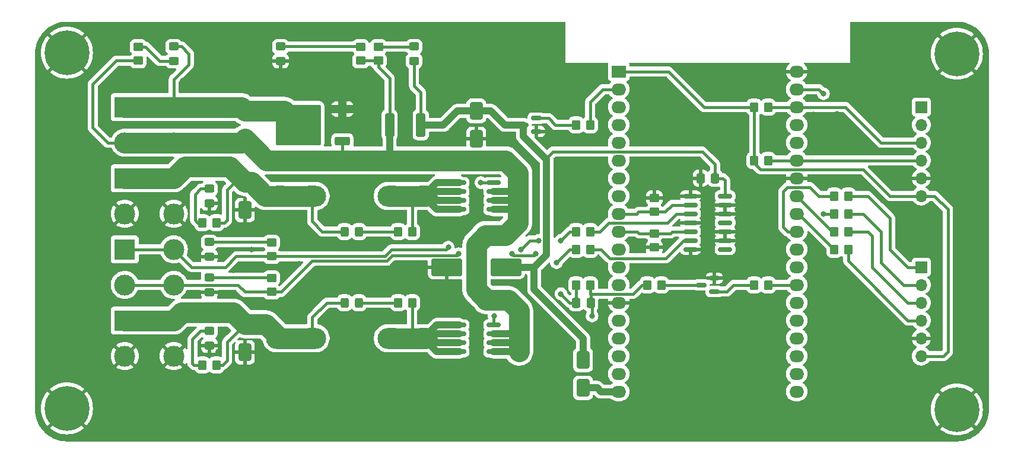
<source format=gtl>
G04 #@! TF.GenerationSoftware,KiCad,Pcbnew,8.0.7*
G04 #@! TF.CreationDate,2025-01-05T11:55:30+01:00*
G04 #@! TF.ProjectId,ADLSC,41444c53-432e-46b6-9963-61645f706362,V1.0*
G04 #@! TF.SameCoordinates,Original*
G04 #@! TF.FileFunction,Copper,L1,Top*
G04 #@! TF.FilePolarity,Positive*
%FSLAX46Y46*%
G04 Gerber Fmt 4.6, Leading zero omitted, Abs format (unit mm)*
G04 Created by KiCad (PCBNEW 8.0.7) date 2025-01-05 11:55:30*
%MOMM*%
%LPD*%
G01*
G04 APERTURE LIST*
G04 Aperture macros list*
%AMRoundRect*
0 Rectangle with rounded corners*
0 $1 Rounding radius*
0 $2 $3 $4 $5 $6 $7 $8 $9 X,Y pos of 4 corners*
0 Add a 4 corners polygon primitive as box body*
4,1,4,$2,$3,$4,$5,$6,$7,$8,$9,$2,$3,0*
0 Add four circle primitives for the rounded corners*
1,1,$1+$1,$2,$3*
1,1,$1+$1,$4,$5*
1,1,$1+$1,$6,$7*
1,1,$1+$1,$8,$9*
0 Add four rect primitives between the rounded corners*
20,1,$1+$1,$2,$3,$4,$5,0*
20,1,$1+$1,$4,$5,$6,$7,0*
20,1,$1+$1,$6,$7,$8,$9,0*
20,1,$1+$1,$8,$9,$2,$3,0*%
G04 Aperture macros list end*
G04 #@! TA.AperFunction,SMDPad,CuDef*
%ADD10RoundRect,0.150000X-0.825000X-0.150000X0.825000X-0.150000X0.825000X0.150000X-0.825000X0.150000X0*%
G04 #@! TD*
G04 #@! TA.AperFunction,SMDPad,CuDef*
%ADD11RoundRect,0.250000X0.350000X0.450000X-0.350000X0.450000X-0.350000X-0.450000X0.350000X-0.450000X0*%
G04 #@! TD*
G04 #@! TA.AperFunction,ComponentPad*
%ADD12C,3.000000*%
G04 #@! TD*
G04 #@! TA.AperFunction,ComponentPad*
%ADD13R,3.000000X3.000000*%
G04 #@! TD*
G04 #@! TA.AperFunction,SMDPad,CuDef*
%ADD14RoundRect,0.250000X0.450000X-0.325000X0.450000X0.325000X-0.450000X0.325000X-0.450000X-0.325000X0*%
G04 #@! TD*
G04 #@! TA.AperFunction,SMDPad,CuDef*
%ADD15RoundRect,0.150000X0.825000X0.150000X-0.825000X0.150000X-0.825000X-0.150000X0.825000X-0.150000X0*%
G04 #@! TD*
G04 #@! TA.AperFunction,SMDPad,CuDef*
%ADD16RoundRect,0.250000X-0.450000X0.350000X-0.450000X-0.350000X0.450000X-0.350000X0.450000X0.350000X0*%
G04 #@! TD*
G04 #@! TA.AperFunction,SMDPad,CuDef*
%ADD17RoundRect,0.250000X0.450000X-0.350000X0.450000X0.350000X-0.450000X0.350000X-0.450000X-0.350000X0*%
G04 #@! TD*
G04 #@! TA.AperFunction,SMDPad,CuDef*
%ADD18RoundRect,0.250000X0.650000X-1.000000X0.650000X1.000000X-0.650000X1.000000X-0.650000X-1.000000X0*%
G04 #@! TD*
G04 #@! TA.AperFunction,ComponentPad*
%ADD19O,4.000000X3.000000*%
G04 #@! TD*
G04 #@! TA.AperFunction,SMDPad,CuDef*
%ADD20RoundRect,0.250000X-0.350000X-0.450000X0.350000X-0.450000X0.350000X0.450000X-0.350000X0.450000X0*%
G04 #@! TD*
G04 #@! TA.AperFunction,SMDPad,CuDef*
%ADD21RoundRect,0.250000X-0.325000X-0.450000X0.325000X-0.450000X0.325000X0.450000X-0.325000X0.450000X0*%
G04 #@! TD*
G04 #@! TA.AperFunction,SMDPad,CuDef*
%ADD22RoundRect,0.150000X0.587500X0.150000X-0.587500X0.150000X-0.587500X-0.150000X0.587500X-0.150000X0*%
G04 #@! TD*
G04 #@! TA.AperFunction,SMDPad,CuDef*
%ADD23RoundRect,0.250000X-0.400000X-1.450000X0.400000X-1.450000X0.400000X1.450000X-0.400000X1.450000X0*%
G04 #@! TD*
G04 #@! TA.AperFunction,ComponentPad*
%ADD24O,1.700000X1.700000*%
G04 #@! TD*
G04 #@! TA.AperFunction,ComponentPad*
%ADD25R,1.700000X1.700000*%
G04 #@! TD*
G04 #@! TA.AperFunction,SMDPad,CuDef*
%ADD26RoundRect,0.250000X0.850000X0.350000X-0.850000X0.350000X-0.850000X-0.350000X0.850000X-0.350000X0*%
G04 #@! TD*
G04 #@! TA.AperFunction,SMDPad,CuDef*
%ADD27RoundRect,0.250000X1.275000X1.125000X-1.275000X1.125000X-1.275000X-1.125000X1.275000X-1.125000X0*%
G04 #@! TD*
G04 #@! TA.AperFunction,SMDPad,CuDef*
%ADD28RoundRect,0.249997X2.950003X2.650003X-2.950003X2.650003X-2.950003X-2.650003X2.950003X-2.650003X0*%
G04 #@! TD*
G04 #@! TA.AperFunction,SMDPad,CuDef*
%ADD29RoundRect,0.250000X-0.337500X-0.475000X0.337500X-0.475000X0.337500X0.475000X-0.337500X0.475000X0*%
G04 #@! TD*
G04 #@! TA.AperFunction,ComponentPad*
%ADD30O,2.100000X1.700000*%
G04 #@! TD*
G04 #@! TA.AperFunction,ComponentPad*
%ADD31R,2.100000X1.700000*%
G04 #@! TD*
G04 #@! TA.AperFunction,ComponentPad*
%ADD32C,0.800000*%
G04 #@! TD*
G04 #@! TA.AperFunction,ComponentPad*
%ADD33C,6.400000*%
G04 #@! TD*
G04 #@! TA.AperFunction,SMDPad,CuDef*
%ADD34RoundRect,0.250000X1.950000X1.000000X-1.950000X1.000000X-1.950000X-1.000000X1.950000X-1.000000X0*%
G04 #@! TD*
G04 #@! TA.AperFunction,SMDPad,CuDef*
%ADD35RoundRect,0.250000X0.337500X0.475000X-0.337500X0.475000X-0.337500X-0.475000X0.337500X-0.475000X0*%
G04 #@! TD*
G04 #@! TA.AperFunction,ViaPad*
%ADD36C,0.800000*%
G04 #@! TD*
G04 #@! TA.AperFunction,ViaPad*
%ADD37C,1.600000*%
G04 #@! TD*
G04 #@! TA.AperFunction,Conductor*
%ADD38C,1.000000*%
G04 #@! TD*
G04 #@! TA.AperFunction,Conductor*
%ADD39C,0.440000*%
G04 #@! TD*
G04 #@! TA.AperFunction,Conductor*
%ADD40C,3.000000*%
G04 #@! TD*
G04 APERTURE END LIST*
D10*
X98995000Y-25400000D03*
X98995000Y-26670000D03*
X98995000Y-27940000D03*
X98995000Y-29210000D03*
X98995000Y-30480000D03*
X98995000Y-31750000D03*
X98995000Y-33020000D03*
X94045000Y-33020000D03*
X94045000Y-31750000D03*
X94045000Y-30480000D03*
X94045000Y-29210000D03*
X94045000Y-27940000D03*
X94045000Y-26670000D03*
X94045000Y-25400000D03*
D11*
X24400000Y-29210000D03*
X26400000Y-29210000D03*
D12*
X20320000Y-12700000D03*
D13*
X13320000Y-12700000D03*
D12*
X20320000Y-17780000D03*
X13320000Y-17780000D03*
D14*
X20320000Y-6105000D03*
X20320000Y-4055000D03*
D15*
X61025000Y-47625000D03*
X61025000Y-46355000D03*
X61025000Y-45085000D03*
X61025000Y-43815000D03*
X65975000Y-43815000D03*
X65975000Y-45085000D03*
X65975000Y-46355000D03*
X65975000Y-47625000D03*
D16*
X88900000Y-32750000D03*
X88900000Y-30750000D03*
D17*
X34290000Y-37100000D03*
X34290000Y-39100000D03*
D11*
X103140000Y-12700000D03*
X105140000Y-12700000D03*
D18*
X30480000Y-43720000D03*
X30480000Y-47720000D03*
D11*
X52340000Y-40640000D03*
X54340000Y-40640000D03*
D17*
X88900000Y-25670000D03*
X88900000Y-27670000D03*
D11*
X52340000Y-30480000D03*
X54340000Y-30480000D03*
D18*
X30480000Y-23400000D03*
X30480000Y-27400000D03*
D19*
X35470000Y-45720000D03*
X40070000Y-45720000D03*
X51370000Y-45720000D03*
X55970000Y-45720000D03*
D12*
X13320000Y-48260000D03*
X20320000Y-48260000D03*
D13*
X13320000Y-43180000D03*
D12*
X20320000Y-43180000D03*
D11*
X114570000Y-27940000D03*
X116570000Y-27940000D03*
X24400000Y-49530000D03*
X26400000Y-49530000D03*
D12*
X13320000Y-27940000D03*
X20320000Y-27940000D03*
D13*
X13320000Y-22860000D03*
D12*
X20320000Y-22860000D03*
D20*
X105140000Y-38100000D03*
X103140000Y-38100000D03*
D17*
X49530000Y-4080000D03*
X49530000Y-6080000D03*
D15*
X61025000Y-27305000D03*
X61025000Y-26035000D03*
X61025000Y-24765000D03*
X61025000Y-23495000D03*
X65975000Y-23495000D03*
X65975000Y-24765000D03*
X65975000Y-26035000D03*
X65975000Y-27305000D03*
D21*
X46745000Y-40640000D03*
X44695000Y-40640000D03*
D14*
X25400000Y-37075000D03*
X25400000Y-39125000D03*
D22*
X95582500Y-38100000D03*
X97457500Y-37150000D03*
X97457500Y-39050000D03*
D23*
X55565000Y-15240000D03*
X51115000Y-15240000D03*
D24*
X127000000Y-25400000D03*
X127000000Y-22860000D03*
X127000000Y-20320000D03*
X127000000Y-17780000D03*
X127000000Y-15240000D03*
D25*
X127000000Y-12700000D03*
D18*
X78740000Y-48800000D03*
X78740000Y-52800000D03*
X30480000Y-13240000D03*
X30480000Y-17240000D03*
D26*
X44400000Y-12960000D03*
D27*
X36425000Y-13715000D03*
X36425000Y-16765000D03*
D28*
X38100000Y-15240000D03*
D27*
X39775000Y-13715000D03*
X39775000Y-16765000D03*
D26*
X44400000Y-17520000D03*
D19*
X35470000Y-25400000D03*
X40070000Y-25400000D03*
X51370000Y-25400000D03*
X55970000Y-25400000D03*
D17*
X15240000Y-4080000D03*
X15240000Y-6080000D03*
D29*
X79807500Y-40640000D03*
X77732500Y-40640000D03*
D30*
X109220000Y-7620000D03*
X109220000Y-10160000D03*
X109220000Y-12700000D03*
X109220000Y-15240000D03*
X109220000Y-17780000D03*
X109220000Y-20320000D03*
X109220000Y-22860000D03*
X109220000Y-25400000D03*
X109220000Y-27940000D03*
X109220000Y-30480000D03*
X109220000Y-33020000D03*
X109220000Y-35560000D03*
X109220000Y-38100000D03*
X109220000Y-40640000D03*
X109220000Y-43180000D03*
X109220000Y-45720000D03*
X109220000Y-48260000D03*
X109220000Y-50800000D03*
X109220000Y-53340000D03*
X83820000Y-53340000D03*
X83820000Y-50800000D03*
X83820000Y-48260000D03*
X83820000Y-45720000D03*
X83820000Y-43180000D03*
X83820000Y-40640000D03*
X83820000Y-38100000D03*
X83820000Y-35560000D03*
X83820000Y-33020000D03*
X83820000Y-30480000D03*
X83820000Y-27940000D03*
X83820000Y-25400000D03*
X83820000Y-22860000D03*
X83820000Y-20320000D03*
X83820000Y-17780000D03*
X83820000Y-15240000D03*
X83820000Y-12700000D03*
X83820000Y-10160000D03*
D31*
X83820000Y-7620000D03*
D11*
X114570000Y-33020000D03*
X116570000Y-33020000D03*
D14*
X25400000Y-24375000D03*
X25400000Y-26425000D03*
D22*
X70182500Y-15240000D03*
X72057500Y-14290000D03*
X72057500Y-16190000D03*
D11*
X114570000Y-25400000D03*
X116570000Y-25400000D03*
D32*
X129680000Y-55880000D03*
X130382944Y-54182944D03*
X130382944Y-57577056D03*
X132080000Y-53480000D03*
D33*
X132080000Y-55880000D03*
D32*
X132080000Y-58280000D03*
X133777056Y-54182944D03*
X133777056Y-57577056D03*
X134480000Y-55880000D03*
D24*
X127000000Y-48260000D03*
X127000000Y-45720000D03*
X127000000Y-43180000D03*
X127000000Y-40640000D03*
X127000000Y-38100000D03*
D25*
X127000000Y-35560000D03*
D32*
X129680000Y-5080000D03*
X130382944Y-3382944D03*
X130382944Y-6777056D03*
X132080000Y-2680000D03*
D33*
X132080000Y-5080000D03*
D32*
X132080000Y-7480000D03*
X133777056Y-3382944D03*
X133777056Y-6777056D03*
X134480000Y-5080000D03*
D14*
X54610000Y-4055000D03*
X54610000Y-6105000D03*
D11*
X79740000Y-30480000D03*
X77740000Y-30480000D03*
D34*
X59300000Y-35560000D03*
X67700000Y-35560000D03*
D18*
X63500000Y-13240000D03*
X63500000Y-17240000D03*
D14*
X25400000Y-44695000D03*
X25400000Y-46745000D03*
D20*
X79740000Y-38100000D03*
X77740000Y-38100000D03*
D11*
X77740000Y-33020000D03*
X79740000Y-33020000D03*
D20*
X77740000Y-15240000D03*
X79740000Y-15240000D03*
D32*
X2680000Y-4940000D03*
X3382944Y-3242944D03*
X3382944Y-6637056D03*
X5080000Y-2540000D03*
D33*
X5080000Y-4940000D03*
D32*
X5080000Y-7340000D03*
X6777056Y-3242944D03*
X6777056Y-6637056D03*
X7480000Y-4940000D03*
D11*
X87900000Y-38100000D03*
X89900000Y-38100000D03*
D12*
X20320000Y-33020000D03*
D13*
X13320000Y-33020000D03*
D12*
X20320000Y-38100000D03*
X13320000Y-38100000D03*
D17*
X46990000Y-4080000D03*
X46990000Y-6080000D03*
D35*
X95482500Y-22860000D03*
X97557500Y-22860000D03*
D11*
X114570000Y-30480000D03*
X116570000Y-30480000D03*
D17*
X34290000Y-34020000D03*
X34290000Y-32020000D03*
D11*
X103140000Y-20320000D03*
X105140000Y-20320000D03*
D21*
X46745000Y-30480000D03*
X44695000Y-30480000D03*
D14*
X35560000Y-4055000D03*
X35560000Y-6105000D03*
D32*
X2680000Y-55740000D03*
X3382944Y-54042944D03*
X3382944Y-57437056D03*
X5080000Y-53340000D03*
D33*
X5080000Y-55740000D03*
D32*
X5080000Y-58140000D03*
X6777056Y-54042944D03*
X6777056Y-57437056D03*
X7480000Y-55740000D03*
D14*
X25400000Y-31995000D03*
X25400000Y-34045000D03*
D36*
X111963200Y-7569200D03*
X81280000Y-50800000D03*
X81280000Y-36195000D03*
X111506000Y-18999200D03*
X52933600Y-17780000D03*
X128524000Y-31038800D03*
X22606000Y-39624000D03*
X66294000Y-37795200D03*
X22606000Y-44602400D03*
X92710000Y-39624000D03*
D37*
X86360000Y-32385000D03*
D36*
X38201600Y-35102800D03*
D37*
X66675000Y-17145000D03*
D36*
X39979600Y-32461200D03*
D37*
X86360000Y-25400000D03*
D36*
X32359600Y-40894000D03*
X32918400Y-47802800D03*
X81178400Y-17221200D03*
X56540400Y-28092400D03*
X111556800Y-13766800D03*
D37*
X59080400Y-31089600D03*
D36*
X93624400Y-7213600D03*
D37*
X75565000Y-20955000D03*
D36*
X71755000Y-30480000D03*
D37*
X46990000Y-10160000D03*
D36*
X106476800Y-7620000D03*
X45415200Y-25247600D03*
X22606000Y-36576000D03*
X86563200Y-40944800D03*
X32054800Y-30124400D03*
X73660000Y-36830000D03*
X52882800Y-43332400D03*
D37*
X86995000Y-10160000D03*
X46990000Y-12700000D03*
D36*
X21590000Y-8890000D03*
X115011200Y-11226800D03*
D37*
X43180000Y-10160000D03*
D36*
X55981600Y-41960800D03*
X40538400Y-36118800D03*
X27051000Y-23749000D03*
X63601600Y-45923200D03*
X72390000Y-42545000D03*
X55778400Y-35356800D03*
D37*
X52705000Y-10160000D03*
D36*
X57556400Y-13360400D03*
X106680000Y-36576000D03*
X38811200Y-41706800D03*
X16510000Y-39420800D03*
X115163600Y-18542000D03*
X50393600Y-31851600D03*
D37*
X98425000Y-34925000D03*
D36*
X106781600Y-39674800D03*
D37*
X75565000Y-27940000D03*
X59690000Y-17145000D03*
D36*
X114960400Y-13665200D03*
X73660000Y-45720000D03*
X124561600Y-19050000D03*
X85801200Y-36830000D03*
X121056400Y-21691600D03*
X37642800Y-5689600D03*
X31394400Y-33020000D03*
D37*
X45085000Y-15240000D03*
D36*
X52476400Y-7213600D03*
D37*
X80645000Y-7620000D03*
D36*
X129286000Y-45669200D03*
D37*
X93345000Y-20955000D03*
D36*
X92506800Y-36474400D03*
X86258400Y-17424400D03*
D37*
X48895000Y-15240000D03*
D36*
X101498400Y-11125200D03*
D37*
X48895000Y-10160000D03*
X41275000Y-10160000D03*
X74295000Y-17145000D03*
D36*
X63296800Y-26619200D03*
X101498400Y-14528800D03*
X37592000Y-2641600D03*
X26670000Y-15240000D03*
X115316000Y-23368000D03*
D37*
X105410000Y-16510000D03*
D36*
X10160000Y-15240000D03*
X42824400Y-44043600D03*
D37*
X45085000Y-10160000D03*
X59690000Y-39370000D03*
D36*
X132486400Y-45720000D03*
X26670000Y-47625000D03*
X78435200Y-35458400D03*
X123139200Y-16408400D03*
X52527200Y-2590800D03*
X19050000Y-8890000D03*
X80213200Y-44653200D03*
D37*
X43180000Y-15240000D03*
D36*
X28803600Y-36017200D03*
X7620000Y-8890000D03*
D37*
X46990000Y-15240000D03*
X48895000Y-12700000D03*
D36*
X11430000Y-8890000D03*
X111658400Y-32613600D03*
X132588000Y-30226000D03*
X69596000Y-41783000D03*
X75565000Y-39370000D03*
X64135000Y-23495000D03*
X66040000Y-42545000D03*
X80010000Y-42545000D03*
X113030000Y-27940000D03*
X113030000Y-10795000D03*
X59486800Y-32715200D03*
X75565000Y-31750000D03*
X72390000Y-31750000D03*
X69850000Y-33020000D03*
X60960000Y-33655000D03*
X74930000Y-34925000D03*
X68580000Y-33655000D03*
X71990000Y-33655000D03*
D38*
X63500000Y-13240000D02*
X60801000Y-13240000D01*
X73540000Y-33775000D02*
X73540000Y-20200000D01*
D39*
X98995000Y-25400000D02*
X98995000Y-23176000D01*
X98679000Y-22860000D02*
X97557500Y-22860000D01*
X98995000Y-23176000D02*
X98679000Y-22860000D01*
X54610000Y-6105000D02*
X54610000Y-9652000D01*
X54610000Y-9652000D02*
X55565000Y-10607000D01*
D38*
X70182500Y-16842500D02*
X70182500Y-15240000D01*
X60801000Y-13240000D02*
X58801000Y-15240000D01*
X73406000Y-20066000D02*
X70182500Y-16842500D01*
D39*
X97557500Y-22860000D02*
X97557500Y-20849500D01*
D38*
X73540000Y-20200000D02*
X73406000Y-20066000D01*
X71755000Y-35560000D02*
X71755000Y-38735000D01*
X63500000Y-13240000D02*
X65564000Y-13240000D01*
X71755000Y-35560000D02*
X73540000Y-33775000D01*
X78740000Y-45720000D02*
X78740000Y-48800000D01*
X58801000Y-15240000D02*
X55565000Y-15240000D01*
D39*
X74422000Y-19050000D02*
X73406000Y-20066000D01*
X97557500Y-20849500D02*
X95758000Y-19050000D01*
D38*
X71755000Y-38735000D02*
X78740000Y-45720000D01*
X67700000Y-35560000D02*
X71755000Y-35560000D01*
X67564000Y-15240000D02*
X70182500Y-15240000D01*
X65564000Y-13240000D02*
X67564000Y-15240000D01*
D39*
X55565000Y-10607000D02*
X55565000Y-15240000D01*
X95758000Y-19050000D02*
X74422000Y-19050000D01*
D40*
X20320000Y-12700000D02*
X29940000Y-12700000D01*
D39*
X20320000Y-8763000D02*
X20320000Y-12700000D01*
D40*
X13320000Y-12700000D02*
X20320000Y-12700000D01*
D39*
X21454000Y-4055000D02*
X22479000Y-5080000D01*
X20295000Y-4080000D02*
X20320000Y-4055000D01*
X20320000Y-4055000D02*
X21454000Y-4055000D01*
D40*
X36100000Y-13240000D02*
X38100000Y-15240000D01*
D39*
X22479000Y-6604000D02*
X20320000Y-8763000D01*
X22479000Y-5080000D02*
X22479000Y-6604000D01*
D40*
X30480000Y-13240000D02*
X36100000Y-13240000D01*
X29940000Y-12700000D02*
X30480000Y-13240000D01*
D39*
X96012000Y-12700000D02*
X103140000Y-12700000D01*
X127000000Y-48260000D02*
X130175000Y-48260000D01*
X130810000Y-27305000D02*
X128905000Y-25400000D01*
X130175000Y-48260000D02*
X130810000Y-47625000D01*
X122555000Y-25400000D02*
X127000000Y-25400000D01*
X103140000Y-20320000D02*
X103140000Y-20685000D01*
X104045000Y-21590000D02*
X118745000Y-21590000D01*
X103140000Y-12700000D02*
X103140000Y-20320000D01*
X128905000Y-25400000D02*
X127000000Y-25400000D01*
X103140000Y-20685000D02*
X104045000Y-21590000D01*
X130810000Y-47625000D02*
X130810000Y-27305000D01*
X83820000Y-7620000D02*
X90932000Y-7620000D01*
X118745000Y-21590000D02*
X122555000Y-25400000D01*
X90932000Y-7620000D02*
X96012000Y-12700000D01*
D38*
X69469000Y-45085000D02*
X69596000Y-44958000D01*
X51115000Y-15240000D02*
X51115000Y-20005000D01*
D40*
X64770000Y-30988000D02*
X64770000Y-31115000D01*
X50800000Y-20320000D02*
X63500000Y-20320000D01*
D38*
X65975000Y-24765000D02*
X68453000Y-24765000D01*
D40*
X64897000Y-40132000D02*
X64897000Y-40259000D01*
D39*
X10922000Y-17780000D02*
X13320000Y-17780000D01*
D40*
X63500000Y-20320000D02*
X67691000Y-20320000D01*
D38*
X51115000Y-20005000D02*
X50800000Y-20320000D01*
D40*
X68072000Y-40259000D02*
X69596000Y-41783000D01*
D39*
X44400000Y-17520000D02*
X44400000Y-20270000D01*
D40*
X63500000Y-38735000D02*
X64897000Y-40132000D01*
X69596000Y-41783000D02*
X69596000Y-44958000D01*
X44450000Y-20320000D02*
X50800000Y-20320000D01*
X30480000Y-17240000D02*
X33560000Y-20320000D01*
D38*
X65975000Y-46355000D02*
X69596000Y-46355000D01*
D39*
X76835000Y-40640000D02*
X75565000Y-39370000D01*
X51115000Y-8570000D02*
X51115000Y-15240000D01*
X12081000Y-6080000D02*
X8763000Y-9398000D01*
D40*
X33560000Y-20320000D02*
X44450000Y-20320000D01*
D39*
X77740000Y-38100000D02*
X77740000Y-40632500D01*
X77740000Y-40632500D02*
X77732500Y-40640000D01*
X77732500Y-40640000D02*
X76835000Y-40640000D01*
D40*
X63500000Y-32385000D02*
X63500000Y-38735000D01*
X20320000Y-17780000D02*
X29940000Y-17780000D01*
D39*
X44400000Y-20270000D02*
X44450000Y-20320000D01*
D40*
X69469000Y-29210000D02*
X67691000Y-30988000D01*
X64770000Y-31115000D02*
X63500000Y-32385000D01*
X69469000Y-22098000D02*
X69469000Y-29210000D01*
D39*
X8763000Y-9398000D02*
X8763000Y-15621000D01*
X8763000Y-15621000D02*
X10922000Y-17780000D01*
D40*
X67691000Y-30988000D02*
X64770000Y-30988000D01*
D39*
X46990000Y-6080000D02*
X49530000Y-6080000D01*
D40*
X69596000Y-44958000D02*
X69596000Y-47625000D01*
X13320000Y-17780000D02*
X20320000Y-17780000D01*
D39*
X15240000Y-6080000D02*
X12081000Y-6080000D01*
D38*
X65975000Y-26035000D02*
X68453000Y-26035000D01*
X65975000Y-45085000D02*
X69469000Y-45085000D01*
D39*
X49530000Y-6080000D02*
X49530000Y-6985000D01*
X49530000Y-6985000D02*
X51115000Y-8570000D01*
D40*
X29940000Y-17780000D02*
X30480000Y-17240000D01*
X67691000Y-20320000D02*
X69469000Y-22098000D01*
D38*
X65975000Y-27305000D02*
X68453000Y-27305000D01*
X65975000Y-47625000D02*
X69596000Y-47625000D01*
D40*
X64897000Y-40259000D02*
X68072000Y-40259000D01*
D39*
X22987000Y-49276000D02*
X23241000Y-49530000D01*
X22987000Y-45847000D02*
X22987000Y-49276000D01*
X23241000Y-49530000D02*
X24400000Y-49530000D01*
X25400000Y-44695000D02*
X24139000Y-44695000D01*
X24139000Y-44695000D02*
X22987000Y-45847000D01*
X109220000Y-20320000D02*
X127000000Y-20320000D01*
X105140000Y-20320000D02*
X109220000Y-20320000D01*
X105140000Y-12700000D02*
X109220000Y-12700000D01*
X121285000Y-17780000D02*
X116205000Y-12700000D01*
X127000000Y-17780000D02*
X121285000Y-17780000D01*
X116205000Y-12700000D02*
X109220000Y-12700000D01*
X79756000Y-39370000D02*
X79740000Y-39354000D01*
X79807500Y-39421500D02*
X79756000Y-39370000D01*
X87900000Y-38100000D02*
X87122000Y-38100000D01*
X79807500Y-40640000D02*
X79807500Y-39421500D01*
X80010000Y-40842500D02*
X79807500Y-40640000D01*
X87122000Y-38100000D02*
X85852000Y-39370000D01*
X79740000Y-39354000D02*
X79740000Y-38100000D01*
X85852000Y-39370000D02*
X79756000Y-39370000D01*
X65975000Y-43815000D02*
X65975000Y-42610000D01*
X80010000Y-42545000D02*
X80010000Y-40842500D01*
X65975000Y-23495000D02*
X64135000Y-23495000D01*
X65975000Y-42610000D02*
X66040000Y-42545000D01*
X16272000Y-4080000D02*
X18297000Y-6105000D01*
X15240000Y-4080000D02*
X16272000Y-4080000D01*
X18297000Y-6105000D02*
X20320000Y-6105000D01*
X25400000Y-31995000D02*
X34265000Y-31995000D01*
X34265000Y-31995000D02*
X34290000Y-32020000D01*
X34265000Y-37075000D02*
X34290000Y-37100000D01*
X25400000Y-37075000D02*
X34265000Y-37075000D01*
X46745000Y-30480000D02*
X52340000Y-30480000D01*
X46745000Y-40640000D02*
X52340000Y-40640000D01*
D38*
X61025000Y-24765000D02*
X56605000Y-24765000D01*
X57875000Y-23495000D02*
X55970000Y-25400000D01*
X57875000Y-27305000D02*
X55970000Y-25400000D01*
X56605000Y-24765000D02*
X55970000Y-25400000D01*
D39*
X54340000Y-30480000D02*
X54340000Y-25416000D01*
D38*
X61025000Y-27305000D02*
X57875000Y-27305000D01*
X61025000Y-23495000D02*
X57875000Y-23495000D01*
X56605000Y-26035000D02*
X55970000Y-25400000D01*
X61025000Y-26035000D02*
X56605000Y-26035000D01*
D40*
X51370000Y-25400000D02*
X55970000Y-25400000D01*
D39*
X54340000Y-25416000D02*
X54356000Y-25400000D01*
X23368000Y-28829000D02*
X23368000Y-25146000D01*
X24139000Y-24375000D02*
X25400000Y-24375000D01*
X23749000Y-29210000D02*
X23368000Y-28829000D01*
X23368000Y-25146000D02*
X24139000Y-24375000D01*
X24400000Y-29210000D02*
X23749000Y-29210000D01*
X54585000Y-4080000D02*
X54610000Y-4055000D01*
X49530000Y-4080000D02*
X54585000Y-4080000D01*
X46965000Y-4055000D02*
X46990000Y-4080000D01*
X35560000Y-4055000D02*
X46965000Y-4055000D01*
X89900000Y-38100000D02*
X95582500Y-38100000D01*
X54340000Y-40640000D02*
X54340000Y-45704000D01*
D38*
X61025000Y-45085000D02*
X56605000Y-45085000D01*
X61025000Y-46355000D02*
X56605000Y-46355000D01*
X57875000Y-47625000D02*
X55970000Y-45720000D01*
D40*
X54356000Y-45720000D02*
X51370000Y-45720000D01*
D38*
X56605000Y-46355000D02*
X55970000Y-45720000D01*
X56605000Y-45085000D02*
X55970000Y-45720000D01*
D40*
X55970000Y-45720000D02*
X54356000Y-45720000D01*
D39*
X54340000Y-45704000D02*
X54356000Y-45720000D01*
D38*
X57875000Y-43815000D02*
X55970000Y-45720000D01*
X61025000Y-43815000D02*
X57875000Y-43815000D01*
X61025000Y-47625000D02*
X57875000Y-47625000D01*
D39*
X97457500Y-39050000D02*
X99253000Y-39050000D01*
X100203000Y-38100000D02*
X103140000Y-38100000D01*
X99253000Y-39050000D02*
X100203000Y-38100000D01*
X90805000Y-29210000D02*
X92075000Y-27940000D01*
X92075000Y-27940000D02*
X94045000Y-27940000D01*
X81153000Y-30480000D02*
X82423000Y-29210000D01*
X79740000Y-30480000D02*
X81153000Y-30480000D01*
X82423000Y-29210000D02*
X90805000Y-29210000D01*
X93070001Y-31750000D02*
X94045000Y-31750000D01*
X82550000Y-34290000D02*
X90530001Y-34290000D01*
X90530001Y-34290000D02*
X93070001Y-31750000D01*
X81280000Y-33020000D02*
X82550000Y-34290000D01*
X79740000Y-33020000D02*
X81280000Y-33020000D01*
X79740000Y-11954000D02*
X81534000Y-10160000D01*
X79740000Y-15240000D02*
X79740000Y-11954000D01*
X81534000Y-10160000D02*
X83820000Y-10160000D01*
X72057500Y-14290000D02*
X73853000Y-14290000D01*
X74803000Y-15240000D02*
X77740000Y-15240000D01*
X73853000Y-14290000D02*
X74803000Y-15240000D01*
D38*
X81280000Y-53340000D02*
X80740000Y-52800000D01*
X80740000Y-52800000D02*
X78740000Y-52800000D01*
X83820000Y-53340000D02*
X81280000Y-53340000D01*
D39*
X109490000Y-27940000D02*
X114570000Y-33020000D01*
X109220000Y-27940000D02*
X109490000Y-27940000D01*
X114570000Y-25400000D02*
X112395000Y-25400000D01*
X107315000Y-29845000D02*
X107950000Y-30480000D01*
X111125000Y-24130000D02*
X107904474Y-24130000D01*
X107315000Y-24719474D02*
X107315000Y-29845000D01*
X107950000Y-30480000D02*
X109220000Y-30480000D01*
X107904474Y-24130000D02*
X107315000Y-24719474D01*
X112395000Y-25400000D02*
X111125000Y-24130000D01*
X112395000Y-10160000D02*
X113030000Y-10795000D01*
X109220000Y-10160000D02*
X112395000Y-10160000D01*
X113030000Y-27940000D02*
X114570000Y-27940000D01*
X109220000Y-25400000D02*
X114300000Y-30480000D01*
X114300000Y-30480000D02*
X114570000Y-30480000D01*
X125095000Y-35560000D02*
X127000000Y-35560000D01*
X122555000Y-33020000D02*
X125095000Y-35560000D01*
X122555000Y-28575000D02*
X122555000Y-33020000D01*
X116570000Y-25400000D02*
X119380000Y-25400000D01*
X119380000Y-25400000D02*
X122555000Y-28575000D01*
X119380000Y-30480000D02*
X120015000Y-31115000D01*
X120015000Y-31115000D02*
X120015000Y-35560000D01*
X125095000Y-40640000D02*
X127000000Y-40640000D01*
X116570000Y-30480000D02*
X119380000Y-30480000D01*
X120015000Y-35560000D02*
X125095000Y-40640000D01*
X118745000Y-27940000D02*
X121285000Y-30480000D01*
X121285000Y-34925000D02*
X124460000Y-38100000D01*
X121285000Y-30480000D02*
X121285000Y-34925000D01*
X116570000Y-27940000D02*
X118745000Y-27940000D01*
X124460000Y-38100000D02*
X127000000Y-38100000D01*
X125095000Y-43180000D02*
X127000000Y-43180000D01*
X116570000Y-33020000D02*
X116570000Y-34655000D01*
X116570000Y-34655000D02*
X125095000Y-43180000D01*
X86360000Y-27940000D02*
X86630000Y-27670000D01*
X86630000Y-27670000D02*
X88900000Y-27670000D01*
X90440000Y-27670000D02*
X91440000Y-26670000D01*
X88900000Y-27670000D02*
X90440000Y-27670000D01*
X83820000Y-27940000D02*
X86360000Y-27940000D01*
X91440000Y-26670000D02*
X94045000Y-26670000D01*
X94045000Y-30480000D02*
X91440000Y-30480000D01*
X86487000Y-30480000D02*
X86741000Y-30734000D01*
X83820000Y-30480000D02*
X86487000Y-30480000D01*
X91170000Y-30750000D02*
X91440000Y-30480000D01*
X88900000Y-30750000D02*
X91170000Y-30750000D01*
X87122000Y-30734000D02*
X87138000Y-30750000D01*
X86741000Y-30734000D02*
X87122000Y-30734000D01*
X87138000Y-30750000D02*
X88900000Y-30750000D01*
X105140000Y-38100000D02*
X109220000Y-38100000D01*
X71120000Y-31750000D02*
X69850000Y-33020000D01*
X77740000Y-30480000D02*
X76835000Y-30480000D01*
X27686000Y-35560000D02*
X22860000Y-35560000D01*
X34290000Y-34020000D02*
X29226000Y-34020000D01*
X59182000Y-33020000D02*
X51435000Y-33020000D01*
X22860000Y-35560000D02*
X20320000Y-33020000D01*
X72390000Y-31750000D02*
X71120000Y-31750000D01*
X13320000Y-33020000D02*
X20320000Y-33020000D01*
X59486800Y-32715200D02*
X59182000Y-33020000D01*
X50435000Y-34020000D02*
X34290000Y-34020000D01*
X51435000Y-33020000D02*
X50435000Y-34020000D01*
X76835000Y-30480000D02*
X75565000Y-31750000D01*
X29226000Y-34020000D02*
X27686000Y-35560000D01*
X13320000Y-38100000D02*
X20320000Y-38100000D01*
X51470096Y-33890000D02*
X50700096Y-34660000D01*
X40087548Y-34660000D02*
X35647548Y-39100000D01*
X60725000Y-33890000D02*
X51470096Y-33890000D01*
X77740000Y-33020000D02*
X76835000Y-33020000D01*
X34290000Y-39100000D02*
X30480000Y-39100000D01*
X30480000Y-39100000D02*
X29480000Y-38100000D01*
X50700096Y-34660000D02*
X40087548Y-34660000D01*
X76835000Y-33020000D02*
X74930000Y-34925000D01*
X71755000Y-33890000D02*
X71990000Y-33655000D01*
X68580000Y-33655000D02*
X68815000Y-33890000D01*
X29480000Y-38100000D02*
X20320000Y-38100000D01*
X60960000Y-33655000D02*
X60725000Y-33890000D01*
X35647548Y-39100000D02*
X34290000Y-39100000D01*
X68815000Y-33890000D02*
X71755000Y-33890000D01*
X40070000Y-29021000D02*
X40070000Y-25400000D01*
D40*
X33380000Y-25400000D02*
X31380000Y-23400000D01*
D39*
X27559000Y-29210000D02*
X27940000Y-28829000D01*
X44695000Y-30480000D02*
X41529000Y-30480000D01*
D40*
X31380000Y-23400000D02*
X30480000Y-23400000D01*
X35470000Y-25400000D02*
X33380000Y-25400000D01*
D39*
X41529000Y-30480000D02*
X40070000Y-29021000D01*
D40*
X28289000Y-21209000D02*
X30480000Y-23400000D01*
X35470000Y-25400000D02*
X40070000Y-25400000D01*
X21971000Y-21209000D02*
X28289000Y-21209000D01*
D39*
X27940000Y-24511000D02*
X29051000Y-23400000D01*
D40*
X20320000Y-22860000D02*
X21971000Y-21209000D01*
D39*
X29051000Y-23400000D02*
X30480000Y-23400000D01*
X26400000Y-29210000D02*
X27559000Y-29210000D01*
X27940000Y-28829000D02*
X27940000Y-24511000D01*
D40*
X13320000Y-22860000D02*
X20320000Y-22860000D01*
D39*
X44695000Y-40640000D02*
X42164000Y-40640000D01*
D40*
X33470000Y-43720000D02*
X30480000Y-43720000D01*
X35470000Y-45720000D02*
X33470000Y-43720000D01*
D39*
X27940000Y-48895000D02*
X27940000Y-46260000D01*
X27305000Y-49530000D02*
X27940000Y-48895000D01*
D40*
X35470000Y-45720000D02*
X40070000Y-45720000D01*
X21460000Y-42040000D02*
X28800000Y-42040000D01*
D39*
X42164000Y-40640000D02*
X40070000Y-42734000D01*
X26400000Y-49530000D02*
X27305000Y-49530000D01*
X40070000Y-42734000D02*
X40070000Y-45720000D01*
D40*
X20320000Y-43180000D02*
X21460000Y-42040000D01*
X28800000Y-42040000D02*
X30480000Y-43720000D01*
D39*
X27940000Y-46260000D02*
X30480000Y-43720000D01*
D40*
X13320000Y-43180000D02*
X20320000Y-43180000D01*
G04 #@! TA.AperFunction,Conductor*
G36*
X76143039Y-520185D02*
G01*
X76188794Y-572989D01*
X76200000Y-624500D01*
X76200000Y-6350000D01*
X82214227Y-6350000D01*
X82281266Y-6369685D01*
X82327021Y-6422489D01*
X82336965Y-6491647D01*
X82327915Y-6518841D01*
X82329303Y-6519359D01*
X82275908Y-6662517D01*
X82274570Y-6674967D01*
X82269501Y-6722123D01*
X82269500Y-6722135D01*
X82269500Y-8517870D01*
X82269501Y-8517876D01*
X82275908Y-8577483D01*
X82326202Y-8712328D01*
X82326206Y-8712335D01*
X82412452Y-8827544D01*
X82412455Y-8827547D01*
X82527664Y-8913793D01*
X82527671Y-8913797D01*
X82659082Y-8962810D01*
X82715016Y-9004681D01*
X82739433Y-9070145D01*
X82724582Y-9138418D01*
X82703431Y-9166673D01*
X82589893Y-9280211D01*
X82589892Y-9280213D01*
X82511299Y-9388386D01*
X82455972Y-9431051D01*
X82410983Y-9439500D01*
X81463032Y-9439500D01*
X81323845Y-9467185D01*
X81323841Y-9467187D01*
X81323839Y-9467187D01*
X81323838Y-9467188D01*
X81269525Y-9489685D01*
X81269523Y-9489686D01*
X81192716Y-9521500D01*
X81192712Y-9521502D01*
X81074712Y-9600347D01*
X81074704Y-9600353D01*
X79722070Y-10952989D01*
X79280708Y-11394351D01*
X79226616Y-11448443D01*
X79180349Y-11494710D01*
X79180347Y-11494712D01*
X79101502Y-11612712D01*
X79101500Y-11612716D01*
X79069685Y-11689522D01*
X79069685Y-11689525D01*
X79047188Y-11743838D01*
X79028160Y-11839500D01*
X79028160Y-11839501D01*
X79019500Y-11883035D01*
X79019500Y-14067537D01*
X78999815Y-14134576D01*
X78960599Y-14173075D01*
X78921342Y-14197289D01*
X78827681Y-14290951D01*
X78766358Y-14324436D01*
X78696666Y-14319452D01*
X78652319Y-14290951D01*
X78558657Y-14197289D01*
X78558656Y-14197288D01*
X78409334Y-14105186D01*
X78242797Y-14050001D01*
X78242795Y-14050000D01*
X78140010Y-14039500D01*
X77339998Y-14039500D01*
X77339980Y-14039501D01*
X77237203Y-14050000D01*
X77237200Y-14050001D01*
X77070668Y-14105185D01*
X77070663Y-14105187D01*
X76921342Y-14197289D01*
X76797289Y-14321342D01*
X76774630Y-14358079D01*
X76724410Y-14439500D01*
X76711397Y-14460597D01*
X76659449Y-14507321D01*
X76605858Y-14519500D01*
X75152803Y-14519500D01*
X75085764Y-14499815D01*
X75065122Y-14483181D01*
X74312297Y-13730355D01*
X74312291Y-13730350D01*
X74287691Y-13713913D01*
X74194287Y-13651502D01*
X74194285Y-13651501D01*
X74114990Y-13618656D01*
X74063162Y-13597188D01*
X74063154Y-13597186D01*
X73923967Y-13569500D01*
X73923963Y-13569500D01*
X72992151Y-13569500D01*
X72929030Y-13552232D01*
X72905396Y-13538255D01*
X72905393Y-13538254D01*
X72747573Y-13492402D01*
X72747567Y-13492401D01*
X72710701Y-13489500D01*
X72710694Y-13489500D01*
X71404306Y-13489500D01*
X71404298Y-13489500D01*
X71367432Y-13492401D01*
X71367426Y-13492402D01*
X71209606Y-13538254D01*
X71209603Y-13538255D01*
X71068137Y-13621917D01*
X71068129Y-13621923D01*
X70951923Y-13738129D01*
X70951917Y-13738137D01*
X70868255Y-13879603D01*
X70868254Y-13879606D01*
X70822402Y-14037426D01*
X70822401Y-14037432D01*
X70819500Y-14074298D01*
X70819500Y-14235341D01*
X70799815Y-14302380D01*
X70747011Y-14348135D01*
X70677853Y-14358079D01*
X70648048Y-14349902D01*
X70474339Y-14277950D01*
X70474329Y-14277947D01*
X70281043Y-14239500D01*
X70281041Y-14239500D01*
X68029782Y-14239500D01*
X67962743Y-14219815D01*
X67942101Y-14203181D01*
X66345479Y-12606559D01*
X66345459Y-12606537D01*
X66201785Y-12462863D01*
X66201781Y-12462860D01*
X66037920Y-12353371D01*
X66037907Y-12353364D01*
X65897687Y-12295284D01*
X65897686Y-12295284D01*
X65855836Y-12277949D01*
X65855828Y-12277947D01*
X65759188Y-12258724D01*
X65662544Y-12239500D01*
X65662541Y-12239500D01*
X65017535Y-12239500D01*
X64950496Y-12219815D01*
X64904741Y-12167011D01*
X64894177Y-12128102D01*
X64893486Y-12121342D01*
X64889999Y-12087203D01*
X64834814Y-11920666D01*
X64742712Y-11771344D01*
X64618656Y-11647288D01*
X64508183Y-11579148D01*
X64469336Y-11555187D01*
X64469331Y-11555185D01*
X64438447Y-11544951D01*
X64302797Y-11500001D01*
X64302795Y-11500000D01*
X64200010Y-11489500D01*
X62799998Y-11489500D01*
X62799981Y-11489501D01*
X62697203Y-11500000D01*
X62697200Y-11500001D01*
X62530668Y-11555185D01*
X62530663Y-11555187D01*
X62381342Y-11647289D01*
X62257289Y-11771342D01*
X62165187Y-11920663D01*
X62165185Y-11920668D01*
X62162628Y-11928385D01*
X62110002Y-12087202D01*
X62110001Y-12087204D01*
X62110000Y-12087205D01*
X62105823Y-12128102D01*
X62079427Y-12192793D01*
X62022247Y-12232945D01*
X61982465Y-12239500D01*
X60702455Y-12239500D01*
X60605812Y-12258724D01*
X60509171Y-12277947D01*
X60509163Y-12277949D01*
X60467314Y-12295284D01*
X60467313Y-12295284D01*
X60327092Y-12353364D01*
X60327079Y-12353371D01*
X60163219Y-12462859D01*
X60093540Y-12532538D01*
X60023861Y-12602218D01*
X60023858Y-12602221D01*
X59205580Y-13420500D01*
X58422899Y-14203181D01*
X58361576Y-14236666D01*
X58335218Y-14239500D01*
X56839499Y-14239500D01*
X56772460Y-14219815D01*
X56726705Y-14167011D01*
X56715499Y-14115500D01*
X56715499Y-13739998D01*
X56715498Y-13739981D01*
X56704999Y-13637203D01*
X56704998Y-13637200D01*
X56698853Y-13618656D01*
X56649814Y-13470666D01*
X56557712Y-13321344D01*
X56433656Y-13197288D01*
X56433652Y-13197285D01*
X56344403Y-13142235D01*
X56297678Y-13090287D01*
X56285500Y-13036697D01*
X56285500Y-10536036D01*
X56282526Y-10521088D01*
X56273606Y-10476243D01*
X56273605Y-10476239D01*
X56257813Y-10396844D01*
X56257812Y-10396838D01*
X56235314Y-10342525D01*
X56203499Y-10265715D01*
X56201541Y-10262785D01*
X56124650Y-10147709D01*
X56088233Y-10111292D01*
X56024292Y-10047351D01*
X55366819Y-9389878D01*
X55333334Y-9328555D01*
X55330500Y-9302197D01*
X55330500Y-7214141D01*
X55350185Y-7147102D01*
X55389401Y-7108604D01*
X55528656Y-7022712D01*
X55652712Y-6898656D01*
X55744814Y-6749334D01*
X55799999Y-6582797D01*
X55810500Y-6480009D01*
X55810499Y-5729992D01*
X55806841Y-5694187D01*
X55799999Y-5627203D01*
X55799998Y-5627200D01*
X55783431Y-5577204D01*
X55744814Y-5460666D01*
X55652712Y-5311344D01*
X55528656Y-5187288D01*
X55525819Y-5185538D01*
X55524283Y-5183830D01*
X55522989Y-5182807D01*
X55523163Y-5182585D01*
X55479096Y-5133594D01*
X55467872Y-5064632D01*
X55495713Y-5000549D01*
X55525817Y-4974462D01*
X55528656Y-4972712D01*
X55652712Y-4848656D01*
X55744814Y-4699334D01*
X55799999Y-4532797D01*
X55810500Y-4430009D01*
X55810499Y-3679992D01*
X55799999Y-3577203D01*
X55744814Y-3410666D01*
X55652712Y-3261344D01*
X55528656Y-3137288D01*
X55379334Y-3045186D01*
X55212797Y-2990001D01*
X55212795Y-2990000D01*
X55110010Y-2979500D01*
X54109998Y-2979500D01*
X54109980Y-2979501D01*
X54007203Y-2990000D01*
X54007200Y-2990001D01*
X53840668Y-3045185D01*
X53840663Y-3045187D01*
X53691342Y-3137289D01*
X53567289Y-3261342D01*
X53543077Y-3300597D01*
X53491129Y-3347321D01*
X53437538Y-3359500D01*
X50702462Y-3359500D01*
X50635423Y-3339815D01*
X50596923Y-3300597D01*
X50581503Y-3275597D01*
X50572712Y-3261344D01*
X50448656Y-3137288D01*
X50299334Y-3045186D01*
X50132797Y-2990001D01*
X50132795Y-2990000D01*
X50030010Y-2979500D01*
X49029998Y-2979500D01*
X49029980Y-2979501D01*
X48927203Y-2990000D01*
X48927200Y-2990001D01*
X48760668Y-3045185D01*
X48760663Y-3045187D01*
X48611342Y-3137289D01*
X48487289Y-3261342D01*
X48395187Y-3410663D01*
X48395185Y-3410668D01*
X48377706Y-3463418D01*
X48337933Y-3520863D01*
X48273417Y-3547686D01*
X48204641Y-3535371D01*
X48153442Y-3487828D01*
X48142294Y-3463418D01*
X48124814Y-3410666D01*
X48032712Y-3261344D01*
X47908656Y-3137288D01*
X47759334Y-3045186D01*
X47592797Y-2990001D01*
X47592795Y-2990000D01*
X47490010Y-2979500D01*
X46489998Y-2979500D01*
X46489980Y-2979501D01*
X46387203Y-2990000D01*
X46387200Y-2990001D01*
X46220668Y-3045185D01*
X46220663Y-3045187D01*
X46071342Y-3137289D01*
X45947288Y-3261343D01*
X45947285Y-3261347D01*
X45938496Y-3275597D01*
X45886548Y-3322322D01*
X45832958Y-3334500D01*
X36717042Y-3334500D01*
X36650003Y-3314815D01*
X36611504Y-3275597D01*
X36602714Y-3261347D01*
X36602711Y-3261343D01*
X36478657Y-3137289D01*
X36478656Y-3137288D01*
X36329334Y-3045186D01*
X36162797Y-2990001D01*
X36162795Y-2990000D01*
X36060010Y-2979500D01*
X35059998Y-2979500D01*
X35059980Y-2979501D01*
X34957203Y-2990000D01*
X34957200Y-2990001D01*
X34790668Y-3045185D01*
X34790663Y-3045187D01*
X34641342Y-3137289D01*
X34517289Y-3261342D01*
X34425187Y-3410663D01*
X34425185Y-3410668D01*
X34414968Y-3441501D01*
X34370001Y-3577203D01*
X34370001Y-3577204D01*
X34370000Y-3577204D01*
X34359500Y-3679983D01*
X34359500Y-4430001D01*
X34359501Y-4430019D01*
X34370000Y-4532796D01*
X34370001Y-4532799D01*
X34425185Y-4699331D01*
X34425187Y-4699336D01*
X34456024Y-4749331D01*
X34517288Y-4848656D01*
X34641344Y-4972712D01*
X34644176Y-4974459D01*
X34644653Y-4974753D01*
X34646445Y-4976746D01*
X34647011Y-4977193D01*
X34646934Y-4977289D01*
X34691379Y-5026699D01*
X34702603Y-5095661D01*
X34674761Y-5159744D01*
X34644665Y-5185826D01*
X34641660Y-5187679D01*
X34641655Y-5187683D01*
X34517684Y-5311654D01*
X34425643Y-5460875D01*
X34425641Y-5460880D01*
X34370494Y-5627302D01*
X34370493Y-5627309D01*
X34360000Y-5730013D01*
X34360000Y-5855000D01*
X36759999Y-5855000D01*
X36759999Y-5730028D01*
X36759998Y-5730013D01*
X36749505Y-5627302D01*
X36694358Y-5460880D01*
X36694356Y-5460875D01*
X36602315Y-5311654D01*
X36478344Y-5187683D01*
X36478341Y-5187681D01*
X36475339Y-5185829D01*
X36473713Y-5184021D01*
X36472677Y-5183202D01*
X36472817Y-5183024D01*
X36428617Y-5133880D01*
X36417397Y-5064917D01*
X36445243Y-5000836D01*
X36475344Y-4974754D01*
X36478656Y-4972712D01*
X36602712Y-4848656D01*
X36606307Y-4842827D01*
X36611504Y-4834403D01*
X36663452Y-4787678D01*
X36717042Y-4775500D01*
X45802118Y-4775500D01*
X45869157Y-4795185D01*
X45907655Y-4834401D01*
X45923077Y-4859403D01*
X45947289Y-4898657D01*
X46040951Y-4992319D01*
X46074436Y-5053642D01*
X46069452Y-5123334D01*
X46040951Y-5167681D01*
X45947289Y-5261342D01*
X45855187Y-5410663D01*
X45855185Y-5410668D01*
X45838617Y-5460668D01*
X45800001Y-5577203D01*
X45800001Y-5577204D01*
X45800000Y-5577204D01*
X45789500Y-5679983D01*
X45789500Y-6480001D01*
X45789501Y-6480019D01*
X45800000Y-6582796D01*
X45800001Y-6582799D01*
X45855185Y-6749331D01*
X45855187Y-6749336D01*
X45868337Y-6770655D01*
X45947288Y-6898656D01*
X46071344Y-7022712D01*
X46220666Y-7114814D01*
X46387203Y-7169999D01*
X46489991Y-7180500D01*
X47490008Y-7180499D01*
X47490016Y-7180498D01*
X47490019Y-7180498D01*
X47560795Y-7173268D01*
X47592797Y-7169999D01*
X47759334Y-7114814D01*
X47908656Y-7022712D01*
X48032712Y-6898656D01*
X48056923Y-6859402D01*
X48108871Y-6812679D01*
X48162462Y-6800500D01*
X48357538Y-6800500D01*
X48424577Y-6820185D01*
X48463075Y-6859401D01*
X48487288Y-6898656D01*
X48611344Y-7022712D01*
X48760666Y-7114814D01*
X48760670Y-7114815D01*
X48767209Y-7117864D01*
X48766300Y-7119812D01*
X48815070Y-7153564D01*
X48834257Y-7189783D01*
X48834857Y-7189535D01*
X48856796Y-7242500D01*
X48891498Y-7326280D01*
X48891499Y-7326281D01*
X48891501Y-7326285D01*
X48947329Y-7409836D01*
X48947329Y-7409837D01*
X48970352Y-7444294D01*
X48970355Y-7444297D01*
X50358181Y-8832122D01*
X50391666Y-8893445D01*
X50394500Y-8919803D01*
X50394500Y-13036697D01*
X50374815Y-13103736D01*
X50335597Y-13142235D01*
X50246347Y-13197285D01*
X50246343Y-13197288D01*
X50122289Y-13321342D01*
X50030187Y-13470663D01*
X50030185Y-13470668D01*
X50007789Y-13538255D01*
X49975001Y-13637203D01*
X49975001Y-13637204D01*
X49975000Y-13637204D01*
X49964500Y-13739983D01*
X49964500Y-16740001D01*
X49964501Y-16740018D01*
X49975000Y-16842796D01*
X49975001Y-16842799D01*
X50030185Y-17009331D01*
X50030187Y-17009336D01*
X50035040Y-17017204D01*
X50096039Y-17116099D01*
X50114500Y-17181195D01*
X50114500Y-18195500D01*
X50094815Y-18262539D01*
X50042011Y-18308294D01*
X49990500Y-18319500D01*
X46063401Y-18319500D01*
X45996362Y-18299815D01*
X45950607Y-18247011D01*
X45940663Y-18177853D01*
X45945695Y-18156496D01*
X45989999Y-18022797D01*
X46000500Y-17920009D01*
X46000499Y-17119992D01*
X45998678Y-17102169D01*
X45989999Y-17017202D01*
X45989998Y-17017200D01*
X45980024Y-16987100D01*
X45934814Y-16850666D01*
X45842712Y-16701344D01*
X45718656Y-16577288D01*
X45609564Y-16510000D01*
X45569336Y-16485187D01*
X45569331Y-16485185D01*
X45567862Y-16484698D01*
X45402797Y-16430001D01*
X45402795Y-16430000D01*
X45300010Y-16419500D01*
X43499998Y-16419500D01*
X43499981Y-16419501D01*
X43397203Y-16430000D01*
X43397200Y-16430001D01*
X43230668Y-16485185D01*
X43230663Y-16485187D01*
X43081342Y-16577289D01*
X42957289Y-16701342D01*
X42865187Y-16850663D01*
X42865185Y-16850668D01*
X42810000Y-17017204D01*
X42799500Y-17119983D01*
X42799500Y-17920001D01*
X42799501Y-17920019D01*
X42810000Y-18022796D01*
X42830346Y-18084195D01*
X42854305Y-18156496D01*
X42856707Y-18226324D01*
X42820976Y-18286366D01*
X42758455Y-18317559D01*
X42736599Y-18319500D01*
X41870030Y-18319500D01*
X41802991Y-18299815D01*
X41757236Y-18247011D01*
X41747292Y-18177853D01*
X41752324Y-18156496D01*
X41789999Y-18042800D01*
X41800500Y-17940012D01*
X41800500Y-13560000D01*
X42842737Y-13560000D01*
X42865641Y-13629120D01*
X42957684Y-13778345D01*
X43081654Y-13902315D01*
X43230875Y-13994356D01*
X43230880Y-13994358D01*
X43397302Y-14049505D01*
X43397309Y-14049506D01*
X43500019Y-14059999D01*
X43799999Y-14059999D01*
X45000000Y-14059999D01*
X45299972Y-14059999D01*
X45299986Y-14059998D01*
X45402697Y-14049505D01*
X45569119Y-13994358D01*
X45569124Y-13994356D01*
X45718345Y-13902315D01*
X45842315Y-13778345D01*
X45934358Y-13629120D01*
X45957263Y-13560000D01*
X45000000Y-13560000D01*
X45000000Y-14059999D01*
X43799999Y-14059999D01*
X43800000Y-14059998D01*
X43800000Y-13560000D01*
X42842737Y-13560000D01*
X41800500Y-13560000D01*
X41800500Y-12539988D01*
X41789999Y-12437200D01*
X41764418Y-12360000D01*
X42842737Y-12360000D01*
X43800000Y-12360000D01*
X45000000Y-12360000D01*
X45957262Y-12360000D01*
X45934358Y-12290879D01*
X45842315Y-12141654D01*
X45718345Y-12017684D01*
X45569124Y-11925643D01*
X45569119Y-11925641D01*
X45402697Y-11870494D01*
X45402690Y-11870493D01*
X45299986Y-11860000D01*
X45000000Y-11860000D01*
X45000000Y-12360000D01*
X43800000Y-12360000D01*
X43800000Y-11860000D01*
X43500028Y-11860000D01*
X43500012Y-11860001D01*
X43397302Y-11870494D01*
X43230880Y-11925641D01*
X43230875Y-11925643D01*
X43081654Y-12017684D01*
X42957684Y-12141654D01*
X42865641Y-12290879D01*
X42842737Y-12360000D01*
X41764418Y-12360000D01*
X41734815Y-12270664D01*
X41734811Y-12270658D01*
X41734810Y-12270655D01*
X41642714Y-12121346D01*
X41642711Y-12121342D01*
X41518657Y-11997288D01*
X41518653Y-11997285D01*
X41369344Y-11905189D01*
X41369338Y-11905186D01*
X41369336Y-11905185D01*
X41275898Y-11874223D01*
X41202801Y-11850001D01*
X41100019Y-11839500D01*
X41100012Y-11839500D01*
X37579996Y-11839500D01*
X37512957Y-11819815D01*
X37492319Y-11803185D01*
X37421851Y-11732717D01*
X37421850Y-11732716D01*
X37421848Y-11732714D01*
X37277461Y-11621923D01*
X37277460Y-11621922D01*
X37213803Y-11573075D01*
X36986700Y-11441958D01*
X36986690Y-11441954D01*
X36744419Y-11341602D01*
X36645330Y-11315051D01*
X36491116Y-11273729D01*
X36491115Y-11273728D01*
X36491112Y-11273728D01*
X36361118Y-11256615D01*
X36231127Y-11239500D01*
X36231120Y-11239500D01*
X31359997Y-11239500D01*
X31292958Y-11219815D01*
X31272316Y-11203181D01*
X31261856Y-11192721D01*
X31261849Y-11192715D01*
X31131267Y-11092517D01*
X31131266Y-11092516D01*
X31053808Y-11033079D01*
X30826699Y-10901958D01*
X30826690Y-10901954D01*
X30584419Y-10801602D01*
X30414993Y-10756204D01*
X30331116Y-10733729D01*
X30331115Y-10733728D01*
X30331112Y-10733728D01*
X30187362Y-10714804D01*
X30071127Y-10699500D01*
X30071120Y-10699500D01*
X21164500Y-10699500D01*
X21097461Y-10679815D01*
X21051706Y-10627011D01*
X21040500Y-10575500D01*
X21040500Y-9112803D01*
X21060185Y-9045764D01*
X21076819Y-9025122D01*
X23038644Y-7063297D01*
X23038649Y-7063292D01*
X23043546Y-7055963D01*
X23117499Y-6945285D01*
X23117500Y-6945281D01*
X23117502Y-6945279D01*
X23134154Y-6905076D01*
X23159924Y-6842861D01*
X23171812Y-6814162D01*
X23199500Y-6674963D01*
X23199500Y-6533037D01*
X23199500Y-6479986D01*
X34360001Y-6479986D01*
X34370494Y-6582697D01*
X34425641Y-6749119D01*
X34425643Y-6749124D01*
X34517684Y-6898345D01*
X34641654Y-7022315D01*
X34790875Y-7114356D01*
X34790880Y-7114358D01*
X34957302Y-7169505D01*
X34957309Y-7169506D01*
X35060019Y-7179999D01*
X35309999Y-7179999D01*
X35810000Y-7179999D01*
X36059972Y-7179999D01*
X36059986Y-7179998D01*
X36162697Y-7169505D01*
X36329119Y-7114358D01*
X36329124Y-7114356D01*
X36478345Y-7022315D01*
X36602315Y-6898345D01*
X36694356Y-6749124D01*
X36694358Y-6749119D01*
X36749505Y-6582697D01*
X36749506Y-6582690D01*
X36759999Y-6479986D01*
X36760000Y-6479973D01*
X36760000Y-6355000D01*
X35810000Y-6355000D01*
X35810000Y-7179999D01*
X35309999Y-7179999D01*
X35310000Y-7179998D01*
X35310000Y-6355000D01*
X34360001Y-6355000D01*
X34360001Y-6479986D01*
X23199500Y-6479986D01*
X23199500Y-5009037D01*
X23171812Y-4869838D01*
X23149314Y-4815525D01*
X23117499Y-4738715D01*
X23091185Y-4699334D01*
X23038650Y-4620709D01*
X23000737Y-4582796D01*
X22938292Y-4520351D01*
X22455611Y-4037670D01*
X21913295Y-3495353D01*
X21913291Y-3495350D01*
X21795291Y-3416504D01*
X21795278Y-3416497D01*
X21718475Y-3384685D01*
X21718474Y-3384685D01*
X21664162Y-3362188D01*
X21664154Y-3362186D01*
X21524967Y-3334500D01*
X21524963Y-3334500D01*
X21477042Y-3334500D01*
X21410003Y-3314815D01*
X21371504Y-3275597D01*
X21362714Y-3261347D01*
X21362711Y-3261343D01*
X21238657Y-3137289D01*
X21238656Y-3137288D01*
X21089334Y-3045186D01*
X20922797Y-2990001D01*
X20922795Y-2990000D01*
X20820010Y-2979500D01*
X19819998Y-2979500D01*
X19819980Y-2979501D01*
X19717203Y-2990000D01*
X19717200Y-2990001D01*
X19550668Y-3045185D01*
X19550663Y-3045187D01*
X19401342Y-3137289D01*
X19277289Y-3261342D01*
X19185187Y-3410663D01*
X19185185Y-3410668D01*
X19174968Y-3441501D01*
X19130001Y-3577203D01*
X19130001Y-3577204D01*
X19130000Y-3577204D01*
X19119500Y-3679983D01*
X19119500Y-4430001D01*
X19119501Y-4430019D01*
X19130000Y-4532796D01*
X19130001Y-4532799D01*
X19185185Y-4699331D01*
X19185187Y-4699336D01*
X19216024Y-4749331D01*
X19277287Y-4848655D01*
X19277289Y-4848657D01*
X19401346Y-4972714D01*
X19404182Y-4974463D01*
X19405717Y-4976170D01*
X19407011Y-4977193D01*
X19406836Y-4977414D01*
X19450905Y-5026411D01*
X19462126Y-5095374D01*
X19434282Y-5159456D01*
X19404182Y-5185537D01*
X19401346Y-5187285D01*
X19277288Y-5311343D01*
X19277285Y-5311347D01*
X19268496Y-5325597D01*
X19216548Y-5372322D01*
X19162958Y-5384500D01*
X18646803Y-5384500D01*
X18579764Y-5364815D01*
X18559122Y-5348181D01*
X16731295Y-3520353D01*
X16731291Y-3520350D01*
X16613291Y-3441504D01*
X16613278Y-3441497D01*
X16536475Y-3409685D01*
X16536474Y-3409685D01*
X16482162Y-3387188D01*
X16482154Y-3387186D01*
X16396281Y-3370105D01*
X16334370Y-3337721D01*
X16314933Y-3313584D01*
X16291503Y-3275597D01*
X16282712Y-3261344D01*
X16158656Y-3137288D01*
X16009334Y-3045186D01*
X15842797Y-2990001D01*
X15842795Y-2990000D01*
X15740010Y-2979500D01*
X14739998Y-2979500D01*
X14739980Y-2979501D01*
X14637203Y-2990000D01*
X14637200Y-2990001D01*
X14470668Y-3045185D01*
X14470663Y-3045187D01*
X14321342Y-3137289D01*
X14197289Y-3261342D01*
X14105187Y-3410663D01*
X14105185Y-3410668D01*
X14094968Y-3441501D01*
X14050001Y-3577203D01*
X14050001Y-3577204D01*
X14050000Y-3577204D01*
X14039500Y-3679983D01*
X14039500Y-4480001D01*
X14039501Y-4480019D01*
X14050000Y-4582796D01*
X14050001Y-4582799D01*
X14088618Y-4699336D01*
X14105186Y-4749334D01*
X14166445Y-4848652D01*
X14197289Y-4898657D01*
X14290951Y-4992319D01*
X14324436Y-5053642D01*
X14319452Y-5123334D01*
X14290951Y-5167681D01*
X14197289Y-5261342D01*
X14197288Y-5261344D01*
X14180160Y-5289114D01*
X14173077Y-5300597D01*
X14121129Y-5347321D01*
X14067538Y-5359500D01*
X12010032Y-5359500D01*
X11870845Y-5387186D01*
X11870837Y-5387188D01*
X11788524Y-5421284D01*
X11739711Y-5441502D01*
X11621708Y-5520350D01*
X11621704Y-5520353D01*
X9131708Y-8010351D01*
X8303708Y-8838351D01*
X8273618Y-8868441D01*
X8203349Y-8938709D01*
X8124504Y-9056709D01*
X8124499Y-9056718D01*
X8104798Y-9104283D01*
X8090659Y-9138418D01*
X8070188Y-9187838D01*
X8043373Y-9322649D01*
X8043373Y-9322650D01*
X8042500Y-9327037D01*
X8042500Y-15691967D01*
X8070185Y-15831152D01*
X8070187Y-15831159D01*
X8070188Y-15831162D01*
X8075008Y-15842795D01*
X8075008Y-15842796D01*
X8075010Y-15842802D01*
X8124502Y-15962288D01*
X8203350Y-16080291D01*
X8203353Y-16080295D01*
X10362351Y-18239292D01*
X10419915Y-18296856D01*
X10462709Y-18339650D01*
X10522626Y-18379685D01*
X10580715Y-18418499D01*
X10657525Y-18450314D01*
X10711838Y-18472812D01*
X10800014Y-18490351D01*
X10851032Y-18500499D01*
X10851036Y-18500500D01*
X10851037Y-18500500D01*
X10992963Y-18500500D01*
X11367518Y-18500500D01*
X11434557Y-18520185D01*
X11480312Y-18572989D01*
X11483694Y-18581152D01*
X11495633Y-18613161D01*
X11495637Y-18613170D01*
X11509633Y-18638803D01*
X11515358Y-18650769D01*
X11521952Y-18666688D01*
X11521960Y-18666704D01*
X11574869Y-18758345D01*
X11576314Y-18760918D01*
X11632773Y-18864315D01*
X11642671Y-18877536D01*
X11650789Y-18889843D01*
X11653076Y-18893803D01*
X11725284Y-18987906D01*
X11725978Y-18988821D01*
X11804261Y-19093395D01*
X11804262Y-19093396D01*
X11804270Y-19093405D01*
X12006591Y-19295726D01*
X12006600Y-19295734D01*
X12006605Y-19295739D01*
X12006608Y-19295741D01*
X12006609Y-19295742D01*
X12111034Y-19373913D01*
X12112211Y-19374805D01*
X12206194Y-19446922D01*
X12210156Y-19449210D01*
X12222460Y-19457326D01*
X12235685Y-19467226D01*
X12307282Y-19506321D01*
X12339080Y-19523684D01*
X12341653Y-19525129D01*
X12433299Y-19578041D01*
X12433314Y-19578048D01*
X12449228Y-19584640D01*
X12461201Y-19590367D01*
X12486839Y-19604367D01*
X12585412Y-19641132D01*
X12589499Y-19642741D01*
X12675567Y-19678393D01*
X12675590Y-19678401D01*
X12694248Y-19683399D01*
X12704469Y-19686137D01*
X12715701Y-19689727D01*
X12754954Y-19704369D01*
X12754955Y-19704369D01*
X12754960Y-19704371D01*
X12845358Y-19724035D01*
X12851072Y-19725420D01*
X12928884Y-19746270D01*
X12971124Y-19751830D01*
X12981237Y-19753593D01*
X13034572Y-19765196D01*
X13114243Y-19770893D01*
X13121547Y-19771634D01*
X13188880Y-19780500D01*
X13244124Y-19780500D01*
X13252970Y-19780816D01*
X13319999Y-19785610D01*
X13320000Y-19785610D01*
X13320001Y-19785610D01*
X13387030Y-19780816D01*
X13395876Y-19780500D01*
X20188880Y-19780500D01*
X20244124Y-19780500D01*
X20252969Y-19780816D01*
X20278054Y-19782610D01*
X20343519Y-19807027D01*
X20385391Y-19862960D01*
X20390375Y-19932652D01*
X20356891Y-19993975D01*
X20356890Y-19993975D01*
X19527685Y-20823181D01*
X19466362Y-20856666D01*
X19440004Y-20859500D01*
X11772129Y-20859500D01*
X11772123Y-20859501D01*
X11712516Y-20865908D01*
X11577671Y-20916202D01*
X11577664Y-20916206D01*
X11462455Y-21002452D01*
X11462452Y-21002455D01*
X11376206Y-21117664D01*
X11376202Y-21117671D01*
X11325908Y-21252517D01*
X11319501Y-21312116D01*
X11319500Y-21312135D01*
X11319500Y-24407870D01*
X11319501Y-24407876D01*
X11325908Y-24467483D01*
X11376202Y-24602328D01*
X11376206Y-24602335D01*
X11462452Y-24717544D01*
X11462455Y-24717547D01*
X11577664Y-24803793D01*
X11577671Y-24803797D01*
X11712517Y-24854091D01*
X11712516Y-24854091D01*
X11719444Y-24854835D01*
X11772127Y-24860500D01*
X13181267Y-24860499D01*
X13181285Y-24860500D01*
X13188880Y-24860500D01*
X20244124Y-24860500D01*
X20252970Y-24860816D01*
X20319999Y-24865610D01*
X20320000Y-24865610D01*
X20320001Y-24865610D01*
X20387030Y-24860816D01*
X20395876Y-24860500D01*
X20451114Y-24860500D01*
X20451120Y-24860500D01*
X20518448Y-24851635D01*
X20525758Y-24850893D01*
X20605428Y-24845196D01*
X20658738Y-24833598D01*
X20668865Y-24831832D01*
X20711116Y-24826271D01*
X20788942Y-24805416D01*
X20794609Y-24804041D01*
X20885046Y-24784369D01*
X20924301Y-24769727D01*
X20935519Y-24766141D01*
X20964419Y-24758398D01*
X21050545Y-24722722D01*
X21054612Y-24721122D01*
X21153161Y-24684367D01*
X21178804Y-24670363D01*
X21190762Y-24664642D01*
X21206697Y-24658043D01*
X21223649Y-24648256D01*
X21298429Y-24605080D01*
X21300874Y-24603708D01*
X21404315Y-24547226D01*
X21417546Y-24537319D01*
X21429850Y-24529205D01*
X21433803Y-24526924D01*
X21527810Y-24454787D01*
X21528892Y-24453967D01*
X21633395Y-24375739D01*
X21835739Y-24173395D01*
X22763315Y-23245819D01*
X22824638Y-23212334D01*
X22850996Y-23209500D01*
X24445834Y-23209500D01*
X24512873Y-23229185D01*
X24558628Y-23281989D01*
X24568572Y-23351147D01*
X24539547Y-23414703D01*
X24510931Y-23439039D01*
X24481342Y-23457289D01*
X24357288Y-23581343D01*
X24357285Y-23581347D01*
X24348496Y-23595597D01*
X24296548Y-23642322D01*
X24242958Y-23654500D01*
X24068032Y-23654500D01*
X23928845Y-23682186D01*
X23928837Y-23682188D01*
X23836120Y-23720593D01*
X23797717Y-23736499D01*
X23747227Y-23770236D01*
X23698269Y-23802949D01*
X23693658Y-23806029D01*
X23679705Y-23815352D01*
X23679704Y-23815353D01*
X23099560Y-24395499D01*
X22908708Y-24586351D01*
X22874462Y-24620597D01*
X22808349Y-24686709D01*
X22729502Y-24804711D01*
X22705135Y-24863540D01*
X22675188Y-24935837D01*
X22675186Y-24935845D01*
X22650339Y-25060754D01*
X22650340Y-25060755D01*
X22647500Y-25075033D01*
X22647500Y-28899967D01*
X22675186Y-29039154D01*
X22675188Y-29039162D01*
X22697685Y-29093474D01*
X22697685Y-29093475D01*
X22729498Y-29170280D01*
X22729499Y-29170281D01*
X22729501Y-29170285D01*
X22787607Y-29257246D01*
X22808351Y-29288292D01*
X22808352Y-29288293D01*
X22808355Y-29288297D01*
X23189351Y-29669292D01*
X23277892Y-29757833D01*
X23307917Y-29806509D01*
X23337707Y-29896409D01*
X23359357Y-29961744D01*
X23365186Y-29979333D01*
X23365187Y-29979336D01*
X23382619Y-30007598D01*
X23457288Y-30128656D01*
X23581344Y-30252712D01*
X23730666Y-30344814D01*
X23897203Y-30399999D01*
X23999991Y-30410500D01*
X24800008Y-30410499D01*
X24800016Y-30410498D01*
X24800019Y-30410498D01*
X24856302Y-30404748D01*
X24902797Y-30399999D01*
X25069334Y-30344814D01*
X25218656Y-30252712D01*
X25312319Y-30159049D01*
X25373642Y-30125564D01*
X25443334Y-30130548D01*
X25487681Y-30159049D01*
X25581344Y-30252712D01*
X25730666Y-30344814D01*
X25897203Y-30399999D01*
X25999991Y-30410500D01*
X26800008Y-30410499D01*
X26800016Y-30410498D01*
X26800019Y-30410498D01*
X26856302Y-30404748D01*
X26902797Y-30399999D01*
X27069334Y-30344814D01*
X27218656Y-30252712D01*
X27342712Y-30128656D01*
X27428603Y-29989402D01*
X27480551Y-29942679D01*
X27534142Y-29930500D01*
X27629964Y-29930500D01*
X27629965Y-29930499D01*
X27769162Y-29902812D01*
X27823470Y-29880315D01*
X27823473Y-29880315D01*
X27900278Y-29848502D01*
X27900278Y-29848501D01*
X27900285Y-29848499D01*
X28018292Y-29769649D01*
X28118649Y-29669292D01*
X28499649Y-29288292D01*
X28537822Y-29231162D01*
X28578499Y-29170285D01*
X28605655Y-29104723D01*
X28632812Y-29039162D01*
X28660500Y-28899963D01*
X28660500Y-28758037D01*
X28660500Y-28449986D01*
X29080001Y-28449986D01*
X29090494Y-28552697D01*
X29145641Y-28719119D01*
X29145643Y-28719124D01*
X29237684Y-28868345D01*
X29361654Y-28992315D01*
X29510875Y-29084356D01*
X29510880Y-29084358D01*
X29677302Y-29139505D01*
X29677309Y-29139506D01*
X29780019Y-29149999D01*
X30229999Y-29149999D01*
X30730000Y-29149999D01*
X31179972Y-29149999D01*
X31179986Y-29149998D01*
X31282697Y-29139505D01*
X31449119Y-29084358D01*
X31449124Y-29084356D01*
X31598345Y-28992315D01*
X31722315Y-28868345D01*
X31814356Y-28719124D01*
X31814358Y-28719119D01*
X31869505Y-28552697D01*
X31869506Y-28552690D01*
X31879999Y-28449986D01*
X31880000Y-28449973D01*
X31880000Y-27650000D01*
X30730000Y-27650000D01*
X30730000Y-29149999D01*
X30229999Y-29149999D01*
X30230000Y-29149998D01*
X30230000Y-27650000D01*
X29080001Y-27650000D01*
X29080001Y-28449986D01*
X28660500Y-28449986D01*
X28660500Y-26350013D01*
X29080000Y-26350013D01*
X29080000Y-27150000D01*
X30230000Y-27150000D01*
X30230000Y-25650000D01*
X29780028Y-25650000D01*
X29780012Y-25650001D01*
X29677302Y-25660494D01*
X29510880Y-25715641D01*
X29510875Y-25715643D01*
X29361654Y-25807684D01*
X29237684Y-25931654D01*
X29145643Y-26080875D01*
X29145641Y-26080880D01*
X29090494Y-26247302D01*
X29090493Y-26247309D01*
X29080000Y-26350013D01*
X28660500Y-26350013D01*
X28660500Y-24860802D01*
X28680185Y-24793763D01*
X28696815Y-24773125D01*
X28772722Y-24697217D01*
X28834045Y-24663733D01*
X28903737Y-24668717D01*
X28948084Y-24697218D01*
X29158144Y-24907279D01*
X29158150Y-24907284D01*
X29265430Y-24989602D01*
X29265431Y-24989603D01*
X29366196Y-25066924D01*
X29593299Y-25198041D01*
X29593300Y-25198041D01*
X29593303Y-25198043D01*
X29835581Y-25298398D01*
X30088884Y-25366271D01*
X30210853Y-25382328D01*
X30348880Y-25400500D01*
X30500004Y-25400500D01*
X30567043Y-25420185D01*
X30587685Y-25436819D01*
X30693681Y-25542815D01*
X30727166Y-25604138D01*
X30730000Y-25630496D01*
X30730000Y-27150000D01*
X31879999Y-27150000D01*
X31879999Y-27022030D01*
X31899684Y-26954991D01*
X31952488Y-26909236D01*
X32021646Y-26899292D01*
X32079483Y-26923653D01*
X32149249Y-26977186D01*
X32149252Y-26977188D01*
X32149253Y-26977190D01*
X32266197Y-27066924D01*
X32420223Y-27155851D01*
X32476351Y-27188256D01*
X32493303Y-27198043D01*
X32735581Y-27298398D01*
X32988884Y-27366271D01*
X33118882Y-27383385D01*
X33248880Y-27400500D01*
X34838880Y-27400500D01*
X35338880Y-27400500D01*
X39225500Y-27400500D01*
X39292539Y-27420185D01*
X39338294Y-27472989D01*
X39349500Y-27524500D01*
X39349500Y-29091967D01*
X39377186Y-29231155D01*
X39377187Y-29231159D01*
X39377188Y-29231162D01*
X39397211Y-29279500D01*
X39431501Y-29362285D01*
X39431503Y-29362290D01*
X39465438Y-29413075D01*
X39473870Y-29425694D01*
X39486030Y-29443893D01*
X39510349Y-29480290D01*
X39510353Y-29480295D01*
X40969351Y-30939292D01*
X41020704Y-30990645D01*
X41069709Y-31039650D01*
X41117714Y-31071726D01*
X41182478Y-31115000D01*
X41187714Y-31118498D01*
X41187715Y-31118499D01*
X41226117Y-31134405D01*
X41226119Y-31134406D01*
X41263781Y-31150006D01*
X41318838Y-31172812D01*
X41416702Y-31192278D01*
X41458032Y-31200499D01*
X41458036Y-31200500D01*
X41458037Y-31200500D01*
X41599963Y-31200500D01*
X43585858Y-31200500D01*
X43652897Y-31220185D01*
X43691395Y-31259401D01*
X43777288Y-31398656D01*
X43901344Y-31522712D01*
X44050666Y-31614814D01*
X44217203Y-31669999D01*
X44319991Y-31680500D01*
X45070008Y-31680499D01*
X45070016Y-31680498D01*
X45070019Y-31680498D01*
X45126302Y-31674748D01*
X45172797Y-31669999D01*
X45339334Y-31614814D01*
X45488656Y-31522712D01*
X45612712Y-31398656D01*
X45614461Y-31395819D01*
X45616169Y-31394283D01*
X45617193Y-31392989D01*
X45617414Y-31393163D01*
X45666406Y-31349096D01*
X45735368Y-31337872D01*
X45799451Y-31365713D01*
X45825537Y-31395817D01*
X45827288Y-31398656D01*
X45951344Y-31522712D01*
X46100666Y-31614814D01*
X46267203Y-31669999D01*
X46369991Y-31680500D01*
X47120008Y-31680499D01*
X47120016Y-31680498D01*
X47120019Y-31680498D01*
X47176302Y-31674748D01*
X47222797Y-31669999D01*
X47389334Y-31614814D01*
X47538656Y-31522712D01*
X47662712Y-31398656D01*
X47748603Y-31259402D01*
X47800551Y-31212679D01*
X47854142Y-31200500D01*
X51205858Y-31200500D01*
X51272897Y-31220185D01*
X51311395Y-31259401D01*
X51397288Y-31398656D01*
X51521344Y-31522712D01*
X51670666Y-31614814D01*
X51837203Y-31669999D01*
X51939991Y-31680500D01*
X52740008Y-31680499D01*
X52740016Y-31680498D01*
X52740019Y-31680498D01*
X52796302Y-31674748D01*
X52842797Y-31669999D01*
X53009334Y-31614814D01*
X53158656Y-31522712D01*
X53252319Y-31429049D01*
X53313642Y-31395564D01*
X53383334Y-31400548D01*
X53427681Y-31429049D01*
X53521344Y-31522712D01*
X53670666Y-31614814D01*
X53837203Y-31669999D01*
X53939991Y-31680500D01*
X54740008Y-31680499D01*
X54740016Y-31680498D01*
X54740019Y-31680498D01*
X54796302Y-31674748D01*
X54842797Y-31669999D01*
X55009334Y-31614814D01*
X55158656Y-31522712D01*
X55282712Y-31398656D01*
X55374814Y-31249334D01*
X55429999Y-31082797D01*
X55440500Y-30980009D01*
X55440499Y-29979992D01*
X55436687Y-29942679D01*
X55429999Y-29877203D01*
X55429998Y-29877200D01*
X55427960Y-29871050D01*
X55374814Y-29710666D01*
X55282712Y-29561344D01*
X55158656Y-29437288D01*
X55138534Y-29424876D01*
X55119401Y-29413075D01*
X55072678Y-29361126D01*
X55060500Y-29307537D01*
X55060500Y-27524500D01*
X55080185Y-27457461D01*
X55132989Y-27411706D01*
X55184500Y-27400500D01*
X55338880Y-27400500D01*
X56504218Y-27400500D01*
X56571257Y-27420185D01*
X56591899Y-27436819D01*
X57094735Y-27939655D01*
X57094764Y-27939686D01*
X57237217Y-28082139D01*
X57364654Y-28167289D01*
X57401086Y-28191632D01*
X57502687Y-28233716D01*
X57583164Y-28267051D01*
X57654718Y-28281284D01*
X57685153Y-28287338D01*
X57776456Y-28305500D01*
X57776459Y-28305500D01*
X61123543Y-28305500D01*
X61253582Y-28279632D01*
X61316835Y-28267051D01*
X61498914Y-28191632D01*
X61596544Y-28126398D01*
X61663222Y-28105520D01*
X61665435Y-28105500D01*
X61915686Y-28105500D01*
X61915694Y-28105500D01*
X61952569Y-28102598D01*
X61952571Y-28102597D01*
X61952573Y-28102597D01*
X61994191Y-28090505D01*
X62110398Y-28056744D01*
X62251865Y-27973081D01*
X62368081Y-27856865D01*
X62451744Y-27715398D01*
X62497598Y-27557569D01*
X62500500Y-27520694D01*
X62500500Y-27089306D01*
X62497598Y-27052431D01*
X62493841Y-27039500D01*
X62455428Y-26907281D01*
X62451744Y-26894602D01*
X62368081Y-26753135D01*
X62368078Y-26753132D01*
X62363298Y-26746969D01*
X62365750Y-26745066D01*
X62339155Y-26696421D01*
X62344104Y-26626726D01*
X62364940Y-26594304D01*
X62363298Y-26593031D01*
X62368075Y-26586870D01*
X62368081Y-26586865D01*
X62451744Y-26445398D01*
X62497598Y-26287569D01*
X62500500Y-26250694D01*
X62500500Y-25819306D01*
X62499585Y-25807684D01*
X62497598Y-25782432D01*
X62497597Y-25782426D01*
X62451745Y-25624606D01*
X62451744Y-25624603D01*
X62451744Y-25624602D01*
X62368081Y-25483135D01*
X62368078Y-25483132D01*
X62363298Y-25476969D01*
X62365750Y-25475066D01*
X62339155Y-25426421D01*
X62344104Y-25356726D01*
X62364940Y-25324304D01*
X62363298Y-25323031D01*
X62368075Y-25316870D01*
X62368081Y-25316865D01*
X62451744Y-25175398D01*
X62497598Y-25017569D01*
X62500500Y-24980694D01*
X62500500Y-24549306D01*
X62497598Y-24512431D01*
X62495759Y-24506102D01*
X62458596Y-24378188D01*
X62451744Y-24354602D01*
X62368081Y-24213135D01*
X62368078Y-24213132D01*
X62363298Y-24206969D01*
X62365750Y-24205066D01*
X62339155Y-24156421D01*
X62344104Y-24086726D01*
X62364940Y-24054304D01*
X62363298Y-24053031D01*
X62368075Y-24046870D01*
X62368081Y-24046865D01*
X62451744Y-23905398D01*
X62497598Y-23747569D01*
X62500500Y-23710694D01*
X62500500Y-23279306D01*
X62497598Y-23242431D01*
X62478368Y-23176243D01*
X62451745Y-23084606D01*
X62451744Y-23084603D01*
X62451744Y-23084602D01*
X62368081Y-22943135D01*
X62368079Y-22943133D01*
X62368076Y-22943129D01*
X62251870Y-22826923D01*
X62251862Y-22826917D01*
X62128080Y-22753713D01*
X62110398Y-22743256D01*
X62110397Y-22743255D01*
X62110396Y-22743255D01*
X62110393Y-22743254D01*
X61952573Y-22697402D01*
X61952567Y-22697401D01*
X61915701Y-22694500D01*
X61915694Y-22694500D01*
X61665435Y-22694500D01*
X61598396Y-22674815D01*
X61596544Y-22673602D01*
X61498911Y-22608366D01*
X61379876Y-22559061D01*
X61325472Y-22515221D01*
X61303407Y-22448926D01*
X61320686Y-22381227D01*
X61371823Y-22333616D01*
X61427328Y-22320500D01*
X63368880Y-22320500D01*
X66811004Y-22320500D01*
X66878043Y-22340185D01*
X66898685Y-22356819D01*
X67035649Y-22493783D01*
X67069134Y-22555106D01*
X67064150Y-22624798D01*
X67022278Y-22680731D01*
X66956814Y-22705148D01*
X66913376Y-22700541D01*
X66902573Y-22697402D01*
X66902567Y-22697401D01*
X66865701Y-22694500D01*
X66865694Y-22694500D01*
X65084306Y-22694500D01*
X65084298Y-22694500D01*
X65047432Y-22697401D01*
X65047426Y-22697402D01*
X64889606Y-22743254D01*
X64889603Y-22743255D01*
X64865970Y-22757232D01*
X64802849Y-22774500D01*
X64715628Y-22774500D01*
X64648589Y-22754815D01*
X64642751Y-22750824D01*
X64597381Y-22717861D01*
X64587729Y-22710848D01*
X64414807Y-22633857D01*
X64414802Y-22633855D01*
X64269001Y-22602865D01*
X64229646Y-22594500D01*
X64040354Y-22594500D01*
X64007897Y-22601398D01*
X63855197Y-22633855D01*
X63855192Y-22633857D01*
X63682270Y-22710848D01*
X63682265Y-22710851D01*
X63529129Y-22822111D01*
X63402466Y-22962785D01*
X63307821Y-23126715D01*
X63307818Y-23126722D01*
X63251679Y-23299501D01*
X63249326Y-23306744D01*
X63229540Y-23495000D01*
X63249326Y-23683256D01*
X63249327Y-23683259D01*
X63307818Y-23863277D01*
X63307821Y-23863284D01*
X63402467Y-24027216D01*
X63511621Y-24148443D01*
X63529129Y-24167888D01*
X63682265Y-24279148D01*
X63682270Y-24279151D01*
X63855192Y-24356142D01*
X63855197Y-24356144D01*
X64040354Y-24395500D01*
X64040355Y-24395500D01*
X64229644Y-24395500D01*
X64229646Y-24395500D01*
X64354625Y-24368935D01*
X64424292Y-24374251D01*
X64480026Y-24416388D01*
X64504131Y-24481968D01*
X64502753Y-24506102D01*
X64502899Y-24506114D01*
X64499500Y-24549298D01*
X64499500Y-24980701D01*
X64502401Y-25017567D01*
X64502402Y-25017573D01*
X64548254Y-25175393D01*
X64548255Y-25175396D01*
X64548256Y-25175398D01*
X64553524Y-25184306D01*
X64631917Y-25316862D01*
X64636702Y-25323031D01*
X64634256Y-25324927D01*
X64660857Y-25373642D01*
X64655873Y-25443334D01*
X64635069Y-25475703D01*
X64636702Y-25476969D01*
X64631917Y-25483137D01*
X64548255Y-25624603D01*
X64548254Y-25624606D01*
X64502402Y-25782426D01*
X64502401Y-25782432D01*
X64499501Y-25819289D01*
X64499500Y-25819313D01*
X64499500Y-26250701D01*
X64502401Y-26287567D01*
X64502402Y-26287573D01*
X64548254Y-26445393D01*
X64548255Y-26445396D01*
X64548256Y-26445398D01*
X64553524Y-26454306D01*
X64631917Y-26586862D01*
X64636702Y-26593031D01*
X64634256Y-26594927D01*
X64660857Y-26643642D01*
X64655873Y-26713334D01*
X64635069Y-26745703D01*
X64636702Y-26746969D01*
X64631917Y-26753137D01*
X64548255Y-26894603D01*
X64548254Y-26894606D01*
X64502402Y-27052426D01*
X64502401Y-27052432D01*
X64499500Y-27089298D01*
X64499500Y-27520701D01*
X64502401Y-27557567D01*
X64502402Y-27557573D01*
X64548254Y-27715393D01*
X64548255Y-27715396D01*
X64548256Y-27715398D01*
X64553524Y-27724306D01*
X64631917Y-27856862D01*
X64631923Y-27856870D01*
X64748129Y-27973076D01*
X64748133Y-27973079D01*
X64748135Y-27973081D01*
X64889602Y-28056744D01*
X64921530Y-28066020D01*
X65047426Y-28102597D01*
X65047429Y-28102597D01*
X65047431Y-28102598D01*
X65084306Y-28105500D01*
X65334565Y-28105500D01*
X65401604Y-28125185D01*
X65403456Y-28126398D01*
X65501086Y-28191632D01*
X65501087Y-28191632D01*
X65501088Y-28191633D01*
X65602689Y-28233717D01*
X65683165Y-28267051D01*
X65683169Y-28267051D01*
X65683170Y-28267052D01*
X65876456Y-28305500D01*
X65876459Y-28305500D01*
X67245004Y-28305500D01*
X67312043Y-28325185D01*
X67357798Y-28377989D01*
X67367742Y-28447147D01*
X67338717Y-28510703D01*
X67332685Y-28517181D01*
X66898685Y-28951181D01*
X66837362Y-28984666D01*
X66811004Y-28987500D01*
X64638872Y-28987500D01*
X64407772Y-29017926D01*
X64378884Y-29021730D01*
X64145152Y-29084358D01*
X64125581Y-29089602D01*
X64125571Y-29089605D01*
X63883309Y-29189953D01*
X63883299Y-29189958D01*
X63656196Y-29321075D01*
X63448148Y-29480718D01*
X63262718Y-29666148D01*
X63103083Y-29874186D01*
X63103071Y-29874204D01*
X63003879Y-30046010D01*
X62984173Y-30071691D01*
X61992721Y-31063143D01*
X61992715Y-31063150D01*
X61927547Y-31148080D01*
X61927547Y-31148081D01*
X61833074Y-31271199D01*
X61793583Y-31339602D01*
X61747550Y-31419334D01*
X61727247Y-31454499D01*
X61701957Y-31498302D01*
X61701955Y-31498306D01*
X61601602Y-31740580D01*
X61533728Y-31993887D01*
X61519582Y-32101344D01*
X61519582Y-32101345D01*
X61499500Y-32253872D01*
X61499500Y-32718537D01*
X61479815Y-32785576D01*
X61427011Y-32831331D01*
X61357853Y-32841275D01*
X61325065Y-32831817D01*
X61239802Y-32793855D01*
X61070538Y-32757878D01*
X61054646Y-32754500D01*
X60865354Y-32754500D01*
X60849462Y-32757878D01*
X60680197Y-32793855D01*
X60680192Y-32793857D01*
X60565658Y-32844852D01*
X60496408Y-32854137D01*
X60433131Y-32824509D01*
X60395918Y-32765374D01*
X60391901Y-32718613D01*
X60392260Y-32715200D01*
X60372474Y-32526944D01*
X60313979Y-32346916D01*
X60219333Y-32182984D01*
X60092671Y-32042312D01*
X60037975Y-32002573D01*
X59939534Y-31931051D01*
X59939529Y-31931048D01*
X59766607Y-31854057D01*
X59766602Y-31854055D01*
X59604028Y-31819500D01*
X59581446Y-31814700D01*
X59392154Y-31814700D01*
X59369572Y-31819500D01*
X59206997Y-31854055D01*
X59206992Y-31854057D01*
X59034070Y-31931048D01*
X59034065Y-31931051D01*
X58880929Y-32042311D01*
X58754266Y-32182985D01*
X58722792Y-32237500D01*
X58672225Y-32285715D01*
X58615405Y-32299500D01*
X51364032Y-32299500D01*
X51224845Y-32327186D01*
X51224837Y-32327188D01*
X51165133Y-32351919D01*
X51165132Y-32351919D01*
X51093721Y-32381497D01*
X51093709Y-32381504D01*
X51001957Y-32442812D01*
X51001956Y-32442813D01*
X50975705Y-32460352D01*
X50975704Y-32460353D01*
X50172878Y-33263181D01*
X50111555Y-33296666D01*
X50085197Y-33299500D01*
X35462462Y-33299500D01*
X35395423Y-33279815D01*
X35356923Y-33240597D01*
X35332712Y-33201344D01*
X35239049Y-33107681D01*
X35205564Y-33046358D01*
X35210548Y-32976666D01*
X35239049Y-32932319D01*
X35277368Y-32894000D01*
X35332712Y-32838656D01*
X35424814Y-32689334D01*
X35479999Y-32522797D01*
X35490500Y-32420009D01*
X35490499Y-31619992D01*
X35479999Y-31517203D01*
X35424814Y-31350666D01*
X35332712Y-31201344D01*
X35208656Y-31077288D01*
X35059334Y-30985186D01*
X34892797Y-30930001D01*
X34892795Y-30930000D01*
X34790010Y-30919500D01*
X33789998Y-30919500D01*
X33789980Y-30919501D01*
X33687203Y-30930000D01*
X33687200Y-30930001D01*
X33520668Y-30985185D01*
X33520663Y-30985187D01*
X33371342Y-31077289D01*
X33247288Y-31201343D01*
X33247285Y-31201347D01*
X33238496Y-31215597D01*
X33186548Y-31262322D01*
X33132958Y-31274500D01*
X26557042Y-31274500D01*
X26490003Y-31254815D01*
X26451504Y-31215597D01*
X26442714Y-31201347D01*
X26442711Y-31201343D01*
X26318657Y-31077289D01*
X26318656Y-31077288D01*
X26169334Y-30985186D01*
X26002797Y-30930001D01*
X26002795Y-30930000D01*
X25900010Y-30919500D01*
X24899998Y-30919500D01*
X24899980Y-30919501D01*
X24797203Y-30930000D01*
X24797200Y-30930001D01*
X24630668Y-30985185D01*
X24630663Y-30985187D01*
X24481342Y-31077289D01*
X24357289Y-31201342D01*
X24265187Y-31350663D01*
X24265185Y-31350668D01*
X24244384Y-31413441D01*
X24210001Y-31517203D01*
X24210001Y-31517204D01*
X24210000Y-31517204D01*
X24199500Y-31619983D01*
X24199500Y-32370001D01*
X24199501Y-32370019D01*
X24210000Y-32472796D01*
X24210001Y-32472799D01*
X24235749Y-32550500D01*
X24265186Y-32639334D01*
X24357288Y-32788656D01*
X24481344Y-32912712D01*
X24482967Y-32913713D01*
X24484653Y-32914753D01*
X24486445Y-32916746D01*
X24487011Y-32917193D01*
X24486934Y-32917289D01*
X24531379Y-32966699D01*
X24542603Y-33035661D01*
X24514761Y-33099744D01*
X24484665Y-33125826D01*
X24481660Y-33127679D01*
X24481655Y-33127683D01*
X24357684Y-33251654D01*
X24265643Y-33400875D01*
X24265641Y-33400880D01*
X24210494Y-33567302D01*
X24210493Y-33567309D01*
X24200000Y-33670013D01*
X24200000Y-33795000D01*
X26599999Y-33795000D01*
X26599999Y-33670028D01*
X26599998Y-33670013D01*
X26589505Y-33567302D01*
X26534358Y-33400880D01*
X26534356Y-33400875D01*
X26442315Y-33251654D01*
X26318344Y-33127683D01*
X26318341Y-33127681D01*
X26315339Y-33125829D01*
X26313713Y-33124021D01*
X26312677Y-33123202D01*
X26312817Y-33123024D01*
X26268617Y-33073880D01*
X26257397Y-33004917D01*
X26285243Y-32940836D01*
X26315344Y-32914754D01*
X26318656Y-32912712D01*
X26442712Y-32788656D01*
X26448562Y-32779172D01*
X26451504Y-32774403D01*
X26503452Y-32727678D01*
X26557042Y-32715500D01*
X33102118Y-32715500D01*
X33169157Y-32735185D01*
X33207655Y-32774401D01*
X33242770Y-32831331D01*
X33247289Y-32838657D01*
X33340951Y-32932319D01*
X33374436Y-32993642D01*
X33369452Y-33063334D01*
X33340951Y-33107681D01*
X33247289Y-33201342D01*
X33247288Y-33201344D01*
X33226097Y-33235701D01*
X33223077Y-33240597D01*
X33171129Y-33287321D01*
X33117538Y-33299500D01*
X29155032Y-33299500D01*
X29015844Y-33327186D01*
X29015838Y-33327188D01*
X28965764Y-33347930D01*
X28965763Y-33347930D01*
X28884711Y-33381502D01*
X28789925Y-33444838D01*
X28789924Y-33444839D01*
X28766705Y-33460352D01*
X28766704Y-33460353D01*
X27423878Y-34803181D01*
X27362555Y-34836666D01*
X27336197Y-34839500D01*
X26656247Y-34839500D01*
X26589208Y-34819815D01*
X26543453Y-34767011D01*
X26533509Y-34697853D01*
X26538541Y-34676496D01*
X26589505Y-34522697D01*
X26589506Y-34522690D01*
X26599999Y-34419986D01*
X26600000Y-34419973D01*
X26600000Y-34295000D01*
X24200001Y-34295000D01*
X24200001Y-34419986D01*
X24210493Y-34522695D01*
X24261459Y-34676495D01*
X24263861Y-34746324D01*
X24228130Y-34806366D01*
X24165609Y-34837559D01*
X24143753Y-34839500D01*
X23209803Y-34839500D01*
X23142764Y-34819815D01*
X23122122Y-34803181D01*
X22208250Y-33889309D01*
X22174765Y-33827986D01*
X22179748Y-33758298D01*
X22244369Y-33585046D01*
X22247237Y-33571862D01*
X22305195Y-33305433D01*
X22305195Y-33305432D01*
X22305196Y-33305428D01*
X22325610Y-33020000D01*
X22305196Y-32734572D01*
X22303696Y-32727678D01*
X22244371Y-32454962D01*
X22244370Y-32454960D01*
X22244369Y-32454954D01*
X22144367Y-32186839D01*
X22138175Y-32175500D01*
X22007229Y-31935690D01*
X22007224Y-31935682D01*
X21835745Y-31706612D01*
X21835729Y-31706594D01*
X21633405Y-31504270D01*
X21633387Y-31504254D01*
X21404317Y-31332775D01*
X21404309Y-31332770D01*
X21153166Y-31195635D01*
X21153167Y-31195635D01*
X21030831Y-31150006D01*
X20885046Y-31095631D01*
X20885043Y-31095630D01*
X20885037Y-31095628D01*
X20605433Y-31034804D01*
X20320001Y-31014390D01*
X20319999Y-31014390D01*
X20034566Y-31034804D01*
X19754962Y-31095628D01*
X19486833Y-31195635D01*
X19235690Y-31332770D01*
X19235682Y-31332775D01*
X19006612Y-31504254D01*
X19006594Y-31504270D01*
X18804270Y-31706594D01*
X18804254Y-31706612D01*
X18632775Y-31935682D01*
X18632770Y-31935690D01*
X18495635Y-32186833D01*
X18483700Y-32218834D01*
X18441828Y-32274767D01*
X18376364Y-32299184D01*
X18367518Y-32299500D01*
X15444499Y-32299500D01*
X15377460Y-32279815D01*
X15331705Y-32227011D01*
X15320499Y-32175500D01*
X15320499Y-31472129D01*
X15320498Y-31472123D01*
X15320497Y-31472116D01*
X15314091Y-31412517D01*
X15314090Y-31412515D01*
X15263797Y-31277671D01*
X15263793Y-31277664D01*
X15177547Y-31162455D01*
X15177544Y-31162452D01*
X15062335Y-31076206D01*
X15062328Y-31076202D01*
X14927482Y-31025908D01*
X14927483Y-31025908D01*
X14867883Y-31019501D01*
X14867881Y-31019500D01*
X14867873Y-31019500D01*
X14867864Y-31019500D01*
X11772129Y-31019500D01*
X11772123Y-31019501D01*
X11712516Y-31025908D01*
X11577671Y-31076202D01*
X11577664Y-31076206D01*
X11462455Y-31162452D01*
X11462452Y-31162455D01*
X11376206Y-31277664D01*
X11376202Y-31277671D01*
X11325908Y-31412517D01*
X11321395Y-31454499D01*
X11319501Y-31472123D01*
X11319500Y-31472135D01*
X11319500Y-34567870D01*
X11319501Y-34567876D01*
X11325908Y-34627483D01*
X11376202Y-34762328D01*
X11376206Y-34762335D01*
X11462452Y-34877544D01*
X11462455Y-34877547D01*
X11577664Y-34963793D01*
X11577671Y-34963797D01*
X11712517Y-35014091D01*
X11712516Y-35014091D01*
X11719444Y-35014835D01*
X11772127Y-35020500D01*
X14867872Y-35020499D01*
X14927483Y-35014091D01*
X15062331Y-34963796D01*
X15177546Y-34877546D01*
X15263796Y-34762331D01*
X15314091Y-34627483D01*
X15320500Y-34567873D01*
X15320500Y-33864500D01*
X15340185Y-33797461D01*
X15392989Y-33751706D01*
X15444500Y-33740500D01*
X18367518Y-33740500D01*
X18434557Y-33760185D01*
X18480312Y-33812989D01*
X18483695Y-33821156D01*
X18492879Y-33845776D01*
X18495635Y-33853166D01*
X18632770Y-34104309D01*
X18632775Y-34104317D01*
X18804254Y-34333387D01*
X18804270Y-34333405D01*
X19006594Y-34535729D01*
X19006612Y-34535745D01*
X19235682Y-34707224D01*
X19235690Y-34707229D01*
X19486833Y-34844364D01*
X19486832Y-34844364D01*
X19486836Y-34844365D01*
X19486839Y-34844367D01*
X19754954Y-34944369D01*
X19754960Y-34944370D01*
X19754962Y-34944371D01*
X20034566Y-35005195D01*
X20034568Y-35005195D01*
X20034572Y-35005196D01*
X20288220Y-35023337D01*
X20319999Y-35025610D01*
X20320000Y-35025610D01*
X20320001Y-35025610D01*
X20348595Y-35023564D01*
X20605428Y-35005196D01*
X20646392Y-34996285D01*
X20885037Y-34944371D01*
X20885037Y-34944370D01*
X20885046Y-34944369D01*
X21058298Y-34879748D01*
X21127986Y-34874765D01*
X21189306Y-34908247D01*
X22300351Y-36019292D01*
X22359471Y-36078412D01*
X22400709Y-36119650D01*
X22518708Y-36198495D01*
X22518715Y-36198499D01*
X22584276Y-36225655D01*
X22649838Y-36252812D01*
X22764569Y-36275633D01*
X22789032Y-36280499D01*
X22789036Y-36280500D01*
X22789037Y-36280500D01*
X22930963Y-36280500D01*
X24143226Y-36280500D01*
X24210265Y-36300185D01*
X24256020Y-36352989D01*
X24265964Y-36422147D01*
X24260932Y-36443502D01*
X24256167Y-36457883D01*
X24210001Y-36597203D01*
X24210000Y-36597204D01*
X24199500Y-36699983D01*
X24199500Y-36699991D01*
X24199500Y-37028657D01*
X24199501Y-37255500D01*
X24179817Y-37322539D01*
X24127013Y-37368294D01*
X24075501Y-37379500D01*
X22272482Y-37379500D01*
X22205443Y-37359815D01*
X22159688Y-37307011D01*
X22156300Y-37298834D01*
X22144367Y-37266839D01*
X22138175Y-37255500D01*
X22007229Y-37015690D01*
X22007224Y-37015682D01*
X21835745Y-36786612D01*
X21835729Y-36786594D01*
X21633405Y-36584270D01*
X21633387Y-36584254D01*
X21404317Y-36412775D01*
X21404309Y-36412770D01*
X21153166Y-36275635D01*
X21153167Y-36275635D01*
X21019160Y-36225653D01*
X20885046Y-36175631D01*
X20885043Y-36175630D01*
X20885037Y-36175628D01*
X20605433Y-36114804D01*
X20320001Y-36094390D01*
X20319999Y-36094390D01*
X20034566Y-36114804D01*
X19754962Y-36175628D01*
X19486833Y-36275635D01*
X19235690Y-36412770D01*
X19235682Y-36412775D01*
X19006612Y-36584254D01*
X19006594Y-36584270D01*
X18804270Y-36786594D01*
X18804254Y-36786612D01*
X18632775Y-37015682D01*
X18632770Y-37015690D01*
X18495635Y-37266833D01*
X18483700Y-37298834D01*
X18441828Y-37354767D01*
X18376364Y-37379184D01*
X18367518Y-37379500D01*
X15272482Y-37379500D01*
X15205443Y-37359815D01*
X15159688Y-37307011D01*
X15156300Y-37298834D01*
X15144367Y-37266839D01*
X15138175Y-37255500D01*
X15007229Y-37015690D01*
X15007224Y-37015682D01*
X14835745Y-36786612D01*
X14835729Y-36786594D01*
X14633405Y-36584270D01*
X14633387Y-36584254D01*
X14404317Y-36412775D01*
X14404309Y-36412770D01*
X14153166Y-36275635D01*
X14153167Y-36275635D01*
X14019160Y-36225653D01*
X13885046Y-36175631D01*
X13885043Y-36175630D01*
X13885037Y-36175628D01*
X13605433Y-36114804D01*
X13320001Y-36094390D01*
X13319999Y-36094390D01*
X13034566Y-36114804D01*
X12754962Y-36175628D01*
X12486833Y-36275635D01*
X12235690Y-36412770D01*
X12235682Y-36412775D01*
X12006612Y-36584254D01*
X12006594Y-36584270D01*
X11804270Y-36786594D01*
X11804254Y-36786612D01*
X11632775Y-37015682D01*
X11632770Y-37015690D01*
X11495635Y-37266833D01*
X11395628Y-37534962D01*
X11334804Y-37814566D01*
X11314390Y-38099998D01*
X11314390Y-38100001D01*
X11334804Y-38385433D01*
X11395628Y-38665037D01*
X11395630Y-38665043D01*
X11395631Y-38665046D01*
X11490793Y-38920185D01*
X11495635Y-38933166D01*
X11632770Y-39184309D01*
X11632775Y-39184317D01*
X11804254Y-39413387D01*
X11804270Y-39413405D01*
X12006594Y-39615729D01*
X12006612Y-39615745D01*
X12235682Y-39787224D01*
X12235690Y-39787229D01*
X12486833Y-39924364D01*
X12486832Y-39924364D01*
X12486836Y-39924365D01*
X12486839Y-39924367D01*
X12754954Y-40024369D01*
X12754960Y-40024370D01*
X12754962Y-40024371D01*
X13034566Y-40085195D01*
X13034568Y-40085195D01*
X13034572Y-40085196D01*
X13288220Y-40103337D01*
X13319999Y-40105610D01*
X13320000Y-40105610D01*
X13320001Y-40105610D01*
X13348595Y-40103564D01*
X13605428Y-40085196D01*
X13627701Y-40080351D01*
X13885037Y-40024371D01*
X13885037Y-40024370D01*
X13885046Y-40024369D01*
X14153161Y-39924367D01*
X14404315Y-39787226D01*
X14633395Y-39615739D01*
X14835739Y-39413395D01*
X15007226Y-39184315D01*
X15144367Y-38933161D01*
X15156300Y-38901164D01*
X15198172Y-38845233D01*
X15263636Y-38820816D01*
X15272482Y-38820500D01*
X18367518Y-38820500D01*
X18434557Y-38840185D01*
X18480312Y-38892989D01*
X18483700Y-38901166D01*
X18495635Y-38933166D01*
X18632770Y-39184309D01*
X18632775Y-39184317D01*
X18804254Y-39413387D01*
X18804270Y-39413405D01*
X19006594Y-39615729D01*
X19006612Y-39615745D01*
X19235682Y-39787224D01*
X19235690Y-39787229D01*
X19486833Y-39924364D01*
X19486832Y-39924364D01*
X19486836Y-39924365D01*
X19486839Y-39924367D01*
X19754954Y-40024369D01*
X19754960Y-40024370D01*
X19754962Y-40024371D01*
X20034566Y-40085195D01*
X20034568Y-40085195D01*
X20034572Y-40085196D01*
X20320000Y-40105610D01*
X20340987Y-40104108D01*
X20409257Y-40118957D01*
X20458664Y-40168361D01*
X20473518Y-40236633D01*
X20449104Y-40302099D01*
X20411835Y-40335178D01*
X20346201Y-40373072D01*
X20346199Y-40373073D01*
X20242172Y-40452897D01*
X20138145Y-40532719D01*
X20138140Y-40532723D01*
X19527684Y-41143181D01*
X19466361Y-41176666D01*
X19440003Y-41179500D01*
X11772129Y-41179500D01*
X11772123Y-41179501D01*
X11712516Y-41185908D01*
X11577671Y-41236202D01*
X11577664Y-41236206D01*
X11462455Y-41322452D01*
X11462452Y-41322455D01*
X11376206Y-41437664D01*
X11376202Y-41437671D01*
X11325908Y-41572517D01*
X11319501Y-41632116D01*
X11319500Y-41632135D01*
X11319500Y-44727870D01*
X11319501Y-44727876D01*
X11325908Y-44787483D01*
X11376202Y-44922328D01*
X11376206Y-44922335D01*
X11462452Y-45037544D01*
X11462455Y-45037547D01*
X11577664Y-45123793D01*
X11577671Y-45123797D01*
X11712517Y-45174091D01*
X11712516Y-45174091D01*
X11719444Y-45174835D01*
X11772127Y-45180500D01*
X13181267Y-45180499D01*
X13181285Y-45180500D01*
X13188880Y-45180500D01*
X20244124Y-45180500D01*
X20252970Y-45180816D01*
X20319999Y-45185610D01*
X20320000Y-45185610D01*
X20320001Y-45185610D01*
X20387030Y-45180816D01*
X20395876Y-45180500D01*
X20451114Y-45180500D01*
X20451120Y-45180500D01*
X20518448Y-45171635D01*
X20525758Y-45170893D01*
X20605428Y-45165196D01*
X20658738Y-45153598D01*
X20668865Y-45151832D01*
X20711116Y-45146271D01*
X20788942Y-45125416D01*
X20794609Y-45124041D01*
X20885046Y-45104369D01*
X20924301Y-45089727D01*
X20935519Y-45086141D01*
X20964419Y-45078398D01*
X21050545Y-45042722D01*
X21054612Y-45041122D01*
X21153161Y-45004367D01*
X21178804Y-44990363D01*
X21190763Y-44984642D01*
X21206697Y-44978043D01*
X21276180Y-44937927D01*
X21298411Y-44925091D01*
X21300829Y-44923732D01*
X21404315Y-44867226D01*
X21417546Y-44857319D01*
X21429850Y-44849205D01*
X21433803Y-44846924D01*
X21527810Y-44774787D01*
X21528892Y-44773967D01*
X21633395Y-44695739D01*
X21835739Y-44493395D01*
X21894298Y-44434836D01*
X21894309Y-44434823D01*
X22252315Y-44076819D01*
X22313638Y-44043334D01*
X22339996Y-44040500D01*
X23475196Y-44040500D01*
X23542235Y-44060185D01*
X23587990Y-44112989D01*
X23597934Y-44182147D01*
X23568909Y-44245703D01*
X23562877Y-44252181D01*
X23041137Y-44773922D01*
X22527708Y-45287351D01*
X22495158Y-45319901D01*
X22427349Y-45387709D01*
X22348502Y-45505711D01*
X22348501Y-45505714D01*
X22328294Y-45554499D01*
X22328294Y-45554500D01*
X22294188Y-45636837D01*
X22293393Y-45640836D01*
X22277093Y-45722782D01*
X22277093Y-45722783D01*
X22266500Y-45776035D01*
X22266500Y-47165724D01*
X22246815Y-47232763D01*
X22194011Y-47278518D01*
X22124853Y-47288462D01*
X22061297Y-47259437D01*
X22033668Y-47225151D01*
X22006808Y-47175961D01*
X22006803Y-47175953D01*
X21900116Y-47033436D01*
X21900115Y-47033435D01*
X21005231Y-47928320D01*
X20993503Y-47900005D01*
X20910330Y-47775528D01*
X20804472Y-47669670D01*
X20679995Y-47586497D01*
X20651678Y-47574767D01*
X21546563Y-46679883D01*
X21546562Y-46679882D01*
X21404046Y-46573196D01*
X21404038Y-46573191D01*
X21152957Y-46436091D01*
X21152958Y-46436091D01*
X20884895Y-46336109D01*
X20605362Y-46275300D01*
X20320001Y-46254891D01*
X20319999Y-46254891D01*
X20034637Y-46275300D01*
X19755104Y-46336109D01*
X19487041Y-46436091D01*
X19235961Y-46573191D01*
X19235953Y-46573196D01*
X19093435Y-46679882D01*
X19988321Y-47574767D01*
X19960005Y-47586497D01*
X19835528Y-47669670D01*
X19729670Y-47775528D01*
X19646497Y-47900005D01*
X19634768Y-47928321D01*
X18739882Y-47033435D01*
X18633196Y-47175953D01*
X18633191Y-47175961D01*
X18496091Y-47427041D01*
X18396109Y-47695104D01*
X18335300Y-47974637D01*
X18314891Y-48259998D01*
X18314891Y-48260001D01*
X18335300Y-48545362D01*
X18396109Y-48824895D01*
X18496091Y-49092958D01*
X18633191Y-49344038D01*
X18633196Y-49344046D01*
X18739882Y-49486562D01*
X18739883Y-49486563D01*
X19634768Y-48591678D01*
X19646497Y-48619995D01*
X19729670Y-48744472D01*
X19835528Y-48850330D01*
X19960005Y-48933503D01*
X19988320Y-48945231D01*
X19093435Y-49840115D01*
X19093436Y-49840116D01*
X19235953Y-49946803D01*
X19235961Y-49946808D01*
X19487042Y-50083908D01*
X19487041Y-50083908D01*
X19755104Y-50183890D01*
X20034637Y-50244699D01*
X20319999Y-50265109D01*
X20320001Y-50265109D01*
X20605362Y-50244699D01*
X20884895Y-50183890D01*
X21152958Y-50083908D01*
X21404038Y-49946808D01*
X21404039Y-49946807D01*
X21546563Y-49840115D01*
X20651679Y-48945231D01*
X20679995Y-48933503D01*
X20804472Y-48850330D01*
X20910330Y-48744472D01*
X20993503Y-48619995D01*
X21005231Y-48591679D01*
X21900115Y-49486563D01*
X22006807Y-49344039D01*
X22006808Y-49344038D01*
X22033768Y-49294664D01*
X22083172Y-49245258D01*
X22151445Y-49230405D01*
X22216910Y-49254821D01*
X22258782Y-49310754D01*
X22266003Y-49341927D01*
X22266499Y-49346961D01*
X22294186Y-49486154D01*
X22294189Y-49486166D01*
X22309611Y-49523397D01*
X22309612Y-49523399D01*
X22348497Y-49617278D01*
X22348504Y-49617291D01*
X22427350Y-49735291D01*
X22427353Y-49735295D01*
X22681351Y-49989292D01*
X22775967Y-50083908D01*
X22781709Y-50089650D01*
X22899708Y-50168495D01*
X22899715Y-50168499D01*
X22965276Y-50195655D01*
X23030838Y-50222812D01*
X23170032Y-50250499D01*
X23170036Y-50250500D01*
X23170037Y-50250500D01*
X23265858Y-50250500D01*
X23332897Y-50270185D01*
X23371395Y-50309401D01*
X23457288Y-50448656D01*
X23581344Y-50572712D01*
X23730666Y-50664814D01*
X23897203Y-50719999D01*
X23999991Y-50730500D01*
X24800008Y-50730499D01*
X24800016Y-50730498D01*
X24800019Y-50730498D01*
X24856302Y-50724748D01*
X24902797Y-50719999D01*
X25069334Y-50664814D01*
X25218656Y-50572712D01*
X25312319Y-50479049D01*
X25373642Y-50445564D01*
X25443334Y-50450548D01*
X25487681Y-50479049D01*
X25581344Y-50572712D01*
X25730666Y-50664814D01*
X25897203Y-50719999D01*
X25999991Y-50730500D01*
X26800008Y-50730499D01*
X26800016Y-50730498D01*
X26800019Y-50730498D01*
X26856302Y-50724748D01*
X26902797Y-50719999D01*
X27069334Y-50664814D01*
X27218656Y-50572712D01*
X27342712Y-50448656D01*
X27434814Y-50299334D01*
X27434814Y-50299331D01*
X27434817Y-50299328D01*
X27437869Y-50292784D01*
X27439819Y-50293693D01*
X27473558Y-50244935D01*
X27509780Y-50225746D01*
X27509531Y-50225145D01*
X27529083Y-50217045D01*
X27569470Y-50200315D01*
X27569473Y-50200315D01*
X27646278Y-50168502D01*
X27646278Y-50168501D01*
X27646285Y-50168499D01*
X27764292Y-50089649D01*
X27864649Y-49989292D01*
X28499649Y-49354292D01*
X28553356Y-49273914D01*
X28566114Y-49254821D01*
X28578496Y-49236290D01*
X28578496Y-49236288D01*
X28578499Y-49236285D01*
X28615634Y-49146632D01*
X28632812Y-49105162D01*
X28660500Y-48965963D01*
X28660500Y-48824037D01*
X28660500Y-48769986D01*
X29080001Y-48769986D01*
X29090494Y-48872697D01*
X29145641Y-49039119D01*
X29145643Y-49039124D01*
X29237684Y-49188345D01*
X29361654Y-49312315D01*
X29510875Y-49404356D01*
X29510880Y-49404358D01*
X29677302Y-49459505D01*
X29677309Y-49459506D01*
X29780019Y-49469999D01*
X30229999Y-49469999D01*
X30730000Y-49469999D01*
X31179972Y-49469999D01*
X31179986Y-49469998D01*
X31282697Y-49459505D01*
X31449119Y-49404358D01*
X31449124Y-49404356D01*
X31598345Y-49312315D01*
X31722315Y-49188345D01*
X31814356Y-49039124D01*
X31814358Y-49039119D01*
X31869505Y-48872697D01*
X31869506Y-48872690D01*
X31879999Y-48769986D01*
X31880000Y-48769973D01*
X31880000Y-47970000D01*
X30730000Y-47970000D01*
X30730000Y-49469999D01*
X30229999Y-49469999D01*
X30230000Y-49469998D01*
X30230000Y-47970000D01*
X29080001Y-47970000D01*
X29080001Y-48769986D01*
X28660500Y-48769986D01*
X28660500Y-46609802D01*
X28680185Y-46542763D01*
X28696814Y-46522125D01*
X28938030Y-46280910D01*
X28999352Y-46247426D01*
X29069044Y-46252410D01*
X29124977Y-46294282D01*
X29149394Y-46359746D01*
X29143416Y-46407596D01*
X29090494Y-46567302D01*
X29090493Y-46567309D01*
X29080000Y-46670013D01*
X29080000Y-47470000D01*
X30230000Y-47470000D01*
X30730000Y-47470000D01*
X31879999Y-47470000D01*
X31879999Y-46670028D01*
X31879998Y-46670013D01*
X31869505Y-46567302D01*
X31814358Y-46400880D01*
X31814356Y-46400875D01*
X31722315Y-46251654D01*
X31598345Y-46127684D01*
X31449124Y-46035643D01*
X31449119Y-46035641D01*
X31282697Y-45980494D01*
X31282690Y-45980493D01*
X31179986Y-45970000D01*
X30730000Y-45970000D01*
X30730000Y-47470000D01*
X30230000Y-47470000D01*
X30230000Y-45970000D01*
X29780028Y-45970000D01*
X29780012Y-45970001D01*
X29677302Y-45980494D01*
X29517595Y-46033416D01*
X29447767Y-46035818D01*
X29387725Y-46000086D01*
X29356532Y-45937566D01*
X29364093Y-45868106D01*
X29390907Y-45828032D01*
X29610798Y-45608141D01*
X29672119Y-45574658D01*
X29741811Y-45579642D01*
X29745930Y-45581263D01*
X29835581Y-45618398D01*
X30088885Y-45686271D01*
X30195837Y-45700351D01*
X30348880Y-45720500D01*
X32590004Y-45720500D01*
X32657043Y-45740185D01*
X32677685Y-45756819D01*
X32970117Y-46049251D01*
X33001875Y-46107411D01*
X33002680Y-46107196D01*
X33003568Y-46110513D01*
X33003602Y-46110574D01*
X33003661Y-46110857D01*
X33003729Y-46111113D01*
X33003730Y-46111116D01*
X33070350Y-46359746D01*
X33071602Y-46364418D01*
X33071605Y-46364428D01*
X33171953Y-46606690D01*
X33171958Y-46606700D01*
X33303075Y-46833803D01*
X33462718Y-47041851D01*
X33462726Y-47041860D01*
X33648140Y-47227274D01*
X33648148Y-47227281D01*
X33856196Y-47386924D01*
X34083299Y-47518041D01*
X34083309Y-47518046D01*
X34238121Y-47582171D01*
X34325581Y-47618398D01*
X34578884Y-47686270D01*
X34838880Y-47720500D01*
X34838887Y-47720500D01*
X40701113Y-47720500D01*
X40701120Y-47720500D01*
X40961116Y-47686270D01*
X41214419Y-47618398D01*
X41456697Y-47518043D01*
X41683803Y-47386924D01*
X41891851Y-47227282D01*
X41891855Y-47227277D01*
X41891860Y-47227274D01*
X42077274Y-47041860D01*
X42077277Y-47041855D01*
X42077282Y-47041851D01*
X42236924Y-46833803D01*
X42368043Y-46606697D01*
X42468398Y-46364419D01*
X42536270Y-46111116D01*
X42570500Y-45851120D01*
X42570500Y-45588880D01*
X42536270Y-45328884D01*
X42468398Y-45075581D01*
X42454662Y-45042420D01*
X42368046Y-44833309D01*
X42368041Y-44833299D01*
X42236924Y-44606196D01*
X42100037Y-44427804D01*
X42077282Y-44398149D01*
X42077281Y-44398148D01*
X42077274Y-44398140D01*
X41891860Y-44212726D01*
X41891851Y-44212718D01*
X41683803Y-44053075D01*
X41456700Y-43921958D01*
X41456690Y-43921953D01*
X41214428Y-43821605D01*
X41214421Y-43821603D01*
X41214419Y-43821602D01*
X40961116Y-43753730D01*
X40947335Y-43751915D01*
X40898313Y-43745461D01*
X40834417Y-43717193D01*
X40795946Y-43658868D01*
X40790500Y-43622522D01*
X40790500Y-43083803D01*
X40810185Y-43016764D01*
X40826819Y-42996122D01*
X42426122Y-41396819D01*
X42487445Y-41363334D01*
X42513803Y-41360500D01*
X43585858Y-41360500D01*
X43652897Y-41380185D01*
X43691395Y-41419401D01*
X43777288Y-41558656D01*
X43901344Y-41682712D01*
X44050666Y-41774814D01*
X44217203Y-41829999D01*
X44319991Y-41840500D01*
X45070008Y-41840499D01*
X45070016Y-41840498D01*
X45070019Y-41840498D01*
X45126302Y-41834748D01*
X45172797Y-41829999D01*
X45339334Y-41774814D01*
X45488656Y-41682712D01*
X45612712Y-41558656D01*
X45614461Y-41555819D01*
X45616169Y-41554283D01*
X45617193Y-41552989D01*
X45617414Y-41553163D01*
X45666406Y-41509096D01*
X45735368Y-41497872D01*
X45799451Y-41525713D01*
X45825537Y-41555817D01*
X45827288Y-41558656D01*
X45951344Y-41682712D01*
X46100666Y-41774814D01*
X46267203Y-41829999D01*
X46369991Y-41840500D01*
X47120008Y-41840499D01*
X47120016Y-41840498D01*
X47120019Y-41840498D01*
X47176302Y-41834748D01*
X47222797Y-41829999D01*
X47389334Y-41774814D01*
X47538656Y-41682712D01*
X47662712Y-41558656D01*
X47748603Y-41419402D01*
X47800551Y-41372679D01*
X47854142Y-41360500D01*
X51205858Y-41360500D01*
X51272897Y-41380185D01*
X51311395Y-41419401D01*
X51397288Y-41558656D01*
X51521344Y-41682712D01*
X51670666Y-41774814D01*
X51837203Y-41829999D01*
X51939991Y-41840500D01*
X52740008Y-41840499D01*
X52740016Y-41840498D01*
X52740019Y-41840498D01*
X52796302Y-41834748D01*
X52842797Y-41829999D01*
X53009334Y-41774814D01*
X53158656Y-41682712D01*
X53252319Y-41589049D01*
X53313642Y-41555564D01*
X53383334Y-41560548D01*
X53427681Y-41589049D01*
X53521344Y-41682712D01*
X53560596Y-41706922D01*
X53607320Y-41758868D01*
X53619500Y-41812461D01*
X53619500Y-43595500D01*
X53599815Y-43662539D01*
X53547011Y-43708294D01*
X53495500Y-43719500D01*
X50738872Y-43719500D01*
X50507772Y-43749926D01*
X50478884Y-43753730D01*
X50237165Y-43818498D01*
X50225581Y-43821602D01*
X50225571Y-43821605D01*
X49983309Y-43921953D01*
X49983299Y-43921958D01*
X49756196Y-44053075D01*
X49548148Y-44212718D01*
X49362718Y-44398148D01*
X49203075Y-44606196D01*
X49071958Y-44833299D01*
X49071953Y-44833309D01*
X48971605Y-45075571D01*
X48971602Y-45075581D01*
X48911284Y-45300694D01*
X48903730Y-45328885D01*
X48869500Y-45588872D01*
X48869500Y-45851127D01*
X48895585Y-46049251D01*
X48903730Y-46111116D01*
X48970350Y-46359746D01*
X48971602Y-46364418D01*
X48971605Y-46364428D01*
X49071953Y-46606690D01*
X49071958Y-46606700D01*
X49203075Y-46833803D01*
X49362718Y-47041851D01*
X49362726Y-47041860D01*
X49548140Y-47227274D01*
X49548148Y-47227281D01*
X49756196Y-47386924D01*
X49983299Y-47518041D01*
X49983309Y-47518046D01*
X50138121Y-47582171D01*
X50225581Y-47618398D01*
X50478884Y-47686270D01*
X50738880Y-47720500D01*
X51238880Y-47720500D01*
X54224880Y-47720500D01*
X55338880Y-47720500D01*
X56504218Y-47720500D01*
X56571257Y-47740185D01*
X56591899Y-47756819D01*
X57094735Y-48259655D01*
X57094764Y-48259686D01*
X57237217Y-48402139D01*
X57401080Y-48511628D01*
X57401086Y-48511632D01*
X57506994Y-48555500D01*
X57583164Y-48587051D01*
X57654718Y-48601284D01*
X57685153Y-48607338D01*
X57776456Y-48625500D01*
X57776459Y-48625500D01*
X61123543Y-48625500D01*
X61253582Y-48599632D01*
X61316835Y-48587051D01*
X61498914Y-48511632D01*
X61596544Y-48446398D01*
X61663222Y-48425520D01*
X61665435Y-48425500D01*
X61915686Y-48425500D01*
X61915694Y-48425500D01*
X61952569Y-48422598D01*
X61952571Y-48422597D01*
X61952573Y-48422597D01*
X61997742Y-48409474D01*
X62110398Y-48376744D01*
X62251865Y-48293081D01*
X62368081Y-48176865D01*
X62451744Y-48035398D01*
X62479672Y-47939267D01*
X62497598Y-47877570D01*
X62497598Y-47877567D01*
X62500499Y-47840701D01*
X62500500Y-47840694D01*
X62500500Y-47409306D01*
X62497598Y-47372431D01*
X62488825Y-47342236D01*
X62455428Y-47227281D01*
X62451744Y-47214602D01*
X62368081Y-47073135D01*
X62368078Y-47073132D01*
X62363298Y-47066969D01*
X62365750Y-47065066D01*
X62339155Y-47016421D01*
X62344104Y-46946726D01*
X62364940Y-46914304D01*
X62363298Y-46913031D01*
X62368075Y-46906870D01*
X62368081Y-46906865D01*
X62451744Y-46765398D01*
X62497598Y-46607569D01*
X62500500Y-46570694D01*
X62500500Y-46139306D01*
X62500115Y-46134420D01*
X62497598Y-46102432D01*
X62497597Y-46102426D01*
X62451745Y-45944606D01*
X62451744Y-45944603D01*
X62451744Y-45944602D01*
X62368081Y-45803135D01*
X62368078Y-45803132D01*
X62363298Y-45796969D01*
X62365750Y-45795066D01*
X62339155Y-45746421D01*
X62344104Y-45676726D01*
X62364940Y-45644304D01*
X62363298Y-45643031D01*
X62368075Y-45636870D01*
X62368081Y-45636865D01*
X62451744Y-45495398D01*
X62497598Y-45337569D01*
X62500500Y-45300694D01*
X62500500Y-44869306D01*
X62497598Y-44832431D01*
X62495985Y-44826880D01*
X62451745Y-44674606D01*
X62451744Y-44674603D01*
X62451744Y-44674602D01*
X62368081Y-44533135D01*
X62368078Y-44533132D01*
X62363298Y-44526969D01*
X62365750Y-44525066D01*
X62339155Y-44476421D01*
X62344104Y-44406726D01*
X62364940Y-44374304D01*
X62363298Y-44373031D01*
X62368075Y-44366870D01*
X62368081Y-44366865D01*
X62451744Y-44225398D01*
X62497598Y-44067569D01*
X62500500Y-44030694D01*
X62500500Y-43599306D01*
X62497598Y-43562431D01*
X62478368Y-43496243D01*
X62451745Y-43404606D01*
X62451744Y-43404603D01*
X62451744Y-43404602D01*
X62368081Y-43263135D01*
X62368079Y-43263133D01*
X62368076Y-43263129D01*
X62251870Y-43146923D01*
X62251862Y-43146917D01*
X62110396Y-43063255D01*
X62110393Y-43063254D01*
X61952573Y-43017402D01*
X61952567Y-43017401D01*
X61915701Y-43014500D01*
X61915694Y-43014500D01*
X61665435Y-43014500D01*
X61598396Y-42994815D01*
X61596544Y-42993602D01*
X61498911Y-42928366D01*
X61316839Y-42852950D01*
X61316829Y-42852947D01*
X61123543Y-42814500D01*
X61123541Y-42814500D01*
X57776459Y-42814500D01*
X57776458Y-42814500D01*
X57762227Y-42817331D01*
X57747995Y-42820162D01*
X57747994Y-42820162D01*
X57583171Y-42852947D01*
X57583163Y-42852949D01*
X57534926Y-42872930D01*
X57534925Y-42872930D01*
X57401092Y-42928364D01*
X57401079Y-42928371D01*
X57237219Y-43037859D01*
X57201366Y-43073713D01*
X57097861Y-43177218D01*
X57097858Y-43177221D01*
X56829580Y-43445500D01*
X56591899Y-43683181D01*
X56530576Y-43716666D01*
X56504218Y-43719500D01*
X55184500Y-43719500D01*
X55117461Y-43699815D01*
X55071706Y-43647011D01*
X55060500Y-43595500D01*
X55060500Y-41812461D01*
X55080185Y-41745422D01*
X55119402Y-41706923D01*
X55158656Y-41682712D01*
X55282712Y-41558656D01*
X55374814Y-41409334D01*
X55429999Y-41242797D01*
X55440500Y-41140009D01*
X55440499Y-40139992D01*
X55436833Y-40104108D01*
X55429999Y-40037201D01*
X55429998Y-40037200D01*
X55420486Y-40008496D01*
X55374814Y-39870666D01*
X55282712Y-39721344D01*
X55158656Y-39597288D01*
X55024968Y-39514829D01*
X55009336Y-39505187D01*
X55009331Y-39505185D01*
X54993602Y-39499973D01*
X54842797Y-39450001D01*
X54842795Y-39450000D01*
X54740010Y-39439500D01*
X53939998Y-39439500D01*
X53939980Y-39439501D01*
X53837203Y-39450000D01*
X53837200Y-39450001D01*
X53670668Y-39505185D01*
X53670663Y-39505187D01*
X53521342Y-39597289D01*
X53427681Y-39690951D01*
X53366358Y-39724436D01*
X53296666Y-39719452D01*
X53252319Y-39690951D01*
X53158657Y-39597289D01*
X53158656Y-39597288D01*
X53024968Y-39514829D01*
X53009336Y-39505187D01*
X53009331Y-39505185D01*
X52993602Y-39499973D01*
X52842797Y-39450001D01*
X52842795Y-39450000D01*
X52740010Y-39439500D01*
X51939998Y-39439500D01*
X51939980Y-39439501D01*
X51837203Y-39450000D01*
X51837200Y-39450001D01*
X51670668Y-39505185D01*
X51670663Y-39505187D01*
X51521342Y-39597289D01*
X51397289Y-39721342D01*
X51384046Y-39742813D01*
X51317625Y-39850500D01*
X51311397Y-39860597D01*
X51259449Y-39907321D01*
X51205858Y-39919500D01*
X47854142Y-39919500D01*
X47787103Y-39899815D01*
X47748603Y-39860597D01*
X47662712Y-39721344D01*
X47538656Y-39597288D01*
X47404968Y-39514829D01*
X47389336Y-39505187D01*
X47389331Y-39505185D01*
X47373602Y-39499973D01*
X47222797Y-39450001D01*
X47222795Y-39450000D01*
X47120010Y-39439500D01*
X46369998Y-39439500D01*
X46369980Y-39439501D01*
X46267203Y-39450000D01*
X46267200Y-39450001D01*
X46100668Y-39505185D01*
X46100663Y-39505187D01*
X45951342Y-39597289D01*
X45827285Y-39721346D01*
X45825537Y-39724182D01*
X45823829Y-39725717D01*
X45822807Y-39727011D01*
X45822585Y-39726836D01*
X45773589Y-39770905D01*
X45704626Y-39782126D01*
X45640544Y-39754282D01*
X45614463Y-39724182D01*
X45612714Y-39721346D01*
X45488657Y-39597289D01*
X45488656Y-39597288D01*
X45354968Y-39514829D01*
X45339336Y-39505187D01*
X45339331Y-39505185D01*
X45323602Y-39499973D01*
X45172797Y-39450001D01*
X45172795Y-39450000D01*
X45070010Y-39439500D01*
X44319998Y-39439500D01*
X44319980Y-39439501D01*
X44217203Y-39450000D01*
X44217200Y-39450001D01*
X44050668Y-39505185D01*
X44050663Y-39505187D01*
X43901342Y-39597289D01*
X43777289Y-39721342D01*
X43764046Y-39742813D01*
X43697625Y-39850500D01*
X43691397Y-39860597D01*
X43639449Y-39907321D01*
X43585858Y-39919500D01*
X42093032Y-39919500D01*
X41953845Y-39947186D01*
X41953837Y-39947188D01*
X41888276Y-39974345D01*
X41888275Y-39974345D01*
X41822721Y-40001497D01*
X41822709Y-40001504D01*
X41714617Y-40073730D01*
X41714615Y-40073731D01*
X41704709Y-40080349D01*
X41704704Y-40080353D01*
X40133187Y-41651872D01*
X39610708Y-42174351D01*
X39572344Y-42212715D01*
X39510349Y-42274709D01*
X39431504Y-42392708D01*
X39431497Y-42392721D01*
X39403838Y-42459499D01*
X39403838Y-42459500D01*
X39377189Y-42523835D01*
X39377186Y-42523845D01*
X39357990Y-42620352D01*
X39349500Y-42663032D01*
X39349500Y-43595500D01*
X39329815Y-43662539D01*
X39277011Y-43708294D01*
X39225500Y-43719500D01*
X36349996Y-43719500D01*
X36282957Y-43699815D01*
X36262315Y-43683181D01*
X34791856Y-42212721D01*
X34791849Y-42212715D01*
X34647461Y-42101923D01*
X34647460Y-42101922D01*
X34583803Y-42053075D01*
X34356700Y-41921958D01*
X34356690Y-41921954D01*
X34114419Y-41821602D01*
X34015330Y-41795051D01*
X33861116Y-41753729D01*
X33861115Y-41753728D01*
X33861112Y-41753728D01*
X33731118Y-41736615D01*
X33601127Y-41719500D01*
X33601120Y-41719500D01*
X31359996Y-41719500D01*
X31292957Y-41699815D01*
X31272315Y-41683181D01*
X30121856Y-40532721D01*
X30121849Y-40532715D01*
X29951398Y-40401924D01*
X29951397Y-40401923D01*
X29913803Y-40373075D01*
X29686700Y-40241958D01*
X29686685Y-40241951D01*
X29444419Y-40141602D01*
X29393208Y-40127880D01*
X29260483Y-40092316D01*
X29191116Y-40073729D01*
X29191115Y-40073728D01*
X29191112Y-40073728D01*
X29061118Y-40056615D01*
X28931127Y-40039500D01*
X28931120Y-40039500D01*
X26589762Y-40039500D01*
X26522723Y-40019815D01*
X26476968Y-39967011D01*
X26467024Y-39897853D01*
X26484223Y-39850403D01*
X26534356Y-39769124D01*
X26534358Y-39769119D01*
X26589505Y-39602697D01*
X26589506Y-39602690D01*
X26599999Y-39499986D01*
X26600000Y-39499973D01*
X26600000Y-39375000D01*
X24200001Y-39375000D01*
X24200001Y-39499986D01*
X24210494Y-39602697D01*
X24265641Y-39769119D01*
X24265643Y-39769124D01*
X24315777Y-39850403D01*
X24334217Y-39917796D01*
X24313294Y-39984459D01*
X24259652Y-40029229D01*
X24210238Y-40039500D01*
X21428138Y-40039500D01*
X21361099Y-40019815D01*
X21315344Y-39967011D01*
X21305400Y-39897853D01*
X21334425Y-39834297D01*
X21368711Y-39806668D01*
X21403322Y-39787768D01*
X21404315Y-39787226D01*
X21633395Y-39615739D01*
X21835739Y-39413395D01*
X22007226Y-39184315D01*
X22144367Y-38933161D01*
X22156300Y-38901164D01*
X22198172Y-38845233D01*
X22263636Y-38820816D01*
X22272482Y-38820500D01*
X24094138Y-38820500D01*
X24161177Y-38840185D01*
X24181819Y-38856819D01*
X24200000Y-38875000D01*
X26599999Y-38875000D01*
X26618180Y-38856819D01*
X26679503Y-38823334D01*
X26705861Y-38820500D01*
X29130197Y-38820500D01*
X29197236Y-38840185D01*
X29217878Y-38856819D01*
X29920351Y-39559292D01*
X30020708Y-39659649D01*
X30138715Y-39738499D01*
X30138717Y-39738499D01*
X30138719Y-39738501D01*
X30149127Y-39742812D01*
X30149132Y-39742813D01*
X30269838Y-39792812D01*
X30377480Y-39814223D01*
X30409032Y-39820499D01*
X30409036Y-39820500D01*
X30409037Y-39820500D01*
X30550963Y-39820500D01*
X33117538Y-39820500D01*
X33184577Y-39840185D01*
X33223075Y-39879401D01*
X33247288Y-39918656D01*
X33371344Y-40042712D01*
X33520666Y-40134814D01*
X33687203Y-40189999D01*
X33789991Y-40200500D01*
X34790008Y-40200499D01*
X34790016Y-40200498D01*
X34790019Y-40200498D01*
X34846302Y-40194748D01*
X34892797Y-40189999D01*
X35059334Y-40134814D01*
X35208656Y-40042712D01*
X35332712Y-39918656D01*
X35356923Y-39879402D01*
X35408871Y-39832679D01*
X35462462Y-39820500D01*
X35718512Y-39820500D01*
X35718513Y-39820499D01*
X35857710Y-39792812D01*
X35916164Y-39768599D01*
X35988833Y-39738499D01*
X36106840Y-39659649D01*
X36207197Y-39559292D01*
X39156503Y-36609986D01*
X56600001Y-36609986D01*
X56610494Y-36712697D01*
X56665641Y-36879119D01*
X56665643Y-36879124D01*
X56757684Y-37028345D01*
X56881654Y-37152315D01*
X57030875Y-37244356D01*
X57030880Y-37244358D01*
X57197302Y-37299505D01*
X57197309Y-37299506D01*
X57300019Y-37309999D01*
X59049999Y-37309999D01*
X59050000Y-37309998D01*
X59050000Y-35810000D01*
X56600001Y-35810000D01*
X56600001Y-36609986D01*
X39156503Y-36609986D01*
X40349670Y-35416819D01*
X40410993Y-35383334D01*
X40437351Y-35380500D01*
X50771060Y-35380500D01*
X50771061Y-35380499D01*
X50910258Y-35352812D01*
X50964566Y-35330315D01*
X50964569Y-35330315D01*
X51041374Y-35298502D01*
X51041374Y-35298501D01*
X51041381Y-35298499D01*
X51159388Y-35219649D01*
X51259745Y-35119292D01*
X51732218Y-34646819D01*
X51793541Y-34613334D01*
X51819899Y-34610500D01*
X56476000Y-34610500D01*
X56543039Y-34630185D01*
X56588794Y-34682989D01*
X56600000Y-34734500D01*
X56600000Y-35310000D01*
X59176000Y-35310000D01*
X59243039Y-35329685D01*
X59288794Y-35382489D01*
X59300000Y-35434000D01*
X59300000Y-35560000D01*
X59426000Y-35560000D01*
X59493039Y-35579685D01*
X59538794Y-35632489D01*
X59550000Y-35684000D01*
X59550000Y-37309999D01*
X61299972Y-37309999D01*
X61299984Y-37309998D01*
X61362897Y-37303571D01*
X61431590Y-37316340D01*
X61482475Y-37364221D01*
X61499500Y-37426929D01*
X61499500Y-38866120D01*
X61512151Y-38962208D01*
X61512151Y-38962209D01*
X61521362Y-39032181D01*
X61533729Y-39126116D01*
X61586419Y-39322754D01*
X61599823Y-39372780D01*
X61601603Y-39379421D01*
X61601605Y-39379428D01*
X61701953Y-39621690D01*
X61701958Y-39621700D01*
X61833075Y-39848802D01*
X61887319Y-39919495D01*
X61887324Y-39919500D01*
X61992715Y-40056849D01*
X61992721Y-40056856D01*
X63111174Y-41175309D01*
X63130879Y-41200989D01*
X63230004Y-41372679D01*
X63230079Y-41372808D01*
X63389718Y-41580851D01*
X63389726Y-41580860D01*
X63575140Y-41766274D01*
X63575148Y-41766281D01*
X63575149Y-41766282D01*
X63618460Y-41799516D01*
X63783196Y-41925924D01*
X64010299Y-42057041D01*
X64010309Y-42057046D01*
X64252571Y-42157394D01*
X64252581Y-42157398D01*
X64505884Y-42225270D01*
X64765880Y-42259500D01*
X65026831Y-42259500D01*
X65093870Y-42279185D01*
X65139625Y-42331989D01*
X65150151Y-42396459D01*
X65134540Y-42545000D01*
X65154326Y-42733256D01*
X65154327Y-42733259D01*
X65193077Y-42852519D01*
X65195072Y-42922360D01*
X65158992Y-42982193D01*
X65096291Y-43013021D01*
X65084875Y-43014455D01*
X65047432Y-43017401D01*
X65047426Y-43017402D01*
X64889606Y-43063254D01*
X64889603Y-43063255D01*
X64748137Y-43146917D01*
X64748129Y-43146923D01*
X64631923Y-43263129D01*
X64631917Y-43263137D01*
X64548255Y-43404603D01*
X64548254Y-43404606D01*
X64502402Y-43562426D01*
X64502401Y-43562432D01*
X64499500Y-43599298D01*
X64499500Y-44030701D01*
X64502401Y-44067567D01*
X64502402Y-44067573D01*
X64548254Y-44225393D01*
X64548255Y-44225396D01*
X64631917Y-44366862D01*
X64636702Y-44373031D01*
X64634256Y-44374927D01*
X64660857Y-44423642D01*
X64655873Y-44493334D01*
X64635069Y-44525703D01*
X64636702Y-44526969D01*
X64631917Y-44533137D01*
X64548255Y-44674603D01*
X64548254Y-44674606D01*
X64502402Y-44832426D01*
X64502401Y-44832432D01*
X64499500Y-44869298D01*
X64499500Y-45300701D01*
X64502401Y-45337567D01*
X64502402Y-45337573D01*
X64548254Y-45495393D01*
X64548255Y-45495396D01*
X64548256Y-45495398D01*
X64578389Y-45546350D01*
X64631917Y-45636862D01*
X64636702Y-45643031D01*
X64634256Y-45644927D01*
X64660857Y-45693642D01*
X64655873Y-45763334D01*
X64635069Y-45795703D01*
X64636702Y-45796969D01*
X64631917Y-45803137D01*
X64548255Y-45944603D01*
X64548254Y-45944606D01*
X64502402Y-46102426D01*
X64502401Y-46102432D01*
X64499501Y-46139289D01*
X64499500Y-46139305D01*
X64499500Y-46570701D01*
X64502401Y-46607567D01*
X64502402Y-46607573D01*
X64548254Y-46765393D01*
X64548255Y-46765396D01*
X64631917Y-46906862D01*
X64636702Y-46913031D01*
X64634256Y-46914927D01*
X64660857Y-46963642D01*
X64655873Y-47033334D01*
X64635069Y-47065703D01*
X64636702Y-47066969D01*
X64631917Y-47073137D01*
X64548255Y-47214603D01*
X64548254Y-47214606D01*
X64502402Y-47372426D01*
X64502401Y-47372432D01*
X64499500Y-47409298D01*
X64499500Y-47840701D01*
X64502401Y-47877567D01*
X64502402Y-47877570D01*
X64548254Y-48035393D01*
X64548255Y-48035396D01*
X64631917Y-48176862D01*
X64631923Y-48176870D01*
X64748129Y-48293076D01*
X64748133Y-48293079D01*
X64748135Y-48293081D01*
X64889602Y-48376744D01*
X64921530Y-48386020D01*
X65047426Y-48422597D01*
X65047429Y-48422597D01*
X65047431Y-48422598D01*
X65084306Y-48425500D01*
X65334565Y-48425500D01*
X65401604Y-48445185D01*
X65403456Y-48446398D01*
X65501086Y-48511632D01*
X65501087Y-48511632D01*
X65501088Y-48511633D01*
X65606996Y-48555501D01*
X65683165Y-48587051D01*
X65683169Y-48587051D01*
X65683170Y-48587052D01*
X65876456Y-48625500D01*
X65876459Y-48625500D01*
X67792069Y-48625500D01*
X67859108Y-48645185D01*
X67899456Y-48687500D01*
X67929075Y-48738803D01*
X68088718Y-48946851D01*
X68088726Y-48946860D01*
X68274140Y-49132274D01*
X68274148Y-49132281D01*
X68274149Y-49132282D01*
X68283936Y-49139792D01*
X68482196Y-49291924D01*
X68709299Y-49423041D01*
X68709309Y-49423046D01*
X68922994Y-49511557D01*
X68951581Y-49523398D01*
X69204884Y-49591270D01*
X69464880Y-49625500D01*
X69464887Y-49625500D01*
X69727113Y-49625500D01*
X69727120Y-49625500D01*
X69987116Y-49591270D01*
X70240419Y-49523398D01*
X70456160Y-49434035D01*
X70482690Y-49423046D01*
X70482691Y-49423045D01*
X70482697Y-49423043D01*
X70709803Y-49291924D01*
X70917851Y-49132282D01*
X70917855Y-49132277D01*
X70917860Y-49132274D01*
X71103274Y-48946860D01*
X71103277Y-48946855D01*
X71103282Y-48946851D01*
X71262924Y-48738803D01*
X71394043Y-48511697D01*
X71494398Y-48269419D01*
X71562270Y-48016116D01*
X71596500Y-47756120D01*
X71596500Y-44826880D01*
X71596500Y-41651880D01*
X71593900Y-41632135D01*
X71590468Y-41606063D01*
X71575553Y-41492774D01*
X71562271Y-41391884D01*
X71494398Y-41138581D01*
X71394043Y-40896303D01*
X71381979Y-40875408D01*
X71262924Y-40669197D01*
X71262923Y-40669195D01*
X71180315Y-40561539D01*
X71180312Y-40561536D01*
X71158963Y-40533713D01*
X71103283Y-40461148D01*
X71103280Y-40461145D01*
X71103276Y-40461140D01*
X69393856Y-38751721D01*
X69393849Y-38751715D01*
X69249181Y-38640708D01*
X69249179Y-38640706D01*
X69185802Y-38592075D01*
X68958700Y-38460958D01*
X68958690Y-38460954D01*
X68716419Y-38360602D01*
X68567120Y-38320597D01*
X68463116Y-38292729D01*
X68463115Y-38292728D01*
X68463112Y-38292728D01*
X68333118Y-38275615D01*
X68203127Y-38258500D01*
X68203120Y-38258500D01*
X65903997Y-38258500D01*
X65836958Y-38238815D01*
X65816316Y-38222181D01*
X65536819Y-37942684D01*
X65503334Y-37881361D01*
X65500500Y-37855003D01*
X65500500Y-37427433D01*
X65520185Y-37360394D01*
X65572989Y-37314639D01*
X65637102Y-37304075D01*
X65699991Y-37310500D01*
X69700008Y-37310499D01*
X69802797Y-37299999D01*
X69969334Y-37244814D01*
X70118656Y-37152712D01*
X70242712Y-37028656D01*
X70334814Y-36879334D01*
X70389999Y-36712797D01*
X70394177Y-36671896D01*
X70420573Y-36607207D01*
X70477753Y-36567055D01*
X70517535Y-36560500D01*
X70630500Y-36560500D01*
X70697539Y-36580185D01*
X70743294Y-36632989D01*
X70754500Y-36684500D01*
X70754500Y-38833541D01*
X70761619Y-38869331D01*
X70761620Y-38869332D01*
X70761620Y-38869335D01*
X70792947Y-39026830D01*
X70792948Y-39026833D01*
X70792949Y-39026836D01*
X70793728Y-39028716D01*
X70793733Y-39028728D01*
X70793734Y-39028731D01*
X70868364Y-39208907D01*
X70868371Y-39208920D01*
X70977859Y-39372780D01*
X70977860Y-39372781D01*
X70977861Y-39372782D01*
X71117218Y-39512139D01*
X71117219Y-39512139D01*
X71124286Y-39519206D01*
X71124285Y-39519206D01*
X71124289Y-39519209D01*
X77703181Y-46098101D01*
X77736666Y-46159424D01*
X77739500Y-46185782D01*
X77739500Y-47065201D01*
X77719815Y-47132240D01*
X77680598Y-47170739D01*
X77621344Y-47207287D01*
X77497289Y-47331342D01*
X77405187Y-47480663D01*
X77405186Y-47480666D01*
X77350001Y-47647203D01*
X77350001Y-47647204D01*
X77350000Y-47647204D01*
X77339500Y-47749983D01*
X77339500Y-49850001D01*
X77339501Y-49850018D01*
X77350000Y-49952796D01*
X77350001Y-49952799D01*
X77362094Y-49989292D01*
X77405186Y-50119334D01*
X77497288Y-50268656D01*
X77621344Y-50392712D01*
X77770666Y-50484814D01*
X77937203Y-50539999D01*
X78039991Y-50550500D01*
X79440008Y-50550499D01*
X79542797Y-50539999D01*
X79709334Y-50484814D01*
X79858656Y-50392712D01*
X79982712Y-50268656D01*
X80074814Y-50119334D01*
X80129999Y-49952797D01*
X80140500Y-49850009D01*
X80140499Y-47749992D01*
X80129999Y-47647203D01*
X80074814Y-47480666D01*
X79982712Y-47331344D01*
X79858656Y-47207288D01*
X79858655Y-47207287D01*
X79799402Y-47170739D01*
X79752678Y-47118791D01*
X79740500Y-47065201D01*
X79740500Y-45621456D01*
X79702052Y-45428170D01*
X79702051Y-45428169D01*
X79702051Y-45428165D01*
X79665257Y-45339336D01*
X79626635Y-45246092D01*
X79626628Y-45246079D01*
X79517140Y-45082219D01*
X79472465Y-45037544D01*
X79377782Y-44942861D01*
X79377781Y-44942860D01*
X72791819Y-38356898D01*
X72758334Y-38295575D01*
X72755500Y-38269217D01*
X72755500Y-36025781D01*
X72775185Y-35958742D01*
X72791814Y-35938105D01*
X73819826Y-34910092D01*
X73881147Y-34876609D01*
X73950839Y-34881593D01*
X74006772Y-34923465D01*
X74030826Y-34984813D01*
X74034577Y-35020498D01*
X74044326Y-35113256D01*
X74044327Y-35113259D01*
X74102818Y-35293277D01*
X74102821Y-35293284D01*
X74197467Y-35457216D01*
X74307739Y-35579685D01*
X74324129Y-35597888D01*
X74477265Y-35709148D01*
X74477270Y-35709151D01*
X74650192Y-35786142D01*
X74650197Y-35786144D01*
X74835354Y-35825500D01*
X74835355Y-35825500D01*
X75024644Y-35825500D01*
X75024646Y-35825500D01*
X75209803Y-35786144D01*
X75382730Y-35709151D01*
X75535871Y-35597888D01*
X75662533Y-35457216D01*
X75757179Y-35293284D01*
X75815674Y-35113256D01*
X75817542Y-35095480D01*
X75844124Y-35030866D01*
X75853173Y-35020766D01*
X76783909Y-34090030D01*
X76845230Y-34056547D01*
X76914922Y-34061531D01*
X76936684Y-34072174D01*
X77070659Y-34154810D01*
X77070660Y-34154810D01*
X77070666Y-34154814D01*
X77237203Y-34209999D01*
X77339991Y-34220500D01*
X78140008Y-34220499D01*
X78140016Y-34220498D01*
X78140019Y-34220498D01*
X78196302Y-34214748D01*
X78242797Y-34209999D01*
X78409334Y-34154814D01*
X78558656Y-34062712D01*
X78652319Y-33969049D01*
X78713642Y-33935564D01*
X78783334Y-33940548D01*
X78827681Y-33969049D01*
X78921344Y-34062712D01*
X79070666Y-34154814D01*
X79237203Y-34209999D01*
X79339991Y-34220500D01*
X80140008Y-34220499D01*
X80140016Y-34220498D01*
X80140019Y-34220498D01*
X80196302Y-34214748D01*
X80242797Y-34209999D01*
X80409334Y-34154814D01*
X80558656Y-34062712D01*
X80682712Y-33938656D01*
X80768603Y-33799402D01*
X80820551Y-33752679D01*
X80874142Y-33740500D01*
X80930197Y-33740500D01*
X80997236Y-33760185D01*
X81017878Y-33776819D01*
X81990351Y-34749292D01*
X82044240Y-34803181D01*
X82090709Y-34849650D01*
X82208708Y-34928495D01*
X82208715Y-34928499D01*
X82274276Y-34955655D01*
X82274277Y-34955655D01*
X82274293Y-34955668D01*
X82274295Y-34955663D01*
X82275710Y-34956249D01*
X82276002Y-34956370D01*
X82330398Y-35000221D01*
X82352451Y-35066519D01*
X82346460Y-35109240D01*
X82302754Y-35243755D01*
X82302753Y-35243759D01*
X82285481Y-35352812D01*
X82269500Y-35453713D01*
X82269500Y-35666287D01*
X82276289Y-35709148D01*
X82294554Y-35824475D01*
X82302754Y-35876243D01*
X82364145Y-36065185D01*
X82368444Y-36078414D01*
X82464951Y-36267820D01*
X82589890Y-36439786D01*
X82740213Y-36590109D01*
X82912182Y-36715050D01*
X82920946Y-36719516D01*
X82971742Y-36767491D01*
X82988536Y-36835312D01*
X82965998Y-36901447D01*
X82920946Y-36940484D01*
X82912182Y-36944949D01*
X82740213Y-37069890D01*
X82589890Y-37220213D01*
X82464951Y-37392179D01*
X82368444Y-37581585D01*
X82302753Y-37783760D01*
X82274649Y-37961206D01*
X82269500Y-37993713D01*
X82269500Y-38206287D01*
X82274652Y-38238815D01*
X82293816Y-38359815D01*
X82302754Y-38416243D01*
X82320058Y-38469500D01*
X82325804Y-38487182D01*
X82327799Y-38557023D01*
X82291719Y-38616856D01*
X82229018Y-38647684D01*
X82207873Y-38649500D01*
X80964500Y-38649500D01*
X80897461Y-38629815D01*
X80851706Y-38577011D01*
X80840500Y-38525500D01*
X80840499Y-37599998D01*
X80840498Y-37599980D01*
X80829999Y-37497203D01*
X80829998Y-37497200D01*
X80774814Y-37330666D01*
X80682712Y-37181344D01*
X80558656Y-37057288D01*
X80409334Y-36965186D01*
X80242797Y-36910001D01*
X80242795Y-36910000D01*
X80140010Y-36899500D01*
X79339998Y-36899500D01*
X79339980Y-36899501D01*
X79237203Y-36910000D01*
X79237200Y-36910001D01*
X79070668Y-36965185D01*
X79070663Y-36965187D01*
X78921342Y-37057289D01*
X78827681Y-37150951D01*
X78766358Y-37184436D01*
X78696666Y-37179452D01*
X78652319Y-37150951D01*
X78558657Y-37057289D01*
X78558656Y-37057288D01*
X78409334Y-36965186D01*
X78242797Y-36910001D01*
X78242795Y-36910000D01*
X78140010Y-36899500D01*
X77339998Y-36899500D01*
X77339980Y-36899501D01*
X77237203Y-36910000D01*
X77237200Y-36910001D01*
X77070668Y-36965185D01*
X77070663Y-36965187D01*
X76921342Y-37057289D01*
X76797289Y-37181342D01*
X76705187Y-37330663D01*
X76705185Y-37330668D01*
X76684801Y-37392184D01*
X76650001Y-37497203D01*
X76650001Y-37497204D01*
X76650000Y-37497204D01*
X76639500Y-37599983D01*
X76639500Y-38600001D01*
X76639501Y-38600019D01*
X76650000Y-38702796D01*
X76650001Y-38702799D01*
X76701039Y-38856819D01*
X76705186Y-38869334D01*
X76797288Y-39018656D01*
X76921344Y-39142712D01*
X76960596Y-39166922D01*
X77007320Y-39218868D01*
X77019500Y-39272461D01*
X77019500Y-39445621D01*
X76999815Y-39512660D01*
X76960598Y-39551159D01*
X76923132Y-39574269D01*
X76855740Y-39592710D01*
X76789076Y-39571789D01*
X76770353Y-39556412D01*
X76488182Y-39274241D01*
X76454697Y-39212918D01*
X76452542Y-39199518D01*
X76450944Y-39184315D01*
X76450674Y-39181744D01*
X76398298Y-39020548D01*
X76392181Y-39001722D01*
X76392180Y-39001721D01*
X76392179Y-39001716D01*
X76297533Y-38837784D01*
X76170871Y-38697112D01*
X76126736Y-38665046D01*
X76017734Y-38585851D01*
X76017729Y-38585848D01*
X75844807Y-38508857D01*
X75844802Y-38508855D01*
X75699001Y-38477865D01*
X75659646Y-38469500D01*
X75470354Y-38469500D01*
X75437897Y-38476398D01*
X75285197Y-38508855D01*
X75285192Y-38508857D01*
X75112270Y-38585848D01*
X75112265Y-38585851D01*
X74959129Y-38697111D01*
X74832466Y-38837785D01*
X74737821Y-39001715D01*
X74737818Y-39001722D01*
X74684142Y-39166921D01*
X74679326Y-39181744D01*
X74659540Y-39370000D01*
X74679326Y-39558256D01*
X74679327Y-39558259D01*
X74737818Y-39738277D01*
X74737821Y-39738284D01*
X74832467Y-39902216D01*
X74954008Y-40037201D01*
X74959129Y-40042888D01*
X75112265Y-40154148D01*
X75112270Y-40154151D01*
X75285192Y-40231142D01*
X75285193Y-40231142D01*
X75285197Y-40231144D01*
X75404207Y-40256440D01*
X75465689Y-40289632D01*
X75466108Y-40290049D01*
X76275351Y-41099292D01*
X76334276Y-41158217D01*
X76375709Y-41199650D01*
X76493708Y-41278495D01*
X76493715Y-41278499D01*
X76559276Y-41305655D01*
X76624833Y-41332810D01*
X76630466Y-41335143D01*
X76629561Y-41337326D01*
X76679245Y-41369869D01*
X76702536Y-41411249D01*
X76710186Y-41434334D01*
X76802288Y-41583656D01*
X76926344Y-41707712D01*
X77075666Y-41799814D01*
X77242203Y-41854999D01*
X77344991Y-41865500D01*
X78120008Y-41865499D01*
X78120016Y-41865498D01*
X78120019Y-41865498D01*
X78176302Y-41859748D01*
X78222797Y-41854999D01*
X78389334Y-41799814D01*
X78538656Y-41707712D01*
X78662712Y-41583656D01*
X78664461Y-41580819D01*
X78666169Y-41579283D01*
X78667193Y-41577989D01*
X78667414Y-41578163D01*
X78716406Y-41534096D01*
X78785368Y-41522872D01*
X78849451Y-41550713D01*
X78875537Y-41580817D01*
X78877288Y-41583656D01*
X79001344Y-41707712D01*
X79150666Y-41799814D01*
X79204505Y-41817654D01*
X79261948Y-41857425D01*
X79288772Y-41921940D01*
X79289500Y-41935359D01*
X79289500Y-41958716D01*
X79272887Y-42020716D01*
X79182821Y-42176715D01*
X79182818Y-42176722D01*
X79142694Y-42300213D01*
X79124326Y-42356744D01*
X79104540Y-42545000D01*
X79124326Y-42733256D01*
X79124327Y-42733259D01*
X79182818Y-42913277D01*
X79182821Y-42913284D01*
X79277467Y-43077216D01*
X79404129Y-43217888D01*
X79557265Y-43329148D01*
X79557270Y-43329151D01*
X79730192Y-43406142D01*
X79730197Y-43406144D01*
X79915354Y-43445500D01*
X79915355Y-43445500D01*
X80104644Y-43445500D01*
X80104646Y-43445500D01*
X80289803Y-43406144D01*
X80462730Y-43329151D01*
X80615871Y-43217888D01*
X80742533Y-43077216D01*
X80837179Y-42913284D01*
X80895674Y-42733256D01*
X80915460Y-42545000D01*
X80895674Y-42356744D01*
X80837179Y-42176716D01*
X80749558Y-42024951D01*
X80747113Y-42020716D01*
X80730500Y-41958716D01*
X80730500Y-41630514D01*
X80748960Y-41565419D01*
X80829814Y-41434334D01*
X80884999Y-41267797D01*
X80895500Y-41165009D01*
X80895499Y-40214499D01*
X80915183Y-40147461D01*
X80967987Y-40101706D01*
X81019499Y-40090500D01*
X82208398Y-40090500D01*
X82275437Y-40110185D01*
X82321192Y-40162989D01*
X82331136Y-40232147D01*
X82326329Y-40252818D01*
X82303242Y-40323870D01*
X82303242Y-40323873D01*
X82292769Y-40390000D01*
X83386988Y-40390000D01*
X83354075Y-40447007D01*
X83320000Y-40574174D01*
X83320000Y-40705826D01*
X83354075Y-40832993D01*
X83386988Y-40890000D01*
X82292769Y-40890000D01*
X82303242Y-40956126D01*
X82303242Y-40956129D01*
X82368904Y-41158217D01*
X82465379Y-41347557D01*
X82590272Y-41519459D01*
X82590276Y-41519464D01*
X82740535Y-41669723D01*
X82740540Y-41669727D01*
X82912444Y-41794622D01*
X82921495Y-41799234D01*
X82972292Y-41847208D01*
X82989087Y-41915029D01*
X82966550Y-41981164D01*
X82921499Y-42020202D01*
X82912182Y-42024949D01*
X82740213Y-42149890D01*
X82589890Y-42300213D01*
X82464951Y-42472179D01*
X82368444Y-42661585D01*
X82302753Y-42863760D01*
X82278878Y-43014500D01*
X82269500Y-43073713D01*
X82269500Y-43286287D01*
X82278957Y-43345996D01*
X82288483Y-43406144D01*
X82302754Y-43496243D01*
X82355594Y-43658868D01*
X82368444Y-43698414D01*
X82464951Y-43887820D01*
X82589890Y-44059786D01*
X82740213Y-44210109D01*
X82912182Y-44335050D01*
X82920946Y-44339516D01*
X82971742Y-44387491D01*
X82988536Y-44455312D01*
X82965998Y-44521447D01*
X82920946Y-44560484D01*
X82912182Y-44564949D01*
X82740213Y-44689890D01*
X82589890Y-44840213D01*
X82464951Y-45012179D01*
X82368444Y-45201585D01*
X82302753Y-45403760D01*
X82278878Y-45554500D01*
X82269500Y-45613713D01*
X82269500Y-45826287D01*
X82269721Y-45827681D01*
X82302686Y-46035818D01*
X82302754Y-46036243D01*
X82352399Y-46189035D01*
X82368444Y-46238414D01*
X82464951Y-46427820D01*
X82589890Y-46599786D01*
X82740213Y-46750109D01*
X82912182Y-46875050D01*
X82920946Y-46879516D01*
X82971742Y-46927491D01*
X82988536Y-46995312D01*
X82965998Y-47061447D01*
X82920946Y-47100484D01*
X82912182Y-47104949D01*
X82740213Y-47229890D01*
X82589890Y-47380213D01*
X82464951Y-47552179D01*
X82368444Y-47741585D01*
X82302753Y-47943760D01*
X82288239Y-48035398D01*
X82269500Y-48153713D01*
X82269500Y-48366287D01*
X82276340Y-48409474D01*
X82299468Y-48555501D01*
X82302754Y-48576243D01*
X82365705Y-48769986D01*
X82368444Y-48778414D01*
X82464951Y-48967820D01*
X82589890Y-49139786D01*
X82740213Y-49290109D01*
X82912182Y-49415050D01*
X82920946Y-49419516D01*
X82971742Y-49467491D01*
X82988536Y-49535312D01*
X82965998Y-49601447D01*
X82920946Y-49640484D01*
X82912182Y-49644949D01*
X82740213Y-49769890D01*
X82589890Y-49920213D01*
X82464951Y-50092179D01*
X82368444Y-50281585D01*
X82302753Y-50483760D01*
X82269500Y-50693713D01*
X82269500Y-50906286D01*
X82302586Y-51115187D01*
X82302754Y-51116243D01*
X82332336Y-51207288D01*
X82368444Y-51318414D01*
X82464951Y-51507820D01*
X82589890Y-51679786D01*
X82740213Y-51830109D01*
X82912182Y-51955050D01*
X82920946Y-51959516D01*
X82971742Y-52007491D01*
X82988536Y-52075312D01*
X82965998Y-52141447D01*
X82920946Y-52180484D01*
X82912182Y-52184949D01*
X82736266Y-52312759D01*
X82735635Y-52311891D01*
X82676581Y-52338359D01*
X82659800Y-52339500D01*
X81745782Y-52339500D01*
X81678743Y-52319815D01*
X81658101Y-52303181D01*
X81524209Y-52169289D01*
X81524206Y-52169285D01*
X81524206Y-52169286D01*
X81517139Y-52162219D01*
X81517139Y-52162218D01*
X81377782Y-52022861D01*
X81377781Y-52022860D01*
X81377780Y-52022859D01*
X81213920Y-51913371D01*
X81213911Y-51913366D01*
X81141315Y-51883296D01*
X81085165Y-51860038D01*
X81031836Y-51837949D01*
X81031832Y-51837948D01*
X81031828Y-51837946D01*
X80935188Y-51818724D01*
X80838544Y-51799500D01*
X80838541Y-51799500D01*
X80257535Y-51799500D01*
X80190496Y-51779815D01*
X80144741Y-51727011D01*
X80134177Y-51688102D01*
X80133327Y-51679786D01*
X80129999Y-51647203D01*
X80074814Y-51480666D01*
X79982712Y-51331344D01*
X79858656Y-51207288D01*
X79711048Y-51116243D01*
X79709336Y-51115187D01*
X79709331Y-51115185D01*
X79707862Y-51114698D01*
X79542797Y-51060001D01*
X79542795Y-51060000D01*
X79440010Y-51049500D01*
X78039998Y-51049500D01*
X78039981Y-51049501D01*
X77937203Y-51060000D01*
X77937200Y-51060001D01*
X77770668Y-51115185D01*
X77770663Y-51115187D01*
X77621342Y-51207289D01*
X77497289Y-51331342D01*
X77405187Y-51480663D01*
X77405186Y-51480666D01*
X77350001Y-51647203D01*
X77350001Y-51647204D01*
X77350000Y-51647204D01*
X77339500Y-51749983D01*
X77339500Y-53850001D01*
X77339501Y-53850018D01*
X77350000Y-53952796D01*
X77350001Y-53952799D01*
X77404459Y-54117139D01*
X77405186Y-54119334D01*
X77497288Y-54268656D01*
X77621344Y-54392712D01*
X77770666Y-54484814D01*
X77937203Y-54539999D01*
X78039991Y-54550500D01*
X79440008Y-54550499D01*
X79542797Y-54539999D01*
X79709334Y-54484814D01*
X79858656Y-54392712D01*
X79982712Y-54268656D01*
X80074814Y-54119334D01*
X80129999Y-53952797D01*
X80134177Y-53911896D01*
X80160573Y-53847207D01*
X80217753Y-53807055D01*
X80257535Y-53800500D01*
X80274217Y-53800500D01*
X80341256Y-53820185D01*
X80361898Y-53836819D01*
X80502860Y-53977781D01*
X80502861Y-53977782D01*
X80572895Y-54047816D01*
X80642219Y-54117140D01*
X80645503Y-54119334D01*
X80806086Y-54226632D01*
X80907542Y-54268656D01*
X80988164Y-54302051D01*
X81181454Y-54340499D01*
X81181457Y-54340500D01*
X81181459Y-54340500D01*
X82659800Y-54340500D01*
X82726839Y-54360185D01*
X82739365Y-54369493D01*
X82912179Y-54495048D01*
X82912181Y-54495049D01*
X82912184Y-54495051D01*
X83101588Y-54591557D01*
X83303757Y-54657246D01*
X83513713Y-54690500D01*
X83513714Y-54690500D01*
X84126286Y-54690500D01*
X84126287Y-54690500D01*
X84336243Y-54657246D01*
X84538412Y-54591557D01*
X84727816Y-54495051D01*
X84749789Y-54479086D01*
X84899786Y-54370109D01*
X84899788Y-54370106D01*
X84899792Y-54370104D01*
X85050104Y-54219792D01*
X85050106Y-54219788D01*
X85050109Y-54219786D01*
X85175048Y-54047820D01*
X85175047Y-54047820D01*
X85175051Y-54047816D01*
X85271557Y-53858412D01*
X85337246Y-53656243D01*
X85370500Y-53446287D01*
X85370500Y-53233713D01*
X85337246Y-53023757D01*
X85271557Y-52821588D01*
X85175051Y-52632184D01*
X85175049Y-52632181D01*
X85175048Y-52632179D01*
X85050109Y-52460213D01*
X84899786Y-52309890D01*
X84727820Y-52184951D01*
X84727115Y-52184591D01*
X84719054Y-52180485D01*
X84668259Y-52132512D01*
X84651463Y-52064692D01*
X84673999Y-51998556D01*
X84719054Y-51959515D01*
X84727816Y-51955051D01*
X84858590Y-51860039D01*
X84899786Y-51830109D01*
X84899788Y-51830106D01*
X84899792Y-51830104D01*
X85050104Y-51679792D01*
X85050106Y-51679788D01*
X85050109Y-51679786D01*
X85175048Y-51507820D01*
X85175047Y-51507820D01*
X85175051Y-51507816D01*
X85271557Y-51318412D01*
X85337246Y-51116243D01*
X85370500Y-50906287D01*
X85370500Y-50693713D01*
X85337246Y-50483757D01*
X85271557Y-50281588D01*
X85175051Y-50092184D01*
X85175049Y-50092181D01*
X85175048Y-50092179D01*
X85050109Y-49920213D01*
X84899786Y-49769890D01*
X84727820Y-49644951D01*
X84727115Y-49644591D01*
X84719054Y-49640485D01*
X84668259Y-49592512D01*
X84651463Y-49524692D01*
X84673999Y-49458556D01*
X84719054Y-49419515D01*
X84727816Y-49415051D01*
X84749789Y-49399086D01*
X84899786Y-49290109D01*
X84899788Y-49290106D01*
X84899792Y-49290104D01*
X85050104Y-49139792D01*
X85050106Y-49139788D01*
X85050109Y-49139786D01*
X85175048Y-48967820D01*
X85175047Y-48967820D01*
X85175051Y-48967816D01*
X85271557Y-48778412D01*
X85337246Y-48576243D01*
X85370500Y-48366287D01*
X85370500Y-48153713D01*
X85337246Y-47943757D01*
X85271557Y-47741588D01*
X85175051Y-47552184D01*
X85175049Y-47552181D01*
X85175048Y-47552179D01*
X85050109Y-47380213D01*
X84899786Y-47229890D01*
X84727820Y-47104951D01*
X84727115Y-47104591D01*
X84719054Y-47100485D01*
X84668259Y-47052512D01*
X84651463Y-46984692D01*
X84673999Y-46918556D01*
X84719054Y-46879515D01*
X84727816Y-46875051D01*
X84749789Y-46859086D01*
X84899786Y-46750109D01*
X84899788Y-46750106D01*
X84899792Y-46750104D01*
X85050104Y-46599792D01*
X85050106Y-46599788D01*
X85050109Y-46599786D01*
X85175048Y-46427820D01*
X85175047Y-46427820D01*
X85175051Y-46427816D01*
X85271557Y-46238412D01*
X85337246Y-46036243D01*
X85370500Y-45826287D01*
X85370500Y-45613713D01*
X85337246Y-45403757D01*
X85271557Y-45201588D01*
X85175051Y-45012184D01*
X85175049Y-45012181D01*
X85175048Y-45012179D01*
X85050109Y-44840213D01*
X84899786Y-44689890D01*
X84727820Y-44564951D01*
X84727115Y-44564591D01*
X84719054Y-44560485D01*
X84668259Y-44512512D01*
X84651463Y-44444692D01*
X84673999Y-44378556D01*
X84719054Y-44339515D01*
X84727816Y-44335051D01*
X84850794Y-44245703D01*
X84899786Y-44210109D01*
X84899788Y-44210106D01*
X84899792Y-44210104D01*
X85050104Y-44059792D01*
X85050106Y-44059788D01*
X85050109Y-44059786D01*
X85175048Y-43887820D01*
X85175047Y-43887820D01*
X85175051Y-43887816D01*
X85271557Y-43698412D01*
X85337246Y-43496243D01*
X85370500Y-43286287D01*
X85370500Y-43073713D01*
X85337246Y-42863757D01*
X85271557Y-42661588D01*
X85175051Y-42472184D01*
X85175049Y-42472181D01*
X85175048Y-42472179D01*
X85050109Y-42300213D01*
X84899786Y-42149890D01*
X84727817Y-42024949D01*
X84718504Y-42020204D01*
X84667707Y-41972230D01*
X84650912Y-41904409D01*
X84673449Y-41838274D01*
X84718507Y-41799232D01*
X84727558Y-41794620D01*
X84899459Y-41669727D01*
X84899464Y-41669723D01*
X85049723Y-41519464D01*
X85049727Y-41519459D01*
X85174620Y-41347557D01*
X85271095Y-41158217D01*
X85336757Y-40956129D01*
X85336757Y-40956126D01*
X85347231Y-40890000D01*
X84253012Y-40890000D01*
X84285925Y-40832993D01*
X84320000Y-40705826D01*
X84320000Y-40574174D01*
X84285925Y-40447007D01*
X84253012Y-40390000D01*
X85347231Y-40390000D01*
X85336757Y-40323873D01*
X85336757Y-40323870D01*
X85313671Y-40252818D01*
X85311676Y-40182977D01*
X85347756Y-40123144D01*
X85410457Y-40092316D01*
X85431602Y-40090500D01*
X85922964Y-40090500D01*
X85922965Y-40090499D01*
X86062162Y-40062812D01*
X86123986Y-40037203D01*
X86193285Y-40008499D01*
X86311292Y-39929649D01*
X86411649Y-39829292D01*
X87022459Y-39218480D01*
X87083780Y-39184997D01*
X87153471Y-39189981D01*
X87175234Y-39200624D01*
X87230659Y-39234810D01*
X87230660Y-39234810D01*
X87230666Y-39234814D01*
X87397203Y-39289999D01*
X87499991Y-39300500D01*
X88300008Y-39300499D01*
X88300016Y-39300498D01*
X88300019Y-39300498D01*
X88356302Y-39294748D01*
X88402797Y-39289999D01*
X88569334Y-39234814D01*
X88718656Y-39142712D01*
X88812319Y-39049049D01*
X88873642Y-39015564D01*
X88943334Y-39020548D01*
X88987681Y-39049049D01*
X89081344Y-39142712D01*
X89230666Y-39234814D01*
X89397203Y-39289999D01*
X89499991Y-39300500D01*
X90300008Y-39300499D01*
X90300016Y-39300498D01*
X90300019Y-39300498D01*
X90356302Y-39294748D01*
X90402797Y-39289999D01*
X90569334Y-39234814D01*
X90718656Y-39142712D01*
X90842712Y-39018656D01*
X90928603Y-38879402D01*
X90980551Y-38832679D01*
X91034142Y-38820500D01*
X94647849Y-38820500D01*
X94710969Y-38837767D01*
X94734602Y-38851744D01*
X94752070Y-38856819D01*
X94892426Y-38897597D01*
X94892429Y-38897597D01*
X94892431Y-38897598D01*
X94929306Y-38900500D01*
X96095500Y-38900500D01*
X96162539Y-38920185D01*
X96208294Y-38972989D01*
X96219500Y-39024500D01*
X96219500Y-39265701D01*
X96222401Y-39302567D01*
X96222402Y-39302573D01*
X96268254Y-39460393D01*
X96268255Y-39460396D01*
X96268256Y-39460398D01*
X96291668Y-39499986D01*
X96351917Y-39601862D01*
X96351923Y-39601870D01*
X96468129Y-39718076D01*
X96468133Y-39718079D01*
X96468135Y-39718081D01*
X96609602Y-39801744D01*
X96651224Y-39813836D01*
X96767426Y-39847597D01*
X96767429Y-39847597D01*
X96767431Y-39847598D01*
X96804306Y-39850500D01*
X96804314Y-39850500D01*
X98110686Y-39850500D01*
X98110694Y-39850500D01*
X98147569Y-39847598D01*
X98147571Y-39847597D01*
X98147573Y-39847597D01*
X98210578Y-39829292D01*
X98305398Y-39801744D01*
X98329030Y-39787767D01*
X98392151Y-39770500D01*
X99323964Y-39770500D01*
X99323965Y-39770499D01*
X99463162Y-39742812D01*
X99517470Y-39720315D01*
X99517473Y-39720315D01*
X99594278Y-39688502D01*
X99594278Y-39688501D01*
X99594285Y-39688499D01*
X99712292Y-39609649D01*
X99812649Y-39509292D01*
X100465122Y-38856819D01*
X100526445Y-38823334D01*
X100552803Y-38820500D01*
X102005858Y-38820500D01*
X102072897Y-38840185D01*
X102111395Y-38879401D01*
X102197288Y-39018656D01*
X102321344Y-39142712D01*
X102470666Y-39234814D01*
X102637203Y-39289999D01*
X102739991Y-39300500D01*
X103540008Y-39300499D01*
X103540016Y-39300498D01*
X103540019Y-39300498D01*
X103596302Y-39294748D01*
X103642797Y-39289999D01*
X103809334Y-39234814D01*
X103958656Y-39142712D01*
X104052319Y-39049049D01*
X104113642Y-39015564D01*
X104183334Y-39020548D01*
X104227681Y-39049049D01*
X104321344Y-39142712D01*
X104470666Y-39234814D01*
X104637203Y-39289999D01*
X104739991Y-39300500D01*
X105540008Y-39300499D01*
X105540016Y-39300498D01*
X105540019Y-39300498D01*
X105596302Y-39294748D01*
X105642797Y-39289999D01*
X105809334Y-39234814D01*
X105958656Y-39142712D01*
X106082712Y-39018656D01*
X106168603Y-38879402D01*
X106220551Y-38832679D01*
X106274142Y-38820500D01*
X107810983Y-38820500D01*
X107878022Y-38840185D01*
X107911299Y-38871612D01*
X107977121Y-38962208D01*
X107989896Y-38979792D01*
X108140213Y-39130109D01*
X108312182Y-39255050D01*
X108320946Y-39259516D01*
X108371742Y-39307491D01*
X108388536Y-39375312D01*
X108365998Y-39441447D01*
X108320946Y-39480484D01*
X108312182Y-39484949D01*
X108140213Y-39609890D01*
X107989890Y-39760213D01*
X107864951Y-39932179D01*
X107768444Y-40121585D01*
X107702753Y-40323760D01*
X107669500Y-40533713D01*
X107669500Y-40746286D01*
X107693258Y-40896292D01*
X107702754Y-40956243D01*
X107762463Y-41140009D01*
X107768444Y-41158414D01*
X107864951Y-41347820D01*
X107989890Y-41519786D01*
X108140213Y-41670109D01*
X108312182Y-41795050D01*
X108320946Y-41799516D01*
X108371742Y-41847491D01*
X108388536Y-41915312D01*
X108365998Y-41981447D01*
X108320946Y-42020484D01*
X108312182Y-42024949D01*
X108140213Y-42149890D01*
X107989890Y-42300213D01*
X107864951Y-42472179D01*
X107768444Y-42661585D01*
X107702753Y-42863760D01*
X107678878Y-43014500D01*
X107669500Y-43073713D01*
X107669500Y-43286287D01*
X107678957Y-43345996D01*
X107688483Y-43406144D01*
X107702754Y-43496243D01*
X107755594Y-43658868D01*
X107768444Y-43698414D01*
X107864951Y-43887820D01*
X107989890Y-44059786D01*
X108140213Y-44210109D01*
X108312182Y-44335050D01*
X108320946Y-44339516D01*
X108371742Y-44387491D01*
X108388536Y-44455312D01*
X108365998Y-44521447D01*
X108320946Y-44560484D01*
X108312182Y-44564949D01*
X108140213Y-44689890D01*
X107989890Y-44840213D01*
X107864951Y-45012179D01*
X107768444Y-45201585D01*
X107702753Y-45403760D01*
X107678878Y-45554500D01*
X107669500Y-45613713D01*
X107669500Y-45826287D01*
X107669721Y-45827681D01*
X107702686Y-46035818D01*
X107702754Y-46036243D01*
X107752399Y-46189035D01*
X107768444Y-46238414D01*
X107864951Y-46427820D01*
X107989890Y-46599786D01*
X108140213Y-46750109D01*
X108312182Y-46875050D01*
X108320946Y-46879516D01*
X108371742Y-46927491D01*
X108388536Y-46995312D01*
X108365998Y-47061447D01*
X108320946Y-47100484D01*
X108312182Y-47104949D01*
X108140213Y-47229890D01*
X107989890Y-47380213D01*
X107864951Y-47552179D01*
X107768444Y-47741585D01*
X107702753Y-47943760D01*
X107688239Y-48035398D01*
X107669500Y-48153713D01*
X107669500Y-48366287D01*
X107676340Y-48409474D01*
X107699468Y-48555501D01*
X107702754Y-48576243D01*
X107765705Y-48769986D01*
X107768444Y-48778414D01*
X107864951Y-48967820D01*
X107989890Y-49139786D01*
X108140213Y-49290109D01*
X108312182Y-49415050D01*
X108320946Y-49419516D01*
X108371742Y-49467491D01*
X108388536Y-49535312D01*
X108365998Y-49601447D01*
X108320946Y-49640484D01*
X108312182Y-49644949D01*
X108140213Y-49769890D01*
X107989890Y-49920213D01*
X107864951Y-50092179D01*
X107768444Y-50281585D01*
X107702753Y-50483760D01*
X107669500Y-50693713D01*
X107669500Y-50906286D01*
X107702586Y-51115187D01*
X107702754Y-51116243D01*
X107732336Y-51207288D01*
X107768444Y-51318414D01*
X107864951Y-51507820D01*
X107989890Y-51679786D01*
X108140213Y-51830109D01*
X108312182Y-51955050D01*
X108320946Y-51959516D01*
X108371742Y-52007491D01*
X108388536Y-52075312D01*
X108365998Y-52141447D01*
X108320946Y-52180484D01*
X108312182Y-52184949D01*
X108140213Y-52309890D01*
X107989890Y-52460213D01*
X107864951Y-52632179D01*
X107768444Y-52821585D01*
X107702753Y-53023760D01*
X107692088Y-53091096D01*
X107669500Y-53233713D01*
X107669500Y-53446287D01*
X107702754Y-53656243D01*
X107765712Y-53850008D01*
X107768444Y-53858414D01*
X107864951Y-54047820D01*
X107989890Y-54219786D01*
X108140213Y-54370109D01*
X108312179Y-54495048D01*
X108312181Y-54495049D01*
X108312184Y-54495051D01*
X108501588Y-54591557D01*
X108703757Y-54657246D01*
X108913713Y-54690500D01*
X108913714Y-54690500D01*
X109526286Y-54690500D01*
X109526287Y-54690500D01*
X109736243Y-54657246D01*
X109938412Y-54591557D01*
X110127816Y-54495051D01*
X110149789Y-54479086D01*
X110299786Y-54370109D01*
X110299788Y-54370106D01*
X110299792Y-54370104D01*
X110450104Y-54219792D01*
X110450106Y-54219788D01*
X110450109Y-54219786D01*
X110575048Y-54047820D01*
X110575047Y-54047820D01*
X110575051Y-54047816D01*
X110671557Y-53858412D01*
X110737246Y-53656243D01*
X110770500Y-53446287D01*
X110770500Y-53233713D01*
X110737246Y-53023757D01*
X110671557Y-52821588D01*
X110575051Y-52632184D01*
X110575049Y-52632181D01*
X110575048Y-52632179D01*
X110450109Y-52460213D01*
X110299786Y-52309890D01*
X110127820Y-52184951D01*
X110127115Y-52184591D01*
X110119054Y-52180485D01*
X110068259Y-52132512D01*
X110051463Y-52064692D01*
X110073999Y-51998556D01*
X110119054Y-51959515D01*
X110127816Y-51955051D01*
X110258590Y-51860039D01*
X110299786Y-51830109D01*
X110299788Y-51830106D01*
X110299792Y-51830104D01*
X110450104Y-51679792D01*
X110450106Y-51679788D01*
X110450109Y-51679786D01*
X110575048Y-51507820D01*
X110575047Y-51507820D01*
X110575051Y-51507816D01*
X110671557Y-51318412D01*
X110737246Y-51116243D01*
X110770500Y-50906287D01*
X110770500Y-50693713D01*
X110737246Y-50483757D01*
X110671557Y-50281588D01*
X110575051Y-50092184D01*
X110575049Y-50092181D01*
X110575048Y-50092179D01*
X110450109Y-49920213D01*
X110299786Y-49769890D01*
X110127820Y-49644951D01*
X110127115Y-49644591D01*
X110119054Y-49640485D01*
X110068259Y-49592512D01*
X110051463Y-49524692D01*
X110073999Y-49458556D01*
X110119054Y-49419515D01*
X110127816Y-49415051D01*
X110149789Y-49399086D01*
X110299786Y-49290109D01*
X110299788Y-49290106D01*
X110299792Y-49290104D01*
X110450104Y-49139792D01*
X110450106Y-49139788D01*
X110450109Y-49139786D01*
X110575048Y-48967820D01*
X110575047Y-48967820D01*
X110575051Y-48967816D01*
X110671557Y-48778412D01*
X110737246Y-48576243D01*
X110770500Y-48366287D01*
X110770500Y-48153713D01*
X110737246Y-47943757D01*
X110671557Y-47741588D01*
X110575051Y-47552184D01*
X110575049Y-47552181D01*
X110575048Y-47552179D01*
X110450109Y-47380213D01*
X110299786Y-47229890D01*
X110127820Y-47104951D01*
X110127115Y-47104591D01*
X110119054Y-47100485D01*
X110068259Y-47052512D01*
X110051463Y-46984692D01*
X110073999Y-46918556D01*
X110119054Y-46879515D01*
X110127816Y-46875051D01*
X110149789Y-46859086D01*
X110299786Y-46750109D01*
X110299788Y-46750106D01*
X110299792Y-46750104D01*
X110450104Y-46599792D01*
X110450106Y-46599788D01*
X110450109Y-46599786D01*
X110575048Y-46427820D01*
X110575047Y-46427820D01*
X110575051Y-46427816D01*
X110671557Y-46238412D01*
X110737246Y-46036243D01*
X110770500Y-45826287D01*
X110770500Y-45613713D01*
X110737246Y-45403757D01*
X110671557Y-45201588D01*
X110575051Y-45012184D01*
X110575049Y-45012181D01*
X110575048Y-45012179D01*
X110450109Y-44840213D01*
X110299786Y-44689890D01*
X110127820Y-44564951D01*
X110127115Y-44564591D01*
X110119054Y-44560485D01*
X110068259Y-44512512D01*
X110051463Y-44444692D01*
X110073999Y-44378556D01*
X110119054Y-44339515D01*
X110127816Y-44335051D01*
X110250794Y-44245703D01*
X110299786Y-44210109D01*
X110299788Y-44210106D01*
X110299792Y-44210104D01*
X110450104Y-44059792D01*
X110450106Y-44059788D01*
X110450109Y-44059786D01*
X110575048Y-43887820D01*
X110575047Y-43887820D01*
X110575051Y-43887816D01*
X110671557Y-43698412D01*
X110737246Y-43496243D01*
X110770500Y-43286287D01*
X110770500Y-43073713D01*
X110737246Y-42863757D01*
X110671557Y-42661588D01*
X110575051Y-42472184D01*
X110575049Y-42472181D01*
X110575048Y-42472179D01*
X110450109Y-42300213D01*
X110299786Y-42149890D01*
X110127820Y-42024951D01*
X110127115Y-42024591D01*
X110119054Y-42020485D01*
X110068259Y-41972512D01*
X110051463Y-41904692D01*
X110073999Y-41838556D01*
X110119054Y-41799515D01*
X110127816Y-41795051D01*
X110155673Y-41774812D01*
X110299786Y-41670109D01*
X110299788Y-41670106D01*
X110299792Y-41670104D01*
X110450104Y-41519792D01*
X110450106Y-41519788D01*
X110450109Y-41519786D01*
X110575048Y-41347820D01*
X110575047Y-41347820D01*
X110575051Y-41347816D01*
X110671557Y-41158412D01*
X110737246Y-40956243D01*
X110770500Y-40746287D01*
X110770500Y-40533713D01*
X110737246Y-40323757D01*
X110671557Y-40121588D01*
X110575051Y-39932184D01*
X110575049Y-39932181D01*
X110575048Y-39932179D01*
X110450109Y-39760213D01*
X110299786Y-39609890D01*
X110127820Y-39484951D01*
X110127115Y-39484591D01*
X110119054Y-39480485D01*
X110068259Y-39432512D01*
X110051463Y-39364692D01*
X110073999Y-39298556D01*
X110119054Y-39259515D01*
X110127816Y-39255051D01*
X110185808Y-39212918D01*
X110299786Y-39130109D01*
X110299788Y-39130106D01*
X110299792Y-39130104D01*
X110450104Y-38979792D01*
X110450106Y-38979788D01*
X110450109Y-38979786D01*
X110575048Y-38807820D01*
X110575047Y-38807820D01*
X110575051Y-38807816D01*
X110671557Y-38618412D01*
X110737246Y-38416243D01*
X110770500Y-38206287D01*
X110770500Y-37993713D01*
X110737246Y-37783757D01*
X110671557Y-37581588D01*
X110575051Y-37392184D01*
X110575049Y-37392181D01*
X110575048Y-37392179D01*
X110450109Y-37220213D01*
X110299786Y-37069890D01*
X110127820Y-36944951D01*
X110127115Y-36944591D01*
X110119054Y-36940485D01*
X110068259Y-36892512D01*
X110051463Y-36824692D01*
X110073999Y-36758556D01*
X110119054Y-36719515D01*
X110127816Y-36715051D01*
X110169866Y-36684500D01*
X110299786Y-36590109D01*
X110299788Y-36590106D01*
X110299792Y-36590104D01*
X110450104Y-36439792D01*
X110450106Y-36439788D01*
X110450109Y-36439786D01*
X110575048Y-36267820D01*
X110575047Y-36267820D01*
X110575051Y-36267816D01*
X110671557Y-36078412D01*
X110737246Y-35876243D01*
X110770500Y-35666287D01*
X110770500Y-35453713D01*
X110737246Y-35243757D01*
X110671557Y-35041588D01*
X110575051Y-34852184D01*
X110575049Y-34852181D01*
X110575048Y-34852179D01*
X110450109Y-34680213D01*
X110299786Y-34529890D01*
X110127820Y-34404951D01*
X110127115Y-34404591D01*
X110119054Y-34400485D01*
X110068259Y-34352512D01*
X110051463Y-34284692D01*
X110073999Y-34218556D01*
X110119054Y-34179515D01*
X110127816Y-34175051D01*
X110199109Y-34123254D01*
X110299786Y-34050109D01*
X110299788Y-34050106D01*
X110299792Y-34050104D01*
X110450104Y-33899792D01*
X110450106Y-33899788D01*
X110450109Y-33899786D01*
X110575048Y-33727820D01*
X110575047Y-33727820D01*
X110575051Y-33727816D01*
X110671557Y-33538412D01*
X110737246Y-33336243D01*
X110770500Y-33126287D01*
X110770500Y-32913713D01*
X110737246Y-32703757D01*
X110671557Y-32501588D01*
X110575051Y-32312184D01*
X110575049Y-32312181D01*
X110575048Y-32312179D01*
X110450109Y-32140213D01*
X110299786Y-31989890D01*
X110127820Y-31864951D01*
X110127115Y-31864591D01*
X110119054Y-31860485D01*
X110068259Y-31812512D01*
X110051463Y-31744692D01*
X110073999Y-31678556D01*
X110119054Y-31639515D01*
X110127816Y-31635051D01*
X110155676Y-31614810D01*
X110299786Y-31510109D01*
X110299788Y-31510106D01*
X110299792Y-31510104D01*
X110450104Y-31359792D01*
X110450106Y-31359788D01*
X110450109Y-31359786D01*
X110572034Y-31191969D01*
X110575051Y-31187816D01*
X110671557Y-30998412D01*
X110737246Y-30796243D01*
X110770500Y-30586287D01*
X110770500Y-30538803D01*
X110790185Y-30471764D01*
X110842989Y-30426009D01*
X110912147Y-30416065D01*
X110975703Y-30445090D01*
X110982181Y-30451122D01*
X113433181Y-32902122D01*
X113466666Y-32963445D01*
X113469500Y-32989803D01*
X113469500Y-33520001D01*
X113469501Y-33520019D01*
X113480000Y-33622796D01*
X113480001Y-33622799D01*
X113535185Y-33789331D01*
X113535187Y-33789336D01*
X113543711Y-33803155D01*
X113627288Y-33938656D01*
X113751344Y-34062712D01*
X113900666Y-34154814D01*
X114067203Y-34209999D01*
X114169991Y-34220500D01*
X114970008Y-34220499D01*
X114970016Y-34220498D01*
X114970019Y-34220498D01*
X115026302Y-34214748D01*
X115072797Y-34209999D01*
X115239334Y-34154814D01*
X115388656Y-34062712D01*
X115482319Y-33969049D01*
X115543642Y-33935564D01*
X115613334Y-33940548D01*
X115657681Y-33969049D01*
X115751344Y-34062712D01*
X115790596Y-34086922D01*
X115837320Y-34138868D01*
X115849500Y-34192461D01*
X115849500Y-34725967D01*
X115877186Y-34865154D01*
X115877188Y-34865162D01*
X115899685Y-34919474D01*
X115899685Y-34919475D01*
X115931498Y-34996280D01*
X115931499Y-34996281D01*
X115931501Y-34996285D01*
X116007483Y-35109999D01*
X116010351Y-35114292D01*
X124535351Y-43639292D01*
X124594471Y-43698412D01*
X124635709Y-43739650D01*
X124753714Y-43818498D01*
X124753715Y-43818499D01*
X124792117Y-43834405D01*
X124792119Y-43834406D01*
X124830525Y-43850314D01*
X124884838Y-43872812D01*
X125024032Y-43900499D01*
X125024036Y-43900500D01*
X125024037Y-43900500D01*
X125165963Y-43900500D01*
X125791293Y-43900500D01*
X125858332Y-43920185D01*
X125892868Y-43953377D01*
X125961501Y-44051396D01*
X125961506Y-44051402D01*
X126128597Y-44218493D01*
X126128603Y-44218498D01*
X126216403Y-44279976D01*
X126273534Y-44319980D01*
X126314594Y-44348730D01*
X126358219Y-44403307D01*
X126365413Y-44472805D01*
X126333890Y-44535160D01*
X126314595Y-44551880D01*
X126128922Y-44681890D01*
X126128920Y-44681891D01*
X125961891Y-44848920D01*
X125961886Y-44848926D01*
X125826400Y-45042420D01*
X125826399Y-45042422D01*
X125726570Y-45256507D01*
X125726567Y-45256513D01*
X125669364Y-45469999D01*
X125669364Y-45470000D01*
X126566988Y-45470000D01*
X126534075Y-45527007D01*
X126500000Y-45654174D01*
X126500000Y-45785826D01*
X126534075Y-45912993D01*
X126566988Y-45970000D01*
X125669364Y-45970000D01*
X125726567Y-46183486D01*
X125726570Y-46183492D01*
X125826399Y-46397578D01*
X125961894Y-46591082D01*
X126128917Y-46758105D01*
X126314595Y-46888119D01*
X126358219Y-46942696D01*
X126365412Y-47012195D01*
X126333890Y-47074549D01*
X126314595Y-47091269D01*
X126128594Y-47221508D01*
X125961505Y-47388597D01*
X125825965Y-47582169D01*
X125825964Y-47582171D01*
X125726098Y-47796335D01*
X125726094Y-47796344D01*
X125664938Y-48024586D01*
X125664936Y-48024596D01*
X125644341Y-48259999D01*
X125644341Y-48260000D01*
X125664936Y-48495403D01*
X125664938Y-48495413D01*
X125726094Y-48723655D01*
X125726096Y-48723659D01*
X125726097Y-48723663D01*
X125785163Y-48850330D01*
X125825965Y-48937830D01*
X125825967Y-48937834D01*
X125896888Y-49039119D01*
X125961505Y-49131401D01*
X126128599Y-49298495D01*
X126208285Y-49354292D01*
X126322165Y-49434032D01*
X126322167Y-49434033D01*
X126322170Y-49434035D01*
X126536337Y-49533903D01*
X126536343Y-49533904D01*
X126536344Y-49533905D01*
X126590602Y-49548443D01*
X126764592Y-49595063D01*
X126952918Y-49611539D01*
X126999999Y-49615659D01*
X127000000Y-49615659D01*
X127000001Y-49615659D01*
X127039234Y-49612226D01*
X127235408Y-49595063D01*
X127463663Y-49533903D01*
X127677830Y-49434035D01*
X127871401Y-49298495D01*
X128038495Y-49131401D01*
X128107132Y-49033376D01*
X128161709Y-48989752D01*
X128208707Y-48980500D01*
X130245964Y-48980500D01*
X130245965Y-48980499D01*
X130385162Y-48952812D01*
X130446986Y-48927203D01*
X130516285Y-48898499D01*
X130634292Y-48819649D01*
X130734649Y-48719292D01*
X131369649Y-48084292D01*
X131415203Y-48016116D01*
X131448499Y-47966285D01*
X131485246Y-47877569D01*
X131502812Y-47835162D01*
X131530500Y-47695963D01*
X131530500Y-47554037D01*
X131530500Y-27234037D01*
X131527608Y-27219500D01*
X131523340Y-27198045D01*
X131514947Y-27155848D01*
X131502812Y-27094838D01*
X131479890Y-27039500D01*
X131472369Y-27021343D01*
X131454080Y-26977189D01*
X131448499Y-26963715D01*
X131419290Y-26920001D01*
X131369650Y-26845709D01*
X131323914Y-26799973D01*
X131269292Y-26745351D01*
X130331625Y-25807684D01*
X129364295Y-24840353D01*
X129364294Y-24840352D01*
X129361231Y-24838305D01*
X129355227Y-24834294D01*
X129355224Y-24834290D01*
X129355224Y-24834292D01*
X129246290Y-24761504D01*
X129246278Y-24761497D01*
X129169475Y-24729685D01*
X129169474Y-24729685D01*
X129115162Y-24707188D01*
X129115154Y-24707186D01*
X128975967Y-24679500D01*
X128975963Y-24679500D01*
X128208707Y-24679500D01*
X128141668Y-24659815D01*
X128107132Y-24626623D01*
X128088490Y-24600000D01*
X128051539Y-24547228D01*
X128038498Y-24528603D01*
X128038493Y-24528597D01*
X127871402Y-24361506D01*
X127871401Y-24361505D01*
X127685405Y-24231269D01*
X127641781Y-24176692D01*
X127634588Y-24107193D01*
X127666110Y-24044839D01*
X127685405Y-24028119D01*
X127871082Y-23898105D01*
X128038105Y-23731082D01*
X128173600Y-23537578D01*
X128273429Y-23323492D01*
X128273432Y-23323486D01*
X128330636Y-23110000D01*
X127433012Y-23110000D01*
X127465925Y-23052993D01*
X127500000Y-22925826D01*
X127500000Y-22794174D01*
X127465925Y-22667007D01*
X127433012Y-22610000D01*
X128330636Y-22610000D01*
X128330635Y-22609999D01*
X128273432Y-22396513D01*
X128273429Y-22396507D01*
X128173600Y-22182422D01*
X128173599Y-22182420D01*
X128038113Y-21988926D01*
X128038108Y-21988920D01*
X127871078Y-21821890D01*
X127685405Y-21691879D01*
X127641780Y-21637302D01*
X127634588Y-21567804D01*
X127666110Y-21505449D01*
X127685406Y-21488730D01*
X127704946Y-21475048D01*
X127871401Y-21358495D01*
X128038495Y-21191401D01*
X128174035Y-20997830D01*
X128273903Y-20783663D01*
X128335063Y-20555408D01*
X128355659Y-20320000D01*
X128335063Y-20084592D01*
X128273903Y-19856337D01*
X128174035Y-19642171D01*
X128173299Y-19641119D01*
X128038494Y-19448597D01*
X127871402Y-19281506D01*
X127871396Y-19281501D01*
X127685842Y-19151575D01*
X127642217Y-19096998D01*
X127635023Y-19027500D01*
X127666546Y-18965145D01*
X127685842Y-18948425D01*
X127778633Y-18883452D01*
X127871401Y-18818495D01*
X128038495Y-18651401D01*
X128174035Y-18457830D01*
X128273903Y-18243663D01*
X128335063Y-18015408D01*
X128355659Y-17780000D01*
X128335063Y-17544592D01*
X128273903Y-17316337D01*
X128174035Y-17102171D01*
X128164742Y-17088898D01*
X128038494Y-16908597D01*
X127871402Y-16741506D01*
X127871396Y-16741501D01*
X127685842Y-16611575D01*
X127642217Y-16556998D01*
X127635023Y-16487500D01*
X127666546Y-16425145D01*
X127685842Y-16408425D01*
X127748573Y-16364500D01*
X127871401Y-16278495D01*
X128038495Y-16111401D01*
X128174035Y-15917830D01*
X128273903Y-15703663D01*
X128335063Y-15475408D01*
X128355659Y-15240000D01*
X128335063Y-15004592D01*
X128273903Y-14776337D01*
X128174035Y-14562171D01*
X128172046Y-14559331D01*
X128038496Y-14368600D01*
X127982885Y-14312989D01*
X127916567Y-14246671D01*
X127883084Y-14185351D01*
X127888068Y-14115659D01*
X127929939Y-14059725D01*
X127960915Y-14042810D01*
X128092331Y-13993796D01*
X128207546Y-13907546D01*
X128293796Y-13792331D01*
X128344091Y-13657483D01*
X128350500Y-13597873D01*
X128350499Y-11802128D01*
X128344091Y-11742517D01*
X128324326Y-11689525D01*
X128293797Y-11607671D01*
X128293793Y-11607664D01*
X128207547Y-11492455D01*
X128207544Y-11492452D01*
X128092335Y-11406206D01*
X128092328Y-11406202D01*
X127957482Y-11355908D01*
X127957483Y-11355908D01*
X127897883Y-11349501D01*
X127897881Y-11349500D01*
X127897873Y-11349500D01*
X127897864Y-11349500D01*
X126102129Y-11349500D01*
X126102123Y-11349501D01*
X126042516Y-11355908D01*
X125907671Y-11406202D01*
X125907664Y-11406206D01*
X125792455Y-11492452D01*
X125792452Y-11492455D01*
X125706206Y-11607664D01*
X125706202Y-11607671D01*
X125655908Y-11742517D01*
X125651734Y-11781344D01*
X125649501Y-11802123D01*
X125649500Y-11802135D01*
X125649500Y-13597870D01*
X125649501Y-13597876D01*
X125655908Y-13657483D01*
X125706202Y-13792328D01*
X125706206Y-13792335D01*
X125792452Y-13907544D01*
X125792455Y-13907547D01*
X125907664Y-13993793D01*
X125907671Y-13993797D01*
X126039081Y-14042810D01*
X126095015Y-14084681D01*
X126119432Y-14150145D01*
X126104580Y-14218418D01*
X126083430Y-14246673D01*
X125961503Y-14368600D01*
X125825965Y-14562169D01*
X125825964Y-14562171D01*
X125726098Y-14776335D01*
X125726094Y-14776344D01*
X125664938Y-15004586D01*
X125664936Y-15004596D01*
X125644341Y-15239999D01*
X125644341Y-15240000D01*
X125664936Y-15475403D01*
X125664938Y-15475413D01*
X125726094Y-15703655D01*
X125726096Y-15703659D01*
X125726097Y-15703663D01*
X125804749Y-15872332D01*
X125825965Y-15917830D01*
X125825967Y-15917834D01*
X125890037Y-16009334D01*
X125961076Y-16110789D01*
X125961501Y-16111395D01*
X125961506Y-16111402D01*
X126128597Y-16278493D01*
X126128603Y-16278498D01*
X126314158Y-16408425D01*
X126357783Y-16463002D01*
X126364977Y-16532500D01*
X126333454Y-16594855D01*
X126314158Y-16611575D01*
X126128597Y-16741505D01*
X125961506Y-16908597D01*
X125961501Y-16908603D01*
X125892868Y-17006623D01*
X125838291Y-17050248D01*
X125791293Y-17059500D01*
X121634803Y-17059500D01*
X121567764Y-17039815D01*
X121547122Y-17023181D01*
X116664297Y-12140355D01*
X116664292Y-12140350D01*
X116656215Y-12134954D01*
X116546287Y-12061502D01*
X116546285Y-12061501D01*
X116458073Y-12024963D01*
X116436617Y-12016075D01*
X116415165Y-12007189D01*
X116415155Y-12007186D01*
X116275967Y-11979500D01*
X116275963Y-11979500D01*
X110629017Y-11979500D01*
X110561978Y-11959815D01*
X110528700Y-11928387D01*
X110450104Y-11820208D01*
X110299792Y-11669896D01*
X110299786Y-11669890D01*
X110127820Y-11544951D01*
X110127115Y-11544591D01*
X110119054Y-11540485D01*
X110068259Y-11492512D01*
X110051463Y-11424692D01*
X110073999Y-11358556D01*
X110119054Y-11319515D01*
X110127816Y-11315051D01*
X110231804Y-11239500D01*
X110299786Y-11190109D01*
X110299788Y-11190106D01*
X110299792Y-11190104D01*
X110450104Y-11039792D01*
X110528700Y-10931613D01*
X110584028Y-10888949D01*
X110629017Y-10880500D01*
X112022072Y-10880500D01*
X112089111Y-10900185D01*
X112134866Y-10952989D01*
X112143364Y-10978725D01*
X112144325Y-10983251D01*
X112144326Y-10983256D01*
X112144327Y-10983259D01*
X112144328Y-10983263D01*
X112202818Y-11163277D01*
X112202821Y-11163284D01*
X112297467Y-11327216D01*
X112406621Y-11448443D01*
X112424129Y-11467888D01*
X112577265Y-11579148D01*
X112577270Y-11579151D01*
X112750192Y-11656142D01*
X112750197Y-11656144D01*
X112935354Y-11695500D01*
X112935355Y-11695500D01*
X113124644Y-11695500D01*
X113124646Y-11695500D01*
X113309803Y-11656144D01*
X113482730Y-11579151D01*
X113635871Y-11467888D01*
X113762533Y-11327216D01*
X113857179Y-11163284D01*
X113915674Y-10983256D01*
X113935460Y-10795000D01*
X113915674Y-10606744D01*
X113857179Y-10426716D01*
X113762533Y-10262784D01*
X113635871Y-10122112D01*
X113635870Y-10122111D01*
X113482734Y-10010851D01*
X113482729Y-10010848D01*
X113309807Y-9933857D01*
X113309803Y-9933856D01*
X113190789Y-9908558D01*
X113129308Y-9875365D01*
X113128890Y-9874949D01*
X112854295Y-9600353D01*
X112854291Y-9600350D01*
X112736291Y-9521504D01*
X112736278Y-9521497D01*
X112659475Y-9489685D01*
X112659474Y-9489685D01*
X112605162Y-9467188D01*
X112605154Y-9467186D01*
X112465967Y-9439500D01*
X112465963Y-9439500D01*
X110629017Y-9439500D01*
X110561978Y-9419815D01*
X110528700Y-9388387D01*
X110450104Y-9280208D01*
X110299792Y-9129896D01*
X110299786Y-9129890D01*
X110127817Y-9004949D01*
X110118504Y-9000204D01*
X110067707Y-8952230D01*
X110050912Y-8884409D01*
X110073449Y-8818274D01*
X110118507Y-8779232D01*
X110127558Y-8774620D01*
X110299459Y-8649727D01*
X110299464Y-8649723D01*
X110449723Y-8499464D01*
X110449727Y-8499459D01*
X110574620Y-8327557D01*
X110671095Y-8138217D01*
X110736757Y-7936129D01*
X110736757Y-7936126D01*
X110747231Y-7870000D01*
X109653012Y-7870000D01*
X109685925Y-7812993D01*
X109720000Y-7685826D01*
X109720000Y-7554174D01*
X109685925Y-7427007D01*
X109653012Y-7370000D01*
X110747231Y-7370000D01*
X110736757Y-7303873D01*
X110736757Y-7303870D01*
X110671095Y-7101782D01*
X110574620Y-6912442D01*
X110449727Y-6740540D01*
X110449723Y-6740535D01*
X110299466Y-6590278D01*
X110277500Y-6574319D01*
X110234834Y-6518989D01*
X110228855Y-6449376D01*
X110261460Y-6387580D01*
X110322299Y-6353223D01*
X110350385Y-6350000D01*
X116840000Y-6350000D01*
X116840000Y-5079999D01*
X128374922Y-5079999D01*
X128374922Y-5080000D01*
X128395219Y-5467287D01*
X128455886Y-5850323D01*
X128455887Y-5850330D01*
X128556262Y-6224936D01*
X128695244Y-6586994D01*
X128871310Y-6932543D01*
X129082523Y-7257783D01*
X129082525Y-7257785D01*
X129291096Y-7515348D01*
X130785747Y-6020697D01*
X130859588Y-6122330D01*
X131037670Y-6300412D01*
X131139301Y-6374251D01*
X129644650Y-7868902D01*
X129902214Y-8077475D01*
X129902216Y-8077476D01*
X130227456Y-8288689D01*
X130573005Y-8464755D01*
X130935063Y-8603737D01*
X131309669Y-8704112D01*
X131309676Y-8704113D01*
X131692712Y-8764780D01*
X132079999Y-8785078D01*
X132080001Y-8785078D01*
X132467287Y-8764780D01*
X132850323Y-8704113D01*
X132850330Y-8704112D01*
X133224936Y-8603737D01*
X133586994Y-8464755D01*
X133932543Y-8288689D01*
X134257771Y-8077484D01*
X134257784Y-8077474D01*
X134515348Y-7868902D01*
X133020698Y-6374252D01*
X133122330Y-6300412D01*
X133300412Y-6122330D01*
X133374252Y-6020698D01*
X134868902Y-7515348D01*
X135077474Y-7257784D01*
X135077484Y-7257771D01*
X135288689Y-6932543D01*
X135464755Y-6586994D01*
X135603737Y-6224936D01*
X135704112Y-5850330D01*
X135704113Y-5850323D01*
X135764780Y-5467287D01*
X135785078Y-5080000D01*
X135785078Y-5079999D01*
X135764780Y-4692712D01*
X135704113Y-4309676D01*
X135704112Y-4309669D01*
X135603737Y-3935063D01*
X135464755Y-3573005D01*
X135288689Y-3227456D01*
X135077476Y-2902216D01*
X135077475Y-2902214D01*
X134868902Y-2644650D01*
X133374251Y-4139301D01*
X133300412Y-4037670D01*
X133122330Y-3859588D01*
X133020698Y-3785748D01*
X134515349Y-2291096D01*
X134257785Y-2082525D01*
X134257783Y-2082523D01*
X133932543Y-1871310D01*
X133586994Y-1695244D01*
X133224936Y-1556262D01*
X132850330Y-1455887D01*
X132850323Y-1455886D01*
X132467287Y-1395219D01*
X132080001Y-1374922D01*
X132079999Y-1374922D01*
X131692712Y-1395219D01*
X131309676Y-1455886D01*
X131309669Y-1455887D01*
X130935063Y-1556262D01*
X130573005Y-1695244D01*
X130227456Y-1871310D01*
X129902206Y-2082531D01*
X129644649Y-2291095D01*
X129644649Y-2291096D01*
X131139301Y-3785748D01*
X131037670Y-3859588D01*
X130859588Y-4037670D01*
X130785748Y-4139301D01*
X129291096Y-2644649D01*
X129291095Y-2644649D01*
X129082531Y-2902206D01*
X128871310Y-3227456D01*
X128695244Y-3573005D01*
X128556262Y-3935063D01*
X128455887Y-4309669D01*
X128455886Y-4309676D01*
X128395219Y-4692712D01*
X128374922Y-5079999D01*
X116840000Y-5079999D01*
X116840000Y-624500D01*
X116859685Y-557461D01*
X116912489Y-511706D01*
X116964000Y-500500D01*
X132014108Y-500500D01*
X132077294Y-500500D01*
X132082702Y-500618D01*
X132095819Y-501190D01*
X132473742Y-517690D01*
X132484477Y-518630D01*
X132869859Y-569366D01*
X132880493Y-571241D01*
X133259990Y-655374D01*
X133270416Y-658168D01*
X133641135Y-775055D01*
X133651270Y-778744D01*
X134010383Y-927493D01*
X134020178Y-932061D01*
X134364942Y-1111534D01*
X134374309Y-1116941D01*
X134644434Y-1289030D01*
X134702130Y-1325786D01*
X134710991Y-1331991D01*
X135019353Y-1568605D01*
X135027640Y-1575559D01*
X135314204Y-1838146D01*
X135321853Y-1845795D01*
X135584440Y-2132359D01*
X135591394Y-2140646D01*
X135828008Y-2449008D01*
X135834213Y-2457869D01*
X136043057Y-2785689D01*
X136048465Y-2795057D01*
X136227935Y-3139814D01*
X136232507Y-3149618D01*
X136278785Y-3261343D01*
X136353408Y-3441501D01*
X136381249Y-3508714D01*
X136384948Y-3518877D01*
X136390149Y-3535371D01*
X136501828Y-3889572D01*
X136504628Y-3900021D01*
X136588756Y-4279498D01*
X136590634Y-4290151D01*
X136626863Y-4565332D01*
X136640928Y-4672169D01*
X136641367Y-4675499D01*
X136642310Y-4686276D01*
X136659382Y-5077297D01*
X136659500Y-5082706D01*
X136659500Y-55877293D01*
X136659382Y-55882702D01*
X136642310Y-56273723D01*
X136641367Y-56284500D01*
X136590634Y-56669848D01*
X136588756Y-56680501D01*
X136504628Y-57059978D01*
X136501828Y-57070427D01*
X136384949Y-57441120D01*
X136381249Y-57451285D01*
X136232507Y-57810381D01*
X136227935Y-57820185D01*
X136048465Y-58164942D01*
X136043057Y-58174310D01*
X135834213Y-58502130D01*
X135828008Y-58510991D01*
X135591394Y-58819353D01*
X135584440Y-58827640D01*
X135321853Y-59114204D01*
X135314204Y-59121853D01*
X135027640Y-59384440D01*
X135019353Y-59391394D01*
X134710991Y-59628008D01*
X134702130Y-59634213D01*
X134374310Y-59843057D01*
X134364942Y-59848465D01*
X134020185Y-60027935D01*
X134010381Y-60032507D01*
X133651285Y-60181249D01*
X133641120Y-60184949D01*
X133270427Y-60301828D01*
X133259978Y-60304628D01*
X132880501Y-60388756D01*
X132869848Y-60390634D01*
X132484500Y-60441367D01*
X132473723Y-60442310D01*
X132082703Y-60459382D01*
X132077294Y-60459500D01*
X5082706Y-60459500D01*
X5077297Y-60459382D01*
X4686276Y-60442310D01*
X4675501Y-60441367D01*
X4586792Y-60429688D01*
X4290151Y-60390634D01*
X4279498Y-60388756D01*
X3900021Y-60304628D01*
X3889572Y-60301828D01*
X3518879Y-60184949D01*
X3508714Y-60181249D01*
X3149618Y-60032507D01*
X3139814Y-60027935D01*
X2795057Y-59848465D01*
X2785689Y-59843057D01*
X2457869Y-59634213D01*
X2449008Y-59628008D01*
X2140646Y-59391394D01*
X2132359Y-59384440D01*
X1845795Y-59121853D01*
X1838146Y-59114204D01*
X1575559Y-58827640D01*
X1568605Y-58819353D01*
X1331991Y-58510991D01*
X1325786Y-58502130D01*
X1116942Y-58174310D01*
X1111534Y-58164942D01*
X932061Y-57820178D01*
X927492Y-57810381D01*
X837261Y-57592543D01*
X778744Y-57451270D01*
X775055Y-57441135D01*
X658168Y-57070416D01*
X655374Y-57059990D01*
X571241Y-56680493D01*
X569365Y-56669848D01*
X518630Y-56284477D01*
X517690Y-56273742D01*
X500618Y-55882701D01*
X500500Y-55877293D01*
X500500Y-55739999D01*
X1374922Y-55739999D01*
X1374922Y-55740000D01*
X1395219Y-56127287D01*
X1455886Y-56510323D01*
X1455887Y-56510330D01*
X1556262Y-56884936D01*
X1695244Y-57246994D01*
X1871310Y-57592543D01*
X2082523Y-57917783D01*
X2082525Y-57917785D01*
X2291096Y-58175348D01*
X3785747Y-56680697D01*
X3859588Y-56782330D01*
X4037670Y-56960412D01*
X4139301Y-57034251D01*
X2644650Y-58528902D01*
X2902214Y-58737475D01*
X2902216Y-58737476D01*
X3227456Y-58948689D01*
X3573005Y-59124755D01*
X3935063Y-59263737D01*
X4309669Y-59364112D01*
X4309676Y-59364113D01*
X4692712Y-59424780D01*
X5079999Y-59445078D01*
X5080001Y-59445078D01*
X5467287Y-59424780D01*
X5850323Y-59364113D01*
X5850330Y-59364112D01*
X6224936Y-59263737D01*
X6586994Y-59124755D01*
X6932543Y-58948689D01*
X7257771Y-58737484D01*
X7257784Y-58737474D01*
X7515348Y-58528902D01*
X6020698Y-57034252D01*
X6122330Y-56960412D01*
X6300412Y-56782330D01*
X6374252Y-56680698D01*
X7868902Y-58175348D01*
X8077474Y-57917784D01*
X8077484Y-57917771D01*
X8288689Y-57592543D01*
X8464755Y-57246994D01*
X8603737Y-56884936D01*
X8704112Y-56510330D01*
X8704113Y-56510323D01*
X8764780Y-56127287D01*
X8777741Y-55879999D01*
X128374922Y-55879999D01*
X128374922Y-55880000D01*
X128395219Y-56267287D01*
X128455886Y-56650323D01*
X128455887Y-56650330D01*
X128556262Y-57024936D01*
X128695244Y-57386994D01*
X128871310Y-57732543D01*
X129082523Y-58057783D01*
X129082525Y-58057785D01*
X129291096Y-58315348D01*
X130785747Y-56820697D01*
X130859588Y-56922330D01*
X131037670Y-57100412D01*
X131139301Y-57174251D01*
X129644650Y-58668902D01*
X129902214Y-58877475D01*
X129902216Y-58877476D01*
X130227456Y-59088689D01*
X130573005Y-59264755D01*
X130935063Y-59403737D01*
X131309669Y-59504112D01*
X131309676Y-59504113D01*
X131692712Y-59564780D01*
X132079999Y-59585078D01*
X132080001Y-59585078D01*
X132467287Y-59564780D01*
X132850323Y-59504113D01*
X132850330Y-59504112D01*
X133224936Y-59403737D01*
X133586994Y-59264755D01*
X133932543Y-59088689D01*
X134257771Y-58877484D01*
X134257784Y-58877474D01*
X134515348Y-58668902D01*
X133020698Y-57174252D01*
X133122330Y-57100412D01*
X133300412Y-56922330D01*
X133374252Y-56820698D01*
X134868902Y-58315348D01*
X135077474Y-58057784D01*
X135077484Y-58057771D01*
X135288689Y-57732543D01*
X135464755Y-57386994D01*
X135603737Y-57024936D01*
X135704112Y-56650330D01*
X135704113Y-56650323D01*
X135764780Y-56267287D01*
X135785078Y-55880000D01*
X135785078Y-55879999D01*
X135764780Y-55492712D01*
X135704113Y-55109676D01*
X135704112Y-55109669D01*
X135603737Y-54735063D01*
X135464755Y-54373005D01*
X135288689Y-54027456D01*
X135077476Y-53702216D01*
X135077475Y-53702214D01*
X134868902Y-53444650D01*
X133374251Y-54939301D01*
X133300412Y-54837670D01*
X133122330Y-54659588D01*
X133020698Y-54585748D01*
X134515349Y-53091096D01*
X134257785Y-52882525D01*
X134257783Y-52882523D01*
X133932543Y-52671310D01*
X133586994Y-52495244D01*
X133224936Y-52356262D01*
X132850330Y-52255887D01*
X132850323Y-52255886D01*
X132467287Y-52195219D01*
X132080001Y-52174922D01*
X132079999Y-52174922D01*
X131692712Y-52195219D01*
X131309676Y-52255886D01*
X131309669Y-52255887D01*
X130935063Y-52356262D01*
X130573005Y-52495244D01*
X130227456Y-52671310D01*
X129902206Y-52882531D01*
X129644649Y-53091095D01*
X129644649Y-53091096D01*
X131139301Y-54585748D01*
X131037670Y-54659588D01*
X130859588Y-54837670D01*
X130785748Y-54939301D01*
X129291096Y-53444649D01*
X129291095Y-53444649D01*
X129082531Y-53702206D01*
X128871310Y-54027456D01*
X128695244Y-54373005D01*
X128556262Y-54735063D01*
X128455887Y-55109669D01*
X128455886Y-55109676D01*
X128395219Y-55492712D01*
X128374922Y-55879999D01*
X8777741Y-55879999D01*
X8785078Y-55740000D01*
X8785078Y-55739999D01*
X8764780Y-55352712D01*
X8704113Y-54969676D01*
X8704112Y-54969669D01*
X8603737Y-54595063D01*
X8464755Y-54233005D01*
X8288689Y-53887456D01*
X8077476Y-53562216D01*
X8077475Y-53562214D01*
X7868902Y-53304650D01*
X6374251Y-54799301D01*
X6300412Y-54697670D01*
X6122330Y-54519588D01*
X6020698Y-54445748D01*
X7515349Y-52951096D01*
X7257785Y-52742525D01*
X7257783Y-52742523D01*
X6932543Y-52531310D01*
X6586994Y-52355244D01*
X6224936Y-52216262D01*
X5850330Y-52115887D01*
X5850323Y-52115886D01*
X5467287Y-52055219D01*
X5080001Y-52034922D01*
X5079999Y-52034922D01*
X4692712Y-52055219D01*
X4309676Y-52115886D01*
X4309669Y-52115887D01*
X3935063Y-52216262D01*
X3573005Y-52355244D01*
X3227456Y-52531310D01*
X2902206Y-52742531D01*
X2644649Y-52951095D01*
X2644649Y-52951096D01*
X4139301Y-54445748D01*
X4037670Y-54519588D01*
X3859588Y-54697670D01*
X3785748Y-54799301D01*
X2291096Y-53304649D01*
X2291095Y-53304649D01*
X2082531Y-53562206D01*
X1871310Y-53887456D01*
X1695244Y-54233005D01*
X1556262Y-54595063D01*
X1455887Y-54969669D01*
X1455886Y-54969676D01*
X1395219Y-55352712D01*
X1374922Y-55739999D01*
X500500Y-55739999D01*
X500500Y-48259998D01*
X11314891Y-48259998D01*
X11314891Y-48260001D01*
X11335300Y-48545362D01*
X11396109Y-48824895D01*
X11496091Y-49092958D01*
X11633191Y-49344038D01*
X11633196Y-49344046D01*
X11739882Y-49486562D01*
X11739883Y-49486563D01*
X12634768Y-48591678D01*
X12646497Y-48619995D01*
X12729670Y-48744472D01*
X12835528Y-48850330D01*
X12960005Y-48933503D01*
X12988320Y-48945231D01*
X12093435Y-49840115D01*
X12093436Y-49840116D01*
X12235953Y-49946803D01*
X12235961Y-49946808D01*
X12487042Y-50083908D01*
X12487041Y-50083908D01*
X12755104Y-50183890D01*
X13034637Y-50244699D01*
X13319999Y-50265109D01*
X13320001Y-50265109D01*
X13605362Y-50244699D01*
X13884895Y-50183890D01*
X14152958Y-50083908D01*
X14404038Y-49946808D01*
X14404039Y-49946807D01*
X14546563Y-49840115D01*
X13651679Y-48945231D01*
X13679995Y-48933503D01*
X13804472Y-48850330D01*
X13910330Y-48744472D01*
X13993503Y-48619995D01*
X14005231Y-48591679D01*
X14900115Y-49486563D01*
X15006807Y-49344039D01*
X15006808Y-49344038D01*
X15143908Y-49092958D01*
X15243890Y-48824895D01*
X15304699Y-48545362D01*
X15325109Y-48260001D01*
X15325109Y-48259998D01*
X15304699Y-47974637D01*
X15243890Y-47695104D01*
X15143908Y-47427041D01*
X15006808Y-47175961D01*
X15006803Y-47175953D01*
X14900116Y-47033436D01*
X14900115Y-47033435D01*
X14005231Y-47928320D01*
X13993503Y-47900005D01*
X13910330Y-47775528D01*
X13804472Y-47669670D01*
X13679995Y-47586497D01*
X13651678Y-47574767D01*
X14546563Y-46679883D01*
X14546562Y-46679882D01*
X14404046Y-46573196D01*
X14404038Y-46573191D01*
X14152957Y-46436091D01*
X14152958Y-46436091D01*
X13884895Y-46336109D01*
X13605362Y-46275300D01*
X13320001Y-46254891D01*
X13319999Y-46254891D01*
X13034637Y-46275300D01*
X12755104Y-46336109D01*
X12487041Y-46436091D01*
X12235961Y-46573191D01*
X12235953Y-46573196D01*
X12093435Y-46679882D01*
X12988321Y-47574767D01*
X12960005Y-47586497D01*
X12835528Y-47669670D01*
X12729670Y-47775528D01*
X12646497Y-47900005D01*
X12634768Y-47928321D01*
X11739882Y-47033435D01*
X11633196Y-47175953D01*
X11633191Y-47175961D01*
X11496091Y-47427041D01*
X11396109Y-47695104D01*
X11335300Y-47974637D01*
X11314891Y-48259998D01*
X500500Y-48259998D01*
X500500Y-27939998D01*
X11314891Y-27939998D01*
X11314891Y-27940001D01*
X11335300Y-28225362D01*
X11396109Y-28504895D01*
X11496091Y-28772958D01*
X11633191Y-29024038D01*
X11633196Y-29024046D01*
X11739882Y-29166562D01*
X11739883Y-29166563D01*
X12634767Y-28271678D01*
X12646497Y-28299995D01*
X12729670Y-28424472D01*
X12835528Y-28530330D01*
X12960005Y-28613503D01*
X12988320Y-28625231D01*
X12093435Y-29520115D01*
X12093436Y-29520116D01*
X12235953Y-29626803D01*
X12235961Y-29626808D01*
X12487042Y-29763908D01*
X12487041Y-29763908D01*
X12755104Y-29863890D01*
X13034637Y-29924699D01*
X13319999Y-29945109D01*
X13320001Y-29945109D01*
X13605362Y-29924699D01*
X13884895Y-29863890D01*
X14152958Y-29763908D01*
X14404038Y-29626808D01*
X14404039Y-29626807D01*
X14546563Y-29520115D01*
X13651679Y-28625231D01*
X13679995Y-28613503D01*
X13804472Y-28530330D01*
X13910330Y-28424472D01*
X13993503Y-28299995D01*
X14005231Y-28271679D01*
X14900115Y-29166563D01*
X15006807Y-29024039D01*
X15006808Y-29024038D01*
X15143908Y-28772958D01*
X15243890Y-28504895D01*
X15304699Y-28225362D01*
X15325109Y-27940001D01*
X15325109Y-27939998D01*
X18314891Y-27939998D01*
X18314891Y-27940001D01*
X18335300Y-28225362D01*
X18396109Y-28504895D01*
X18496091Y-28772958D01*
X18633191Y-29024038D01*
X18633196Y-29024046D01*
X18739882Y-29166562D01*
X18739883Y-29166563D01*
X19634767Y-28271678D01*
X19646497Y-28299995D01*
X19729670Y-28424472D01*
X19835528Y-28530330D01*
X19960005Y-28613503D01*
X19988320Y-28625231D01*
X19093435Y-29520115D01*
X19093436Y-29520116D01*
X19235953Y-29626803D01*
X19235961Y-29626808D01*
X19487042Y-29763908D01*
X19487041Y-29763908D01*
X19755104Y-29863890D01*
X20034637Y-29924699D01*
X20319999Y-29945109D01*
X20320001Y-29945109D01*
X20605362Y-29924699D01*
X20884895Y-29863890D01*
X21152958Y-29763908D01*
X21404038Y-29626808D01*
X21404039Y-29626807D01*
X21546563Y-29520115D01*
X20651679Y-28625231D01*
X20679995Y-28613503D01*
X20804472Y-28530330D01*
X20910330Y-28424472D01*
X20993503Y-28299995D01*
X21005231Y-28271679D01*
X21900115Y-29166563D01*
X22006807Y-29024039D01*
X22006808Y-29024038D01*
X22143908Y-28772958D01*
X22243890Y-28504895D01*
X22304699Y-28225362D01*
X22325109Y-27940001D01*
X22325109Y-27939998D01*
X22304699Y-27654637D01*
X22243890Y-27375104D01*
X22143908Y-27107041D01*
X22006808Y-26855961D01*
X22006803Y-26855953D01*
X21900116Y-26713436D01*
X21900115Y-26713435D01*
X21005231Y-27608320D01*
X20993503Y-27580005D01*
X20910330Y-27455528D01*
X20804472Y-27349670D01*
X20679995Y-27266497D01*
X20651678Y-27254767D01*
X21546563Y-26359883D01*
X21546562Y-26359882D01*
X21404046Y-26253196D01*
X21404038Y-26253191D01*
X21152957Y-26116091D01*
X21152958Y-26116091D01*
X20884895Y-26016109D01*
X20605362Y-25955300D01*
X20320001Y-25934891D01*
X20319999Y-25934891D01*
X20034637Y-25955300D01*
X19755104Y-26016109D01*
X19487041Y-26116091D01*
X19235961Y-26253191D01*
X19235953Y-26253196D01*
X19093435Y-26359882D01*
X19988321Y-27254767D01*
X19960005Y-27266497D01*
X19835528Y-27349670D01*
X19729670Y-27455528D01*
X19646497Y-27580005D01*
X19634768Y-27608321D01*
X18739882Y-26713435D01*
X18633196Y-26855953D01*
X18633191Y-26855961D01*
X18496091Y-27107041D01*
X18396109Y-27375104D01*
X18335300Y-27654637D01*
X18314891Y-27939998D01*
X15325109Y-27939998D01*
X15304699Y-27654637D01*
X15243890Y-27375104D01*
X15143908Y-27107041D01*
X15006808Y-26855961D01*
X15006803Y-26855953D01*
X14900116Y-26713436D01*
X14900115Y-26713435D01*
X14005231Y-27608320D01*
X13993503Y-27580005D01*
X13910330Y-27455528D01*
X13804472Y-27349670D01*
X13679995Y-27266497D01*
X13651678Y-27254767D01*
X14546563Y-26359883D01*
X14546562Y-26359882D01*
X14404046Y-26253196D01*
X14404038Y-26253191D01*
X14152957Y-26116091D01*
X14152958Y-26116091D01*
X13884895Y-26016109D01*
X13605362Y-25955300D01*
X13320001Y-25934891D01*
X13319999Y-25934891D01*
X13034637Y-25955300D01*
X12755104Y-26016109D01*
X12487041Y-26116091D01*
X12235961Y-26253191D01*
X12235953Y-26253196D01*
X12093435Y-26359882D01*
X12988321Y-27254767D01*
X12960005Y-27266497D01*
X12835528Y-27349670D01*
X12729670Y-27455528D01*
X12646497Y-27580005D01*
X12634768Y-27608321D01*
X11739882Y-26713435D01*
X11633196Y-26855953D01*
X11633191Y-26855961D01*
X11496091Y-27107041D01*
X11396109Y-27375104D01*
X11335300Y-27654637D01*
X11314891Y-27939998D01*
X500500Y-27939998D01*
X500500Y-5082706D01*
X500618Y-5077297D01*
X503598Y-5009036D01*
X506612Y-4939999D01*
X1374922Y-4939999D01*
X1374922Y-4940000D01*
X1395219Y-5327287D01*
X1455886Y-5710323D01*
X1455887Y-5710330D01*
X1556262Y-6084936D01*
X1695244Y-6446994D01*
X1871310Y-6792543D01*
X2082523Y-7117783D01*
X2082525Y-7117785D01*
X2291096Y-7375348D01*
X3785747Y-5880697D01*
X3859588Y-5982330D01*
X4037670Y-6160412D01*
X4139301Y-6234251D01*
X2644650Y-7728902D01*
X2902214Y-7937475D01*
X2902216Y-7937476D01*
X3227456Y-8148689D01*
X3573005Y-8324755D01*
X3935063Y-8463737D01*
X4309669Y-8564112D01*
X4309676Y-8564113D01*
X4692712Y-8624780D01*
X5079999Y-8645078D01*
X5080001Y-8645078D01*
X5467287Y-8624780D01*
X5850323Y-8564113D01*
X5850330Y-8564112D01*
X6224936Y-8463737D01*
X6586994Y-8324755D01*
X6932543Y-8148689D01*
X7257771Y-7937484D01*
X7257784Y-7937474D01*
X7515348Y-7728902D01*
X6020698Y-6234252D01*
X6122330Y-6160412D01*
X6300412Y-5982330D01*
X6374252Y-5880698D01*
X7868902Y-7375348D01*
X8077474Y-7117784D01*
X8077484Y-7117771D01*
X8288689Y-6792543D01*
X8464755Y-6446994D01*
X8603737Y-6084936D01*
X8704112Y-5710330D01*
X8704113Y-5710323D01*
X8764780Y-5327287D01*
X8785078Y-4940000D01*
X8785078Y-4939999D01*
X8764780Y-4552712D01*
X8704113Y-4169676D01*
X8704112Y-4169669D01*
X8603737Y-3795063D01*
X8464755Y-3433005D01*
X8288689Y-3087456D01*
X8077476Y-2762216D01*
X8077475Y-2762214D01*
X7868902Y-2504650D01*
X6374251Y-3999301D01*
X6300412Y-3897670D01*
X6122330Y-3719588D01*
X6020698Y-3645748D01*
X7515349Y-2151096D01*
X7257785Y-1942525D01*
X7257783Y-1942523D01*
X6932543Y-1731310D01*
X6586994Y-1555244D01*
X6224936Y-1416262D01*
X5850330Y-1315887D01*
X5850323Y-1315886D01*
X5467287Y-1255219D01*
X5080001Y-1234922D01*
X5079999Y-1234922D01*
X4692712Y-1255219D01*
X4309676Y-1315886D01*
X4309669Y-1315887D01*
X3935063Y-1416262D01*
X3573005Y-1555244D01*
X3227456Y-1731310D01*
X2902206Y-1942531D01*
X2644649Y-2151095D01*
X2644649Y-2151096D01*
X4139301Y-3645748D01*
X4037670Y-3719588D01*
X3859588Y-3897670D01*
X3785748Y-3999301D01*
X2291096Y-2504649D01*
X2291095Y-2504649D01*
X2082531Y-2762206D01*
X1871310Y-3087456D01*
X1695244Y-3433005D01*
X1556262Y-3795063D01*
X1455887Y-4169669D01*
X1455886Y-4169676D01*
X1395219Y-4552712D01*
X1374922Y-4939999D01*
X506612Y-4939999D01*
X517691Y-4686255D01*
X518631Y-4675522D01*
X569367Y-4290140D01*
X571240Y-4279510D01*
X655374Y-3900009D01*
X658172Y-3889571D01*
X667626Y-3859588D01*
X775052Y-3518874D01*
X778749Y-3508718D01*
X784286Y-3495351D01*
X927499Y-3149603D01*
X932057Y-3139829D01*
X1111551Y-2795024D01*
X1116933Y-2785703D01*
X1325788Y-2457867D01*
X1331979Y-2449024D01*
X1568613Y-2140638D01*
X1575551Y-2132369D01*
X1838158Y-1845784D01*
X1845784Y-1838158D01*
X2132369Y-1575551D01*
X2140638Y-1568613D01*
X2449024Y-1331979D01*
X2457867Y-1325788D01*
X2785703Y-1116933D01*
X2795024Y-1111551D01*
X3139829Y-932057D01*
X3149603Y-927499D01*
X3508727Y-778745D01*
X3518874Y-775052D01*
X3889580Y-658169D01*
X3900009Y-655374D01*
X4279510Y-571240D01*
X4290140Y-569367D01*
X4675522Y-518631D01*
X4686255Y-517691D01*
X5077297Y-500617D01*
X5082706Y-500500D01*
X5145892Y-500500D01*
X76076000Y-500500D01*
X76143039Y-520185D01*
G37*
G04 #@! TD.AperFunction*
G04 #@! TA.AperFunction,Conductor*
G36*
X27987043Y-44060185D02*
G01*
X28007685Y-44076819D01*
X28468281Y-44537415D01*
X28501766Y-44598738D01*
X28496782Y-44668430D01*
X28468281Y-44712777D01*
X27961059Y-45220000D01*
X27480708Y-45700351D01*
X27424240Y-45756819D01*
X27380349Y-45800710D01*
X27380347Y-45800712D01*
X27301502Y-45918712D01*
X27301500Y-45918716D01*
X27269685Y-45995522D01*
X27269685Y-45995525D01*
X27247188Y-46049838D01*
X27229392Y-46139306D01*
X27229392Y-46139307D01*
X27219500Y-46189035D01*
X27219500Y-48273226D01*
X27199815Y-48340265D01*
X27147011Y-48386020D01*
X27077853Y-48395964D01*
X27056496Y-48390932D01*
X27041673Y-48386020D01*
X26902797Y-48340001D01*
X26902795Y-48340000D01*
X26800010Y-48329500D01*
X25999998Y-48329500D01*
X25999980Y-48329501D01*
X25897203Y-48340000D01*
X25897200Y-48340001D01*
X25730668Y-48395185D01*
X25730663Y-48395187D01*
X25581342Y-48487289D01*
X25487681Y-48580951D01*
X25426358Y-48614436D01*
X25356666Y-48609452D01*
X25312319Y-48580951D01*
X25218657Y-48487289D01*
X25218656Y-48487288D01*
X25118481Y-48425500D01*
X25069336Y-48395187D01*
X25069331Y-48395185D01*
X25041673Y-48386020D01*
X24902797Y-48340001D01*
X24902795Y-48340000D01*
X24800010Y-48329500D01*
X23999998Y-48329500D01*
X23999980Y-48329501D01*
X23897203Y-48340000D01*
X23897198Y-48340001D01*
X23870501Y-48348848D01*
X23800673Y-48351248D01*
X23740632Y-48315515D01*
X23709441Y-48252994D01*
X23707500Y-48231141D01*
X23707500Y-47119986D01*
X24200001Y-47119986D01*
X24210494Y-47222697D01*
X24265641Y-47389119D01*
X24265643Y-47389124D01*
X24357684Y-47538345D01*
X24481654Y-47662315D01*
X24630875Y-47754356D01*
X24630880Y-47754358D01*
X24797302Y-47809505D01*
X24797309Y-47809506D01*
X24900019Y-47819999D01*
X25149999Y-47819999D01*
X25650000Y-47819999D01*
X25899972Y-47819999D01*
X25899986Y-47819998D01*
X26002697Y-47809505D01*
X26169119Y-47754358D01*
X26169124Y-47754356D01*
X26318345Y-47662315D01*
X26442315Y-47538345D01*
X26534356Y-47389124D01*
X26534358Y-47389119D01*
X26589505Y-47222697D01*
X26589506Y-47222690D01*
X26599999Y-47119986D01*
X26600000Y-47119973D01*
X26600000Y-46995000D01*
X25650000Y-46995000D01*
X25650000Y-47819999D01*
X25149999Y-47819999D01*
X25150000Y-47819998D01*
X25150000Y-46995000D01*
X24200001Y-46995000D01*
X24200001Y-47119986D01*
X23707500Y-47119986D01*
X23707500Y-46196802D01*
X23727185Y-46129763D01*
X23743815Y-46109125D01*
X24273105Y-45579834D01*
X24334428Y-45546350D01*
X24404120Y-45551334D01*
X24448467Y-45579835D01*
X24481344Y-45612712D01*
X24482967Y-45613713D01*
X24484653Y-45614753D01*
X24486445Y-45616746D01*
X24487011Y-45617193D01*
X24486934Y-45617289D01*
X24531379Y-45666699D01*
X24542603Y-45735661D01*
X24514761Y-45799744D01*
X24484665Y-45825826D01*
X24481660Y-45827679D01*
X24481655Y-45827683D01*
X24357684Y-45951654D01*
X24265643Y-46100875D01*
X24265641Y-46100880D01*
X24210494Y-46267302D01*
X24210493Y-46267309D01*
X24200000Y-46370013D01*
X24200000Y-46495000D01*
X26599999Y-46495000D01*
X26599999Y-46370028D01*
X26599998Y-46370013D01*
X26589505Y-46267302D01*
X26534358Y-46100880D01*
X26534356Y-46100875D01*
X26442315Y-45951654D01*
X26318344Y-45827683D01*
X26318341Y-45827681D01*
X26315339Y-45825829D01*
X26313713Y-45824021D01*
X26312677Y-45823202D01*
X26312817Y-45823024D01*
X26268617Y-45773880D01*
X26257397Y-45704917D01*
X26285243Y-45640836D01*
X26315344Y-45614754D01*
X26318656Y-45612712D01*
X26442712Y-45488656D01*
X26534814Y-45339334D01*
X26589999Y-45172797D01*
X26600500Y-45070009D01*
X26600499Y-44319992D01*
X26589999Y-44217203D01*
X26589925Y-44216981D01*
X26585460Y-44203503D01*
X26583058Y-44133675D01*
X26618790Y-44073633D01*
X26681311Y-44042441D01*
X26703166Y-44040500D01*
X27920004Y-44040500D01*
X27987043Y-44060185D01*
G37*
G04 #@! TD.AperFunction*
G04 #@! TA.AperFunction,Conductor*
G36*
X118462236Y-22330185D02*
G01*
X118482878Y-22346819D01*
X121995351Y-25859292D01*
X122054315Y-25918256D01*
X122095709Y-25959650D01*
X122121954Y-25977186D01*
X122213709Y-26038495D01*
X122213714Y-26038498D01*
X122213715Y-26038499D01*
X122252117Y-26054405D01*
X122252119Y-26054406D01*
X122290525Y-26070314D01*
X122344838Y-26092812D01*
X122442702Y-26112278D01*
X122484032Y-26120499D01*
X122484036Y-26120500D01*
X122484037Y-26120500D01*
X122625963Y-26120500D01*
X125791293Y-26120500D01*
X125858332Y-26140185D01*
X125892868Y-26173377D01*
X125953382Y-26259801D01*
X125961505Y-26271401D01*
X126128599Y-26438495D01*
X126190675Y-26481961D01*
X126322165Y-26574032D01*
X126322167Y-26574033D01*
X126322170Y-26574035D01*
X126536337Y-26673903D01*
X126536343Y-26673904D01*
X126536344Y-26673905D01*
X126571848Y-26683418D01*
X126764592Y-26735063D01*
X126952918Y-26751539D01*
X126999999Y-26755659D01*
X127000000Y-26755659D01*
X127000001Y-26755659D01*
X127039234Y-26752226D01*
X127235408Y-26735063D01*
X127463663Y-26673903D01*
X127677830Y-26574035D01*
X127871401Y-26438495D01*
X128038495Y-26271401D01*
X128107132Y-26173376D01*
X128161709Y-26129752D01*
X128208707Y-26120500D01*
X128555197Y-26120500D01*
X128622236Y-26140185D01*
X128642878Y-26156819D01*
X130053181Y-27567122D01*
X130086666Y-27628445D01*
X130089500Y-27654803D01*
X130089500Y-47275197D01*
X130069815Y-47342236D01*
X130053181Y-47362878D01*
X129912878Y-47503181D01*
X129851555Y-47536666D01*
X129825197Y-47539500D01*
X128208707Y-47539500D01*
X128141668Y-47519815D01*
X128107132Y-47486623D01*
X128038498Y-47388603D01*
X128038493Y-47388597D01*
X127871402Y-47221506D01*
X127871401Y-47221505D01*
X127685405Y-47091269D01*
X127641781Y-47036692D01*
X127634588Y-46967193D01*
X127666110Y-46904839D01*
X127685405Y-46888119D01*
X127871082Y-46758105D01*
X128038105Y-46591082D01*
X128173600Y-46397578D01*
X128273429Y-46183492D01*
X128273432Y-46183486D01*
X128330636Y-45970000D01*
X127433012Y-45970000D01*
X127465925Y-45912993D01*
X127500000Y-45785826D01*
X127500000Y-45654174D01*
X127465925Y-45527007D01*
X127433012Y-45470000D01*
X128330636Y-45470000D01*
X128330635Y-45469999D01*
X128273432Y-45256513D01*
X128273429Y-45256507D01*
X128173600Y-45042422D01*
X128173599Y-45042420D01*
X128038113Y-44848926D01*
X128038108Y-44848920D01*
X127871078Y-44681890D01*
X127685405Y-44551879D01*
X127641780Y-44497302D01*
X127634588Y-44427804D01*
X127666110Y-44365449D01*
X127685406Y-44348730D01*
X127704946Y-44335048D01*
X127871401Y-44218495D01*
X128038495Y-44051401D01*
X128174035Y-43857830D01*
X128273903Y-43643663D01*
X128335063Y-43415408D01*
X128355659Y-43180000D01*
X128335063Y-42944592D01*
X128273903Y-42716337D01*
X128174035Y-42502171D01*
X128153035Y-42472179D01*
X128038494Y-42308597D01*
X127871402Y-42141506D01*
X127871396Y-42141501D01*
X127685842Y-42011575D01*
X127642217Y-41956998D01*
X127635023Y-41887500D01*
X127666546Y-41825145D01*
X127685842Y-41808425D01*
X127746040Y-41766274D01*
X127871401Y-41678495D01*
X128038495Y-41511401D01*
X128174035Y-41317830D01*
X128273903Y-41103663D01*
X128335063Y-40875408D01*
X128355659Y-40640000D01*
X128335063Y-40404592D01*
X128277564Y-40189999D01*
X128273905Y-40176344D01*
X128273904Y-40176343D01*
X128273903Y-40176337D01*
X128174035Y-39962171D01*
X128163543Y-39947186D01*
X128038494Y-39768597D01*
X127871402Y-39601506D01*
X127871396Y-39601501D01*
X127685842Y-39471575D01*
X127642217Y-39416998D01*
X127635023Y-39347500D01*
X127666546Y-39285145D01*
X127685842Y-39268425D01*
X127733849Y-39234810D01*
X127871401Y-39138495D01*
X128038495Y-38971401D01*
X128174035Y-38777830D01*
X128273903Y-38563663D01*
X128335063Y-38335408D01*
X128355659Y-38100000D01*
X128335063Y-37864592D01*
X128273903Y-37636337D01*
X128174035Y-37422171D01*
X128163543Y-37407187D01*
X128038496Y-37228600D01*
X127989348Y-37179452D01*
X127916567Y-37106671D01*
X127883084Y-37045351D01*
X127888068Y-36975659D01*
X127929939Y-36919725D01*
X127960915Y-36902810D01*
X128092331Y-36853796D01*
X128207546Y-36767546D01*
X128293796Y-36652331D01*
X128344091Y-36517483D01*
X128350500Y-36457873D01*
X128350499Y-34662128D01*
X128344091Y-34602517D01*
X128343732Y-34601555D01*
X128293797Y-34467671D01*
X128293793Y-34467664D01*
X128207547Y-34352455D01*
X128207544Y-34352452D01*
X128092335Y-34266206D01*
X128092328Y-34266202D01*
X127957482Y-34215908D01*
X127957483Y-34215908D01*
X127897883Y-34209501D01*
X127897881Y-34209500D01*
X127897873Y-34209500D01*
X127897864Y-34209500D01*
X126102129Y-34209500D01*
X126102123Y-34209501D01*
X126042516Y-34215908D01*
X125907671Y-34266202D01*
X125907664Y-34266206D01*
X125792455Y-34352452D01*
X125792452Y-34352455D01*
X125706206Y-34467664D01*
X125706202Y-34467671D01*
X125655908Y-34602517D01*
X125649624Y-34660975D01*
X125649501Y-34662123D01*
X125649500Y-34662135D01*
X125649500Y-34715500D01*
X125629815Y-34782539D01*
X125577011Y-34828294D01*
X125525500Y-34839500D01*
X125444803Y-34839500D01*
X125377764Y-34819815D01*
X125357122Y-34803181D01*
X123311819Y-32757878D01*
X123278334Y-32696555D01*
X123275500Y-32670197D01*
X123275500Y-28504040D01*
X123275500Y-28504037D01*
X123272608Y-28489500D01*
X123271018Y-28481508D01*
X123264184Y-28447147D01*
X123247812Y-28364838D01*
X123223233Y-28305500D01*
X123217369Y-28291343D01*
X123202828Y-28256239D01*
X123193499Y-28233715D01*
X123164290Y-28190001D01*
X123114650Y-28115709D01*
X123064961Y-28066020D01*
X123014292Y-28015351D01*
X121429045Y-26430104D01*
X119839295Y-24840353D01*
X119839294Y-24840352D01*
X119836231Y-24838305D01*
X119830227Y-24834294D01*
X119830224Y-24834290D01*
X119830224Y-24834292D01*
X119721290Y-24761504D01*
X119721278Y-24761497D01*
X119644475Y-24729685D01*
X119644474Y-24729685D01*
X119590162Y-24707188D01*
X119590154Y-24707186D01*
X119450967Y-24679500D01*
X119450963Y-24679500D01*
X117704142Y-24679500D01*
X117637103Y-24659815D01*
X117598603Y-24620597D01*
X117512712Y-24481344D01*
X117388656Y-24357288D01*
X117295888Y-24300069D01*
X117239336Y-24265187D01*
X117239331Y-24265185D01*
X117224233Y-24260182D01*
X117072797Y-24210001D01*
X117072795Y-24210000D01*
X116970010Y-24199500D01*
X116169998Y-24199500D01*
X116169980Y-24199501D01*
X116067203Y-24210000D01*
X116067200Y-24210001D01*
X115900668Y-24265185D01*
X115900663Y-24265187D01*
X115751342Y-24357289D01*
X115657681Y-24450951D01*
X115596358Y-24484436D01*
X115526666Y-24479452D01*
X115482319Y-24450951D01*
X115388657Y-24357289D01*
X115388656Y-24357288D01*
X115295888Y-24300069D01*
X115239336Y-24265187D01*
X115239331Y-24265185D01*
X115224233Y-24260182D01*
X115072797Y-24210001D01*
X115072795Y-24210000D01*
X114970010Y-24199500D01*
X114169998Y-24199500D01*
X114169980Y-24199501D01*
X114067203Y-24210000D01*
X114067200Y-24210001D01*
X113900668Y-24265185D01*
X113900663Y-24265187D01*
X113751342Y-24357289D01*
X113627289Y-24481342D01*
X113608113Y-24512431D01*
X113548219Y-24609537D01*
X113541397Y-24620597D01*
X113489449Y-24667321D01*
X113435858Y-24679500D01*
X112744803Y-24679500D01*
X112677764Y-24659815D01*
X112657122Y-24643181D01*
X111584298Y-23570356D01*
X111584294Y-23570353D01*
X111584292Y-23570351D01*
X111577725Y-23565963D01*
X111535244Y-23537578D01*
X111466287Y-23491502D01*
X111466285Y-23491501D01*
X111383686Y-23457288D01*
X111358420Y-23446822D01*
X111335166Y-23437189D01*
X111335155Y-23437186D01*
X111195967Y-23409500D01*
X111195963Y-23409500D01*
X110831602Y-23409500D01*
X110764563Y-23389815D01*
X110718808Y-23337011D01*
X110708864Y-23267853D01*
X110713671Y-23247182D01*
X110736757Y-23176129D01*
X110736757Y-23176126D01*
X110747231Y-23110000D01*
X109653012Y-23110000D01*
X109685925Y-23052993D01*
X109720000Y-22925826D01*
X109720000Y-22794174D01*
X109685925Y-22667007D01*
X109653012Y-22610000D01*
X110747231Y-22610000D01*
X110736757Y-22543873D01*
X110736757Y-22543870D01*
X110713671Y-22472818D01*
X110711676Y-22402977D01*
X110747756Y-22343144D01*
X110810457Y-22312316D01*
X110831602Y-22310500D01*
X118395197Y-22310500D01*
X118462236Y-22330185D01*
G37*
G04 #@! TD.AperFunction*
G04 #@! TA.AperFunction,Conductor*
G36*
X90649236Y-8360185D02*
G01*
X90669878Y-8376819D01*
X95452351Y-13159292D01*
X95552708Y-13259649D01*
X95670715Y-13338499D01*
X95747525Y-13370314D01*
X95801838Y-13392812D01*
X95941032Y-13420499D01*
X95941036Y-13420500D01*
X95941037Y-13420500D01*
X96082963Y-13420500D01*
X102005858Y-13420500D01*
X102072897Y-13440185D01*
X102111395Y-13479401D01*
X102197288Y-13618656D01*
X102321344Y-13742712D01*
X102360596Y-13766922D01*
X102407320Y-13818868D01*
X102419500Y-13872461D01*
X102419500Y-19147537D01*
X102399815Y-19214576D01*
X102360599Y-19253075D01*
X102321342Y-19277289D01*
X102197289Y-19401342D01*
X102105187Y-19550663D01*
X102105185Y-19550668D01*
X102087391Y-19604367D01*
X102050001Y-19717203D01*
X102050001Y-19717204D01*
X102050000Y-19717204D01*
X102039500Y-19819983D01*
X102039500Y-20820001D01*
X102039501Y-20820019D01*
X102050000Y-20922796D01*
X102050001Y-20922799D01*
X102105185Y-21089331D01*
X102105187Y-21089336D01*
X102140069Y-21145888D01*
X102197288Y-21238656D01*
X102321344Y-21362712D01*
X102470666Y-21454814D01*
X102637203Y-21509999D01*
X102739991Y-21520500D01*
X102905195Y-21520499D01*
X102972235Y-21540183D01*
X102992877Y-21556818D01*
X103485351Y-22049292D01*
X103555874Y-22119815D01*
X103585709Y-22149650D01*
X103703708Y-22228495D01*
X103703715Y-22228499D01*
X103769276Y-22255655D01*
X103834838Y-22282812D01*
X103974032Y-22310499D01*
X103974036Y-22310500D01*
X103974037Y-22310500D01*
X104115963Y-22310500D01*
X107608398Y-22310500D01*
X107675437Y-22330185D01*
X107721192Y-22382989D01*
X107731136Y-22452147D01*
X107726329Y-22472818D01*
X107703242Y-22543870D01*
X107703242Y-22543873D01*
X107692769Y-22610000D01*
X108786988Y-22610000D01*
X108754075Y-22667007D01*
X108720000Y-22794174D01*
X108720000Y-22925826D01*
X108754075Y-23052993D01*
X108786988Y-23110000D01*
X107692769Y-23110000D01*
X107703242Y-23176126D01*
X107703243Y-23176133D01*
X107741523Y-23293947D01*
X107743518Y-23363788D01*
X107707437Y-23423620D01*
X107671051Y-23446822D01*
X107645795Y-23457285D01*
X107645788Y-23457288D01*
X107563188Y-23491501D01*
X107563186Y-23491502D01*
X107451749Y-23565963D01*
X107445183Y-23570350D01*
X107445175Y-23570356D01*
X107000485Y-24015048D01*
X106855708Y-24159825D01*
X106823021Y-24192512D01*
X106755349Y-24260183D01*
X106676502Y-24378185D01*
X106676501Y-24378188D01*
X106651748Y-24437948D01*
X106651748Y-24437949D01*
X106622188Y-24509311D01*
X106621567Y-24512432D01*
X106599602Y-24622861D01*
X106599602Y-24622863D01*
X106594500Y-24648510D01*
X106594500Y-29915967D01*
X106622186Y-30055155D01*
X106622187Y-30055159D01*
X106622188Y-30055162D01*
X106638898Y-30095502D01*
X106676501Y-30186285D01*
X106676502Y-30186288D01*
X106755350Y-30304291D01*
X106755353Y-30304295D01*
X107390351Y-30939292D01*
X107441704Y-30990645D01*
X107490709Y-31039650D01*
X107538714Y-31071726D01*
X107603478Y-31115000D01*
X107608714Y-31118498D01*
X107608715Y-31118499D01*
X107647117Y-31134405D01*
X107647119Y-31134406D01*
X107664055Y-31141421D01*
X107739838Y-31172812D01*
X107825742Y-31189899D01*
X107887650Y-31222281D01*
X107901862Y-31238623D01*
X107970267Y-31332775D01*
X107989896Y-31359792D01*
X108140213Y-31510109D01*
X108312182Y-31635050D01*
X108320946Y-31639516D01*
X108371742Y-31687491D01*
X108388536Y-31755312D01*
X108365998Y-31821447D01*
X108320946Y-31860484D01*
X108312182Y-31864949D01*
X108140213Y-31989890D01*
X107989890Y-32140213D01*
X107864951Y-32312179D01*
X107768444Y-32501585D01*
X107702753Y-32703760D01*
X107678936Y-32854137D01*
X107669500Y-32913713D01*
X107669500Y-33126287D01*
X107673252Y-33149973D01*
X107701319Y-33327188D01*
X107702754Y-33336243D01*
X107767778Y-33536366D01*
X107768444Y-33538414D01*
X107864951Y-33727820D01*
X107989890Y-33899786D01*
X108140213Y-34050109D01*
X108312182Y-34175050D01*
X108320946Y-34179516D01*
X108371742Y-34227491D01*
X108388536Y-34295312D01*
X108365998Y-34361447D01*
X108320946Y-34400484D01*
X108312182Y-34404949D01*
X108140213Y-34529890D01*
X107989890Y-34680213D01*
X107864951Y-34852179D01*
X107768444Y-35041585D01*
X107702753Y-35243760D01*
X107685481Y-35352812D01*
X107669500Y-35453713D01*
X107669500Y-35666287D01*
X107676289Y-35709148D01*
X107694554Y-35824475D01*
X107702754Y-35876243D01*
X107764145Y-36065185D01*
X107768444Y-36078414D01*
X107864951Y-36267820D01*
X107989890Y-36439786D01*
X108140213Y-36590109D01*
X108312182Y-36715050D01*
X108320946Y-36719516D01*
X108371742Y-36767491D01*
X108388536Y-36835312D01*
X108365998Y-36901447D01*
X108320946Y-36940484D01*
X108312182Y-36944949D01*
X108140213Y-37069890D01*
X107989896Y-37220207D01*
X107964255Y-37255500D01*
X107911299Y-37328386D01*
X107855972Y-37371051D01*
X107810983Y-37379500D01*
X106274142Y-37379500D01*
X106207103Y-37359815D01*
X106168603Y-37320597D01*
X106082712Y-37181344D01*
X105958656Y-37057288D01*
X105809334Y-36965186D01*
X105642797Y-36910001D01*
X105642795Y-36910000D01*
X105540010Y-36899500D01*
X104739998Y-36899500D01*
X104739980Y-36899501D01*
X104637203Y-36910000D01*
X104637200Y-36910001D01*
X104470668Y-36965185D01*
X104470663Y-36965187D01*
X104321342Y-37057289D01*
X104227681Y-37150951D01*
X104166358Y-37184436D01*
X104096666Y-37179452D01*
X104052319Y-37150951D01*
X103958657Y-37057289D01*
X103958656Y-37057288D01*
X103809334Y-36965186D01*
X103642797Y-36910001D01*
X103642795Y-36910000D01*
X103540010Y-36899500D01*
X102739998Y-36899500D01*
X102739980Y-36899501D01*
X102637203Y-36910000D01*
X102637200Y-36910001D01*
X102470668Y-36965185D01*
X102470663Y-36965187D01*
X102321342Y-37057289D01*
X102197289Y-37181342D01*
X102197288Y-37181344D01*
X102114023Y-37316340D01*
X102111397Y-37320597D01*
X102059449Y-37367321D01*
X102005858Y-37379500D01*
X100132032Y-37379500D01*
X99992845Y-37407185D01*
X99992841Y-37407187D01*
X99992839Y-37407187D01*
X99992838Y-37407188D01*
X99956666Y-37422171D01*
X99938523Y-37429686D01*
X99861717Y-37461499D01*
X99752776Y-37534292D01*
X99752774Y-37534293D01*
X99743709Y-37540349D01*
X99743704Y-37540353D01*
X98990878Y-38293181D01*
X98929555Y-38326666D01*
X98903197Y-38329500D01*
X98392151Y-38329500D01*
X98329030Y-38312232D01*
X98305396Y-38298255D01*
X98305393Y-38298254D01*
X98147573Y-38252402D01*
X98147567Y-38252401D01*
X98110701Y-38249500D01*
X98110694Y-38249500D01*
X96944500Y-38249500D01*
X96877461Y-38229815D01*
X96831706Y-38177011D01*
X96820500Y-38125500D01*
X96820500Y-38074000D01*
X96840185Y-38006961D01*
X96892989Y-37961206D01*
X96944500Y-37950000D01*
X97207500Y-37950000D01*
X97707500Y-37950000D01*
X98110634Y-37950000D01*
X98110649Y-37949999D01*
X98147489Y-37947100D01*
X98147495Y-37947099D01*
X98305193Y-37901283D01*
X98305196Y-37901282D01*
X98446552Y-37817685D01*
X98446561Y-37817678D01*
X98562678Y-37701561D01*
X98562685Y-37701552D01*
X98646281Y-37560198D01*
X98692100Y-37402486D01*
X98692295Y-37400001D01*
X98692295Y-37400000D01*
X97707500Y-37400000D01*
X97707500Y-37950000D01*
X97207500Y-37950000D01*
X97207500Y-37400000D01*
X96551815Y-37400000D01*
X96488694Y-37382732D01*
X96468942Y-37371051D01*
X96430398Y-37348256D01*
X96430397Y-37348255D01*
X96430396Y-37348255D01*
X96430393Y-37348254D01*
X96272573Y-37302402D01*
X96272567Y-37302401D01*
X96235701Y-37299500D01*
X96235694Y-37299500D01*
X94929306Y-37299500D01*
X94929298Y-37299500D01*
X94892432Y-37302401D01*
X94892426Y-37302402D01*
X94734606Y-37348254D01*
X94734603Y-37348255D01*
X94710970Y-37362232D01*
X94647849Y-37379500D01*
X91034142Y-37379500D01*
X90967103Y-37359815D01*
X90928603Y-37320597D01*
X90842712Y-37181344D01*
X90718656Y-37057288D01*
X90569334Y-36965186D01*
X90402797Y-36910001D01*
X90402795Y-36910000D01*
X90304885Y-36899998D01*
X96222704Y-36899998D01*
X96222705Y-36900000D01*
X97207500Y-36900000D01*
X97707500Y-36900000D01*
X98692295Y-36900000D01*
X98692295Y-36899998D01*
X98692100Y-36897513D01*
X98646281Y-36739801D01*
X98562685Y-36598447D01*
X98562678Y-36598438D01*
X98446561Y-36482321D01*
X98446552Y-36482314D01*
X98305196Y-36398717D01*
X98305193Y-36398716D01*
X98147495Y-36352900D01*
X98147489Y-36352899D01*
X98110649Y-36350000D01*
X97707500Y-36350000D01*
X97707500Y-36900000D01*
X97207500Y-36900000D01*
X97207500Y-36350000D01*
X96804350Y-36350000D01*
X96767510Y-36352899D01*
X96767504Y-36352900D01*
X96609806Y-36398716D01*
X96609803Y-36398717D01*
X96468447Y-36482314D01*
X96468438Y-36482321D01*
X96352321Y-36598438D01*
X96352314Y-36598447D01*
X96268718Y-36739801D01*
X96222899Y-36897513D01*
X96222704Y-36899998D01*
X90304885Y-36899998D01*
X90300010Y-36899500D01*
X89499998Y-36899500D01*
X89499980Y-36899501D01*
X89397203Y-36910000D01*
X89397200Y-36910001D01*
X89230668Y-36965185D01*
X89230663Y-36965187D01*
X89081342Y-37057289D01*
X88987681Y-37150951D01*
X88926358Y-37184436D01*
X88856666Y-37179452D01*
X88812319Y-37150951D01*
X88718657Y-37057289D01*
X88718656Y-37057288D01*
X88569334Y-36965186D01*
X88402797Y-36910001D01*
X88402795Y-36910000D01*
X88300010Y-36899500D01*
X87499998Y-36899500D01*
X87499980Y-36899501D01*
X87397203Y-36910000D01*
X87397200Y-36910001D01*
X87230668Y-36965185D01*
X87230663Y-36965187D01*
X87081342Y-37057289D01*
X86957289Y-37181342D01*
X86865185Y-37330667D01*
X86846214Y-37387915D01*
X86806440Y-37445359D01*
X86785616Y-37457747D01*
X86786088Y-37458629D01*
X86780717Y-37461499D01*
X86671776Y-37534292D01*
X86671774Y-37534293D01*
X86662709Y-37540349D01*
X86662704Y-37540353D01*
X85589878Y-38613181D01*
X85528555Y-38646666D01*
X85502197Y-38649500D01*
X85432127Y-38649500D01*
X85365088Y-38629815D01*
X85319333Y-38577011D01*
X85309389Y-38507853D01*
X85314196Y-38487182D01*
X85337246Y-38416243D01*
X85370500Y-38206287D01*
X85370500Y-37993713D01*
X85337246Y-37783757D01*
X85271557Y-37581588D01*
X85175051Y-37392184D01*
X85175049Y-37392181D01*
X85175048Y-37392179D01*
X85050109Y-37220213D01*
X84899786Y-37069890D01*
X84727820Y-36944951D01*
X84727115Y-36944591D01*
X84719054Y-36940485D01*
X84668259Y-36892512D01*
X84651463Y-36824692D01*
X84673999Y-36758556D01*
X84719054Y-36719515D01*
X84727816Y-36715051D01*
X84769866Y-36684500D01*
X84899786Y-36590109D01*
X84899788Y-36590106D01*
X84899792Y-36590104D01*
X85050104Y-36439792D01*
X85050106Y-36439788D01*
X85050109Y-36439786D01*
X85175048Y-36267820D01*
X85175047Y-36267820D01*
X85175051Y-36267816D01*
X85271557Y-36078412D01*
X85337246Y-35876243D01*
X85370500Y-35666287D01*
X85370500Y-35453713D01*
X85337246Y-35243757D01*
X85314195Y-35172816D01*
X85312201Y-35102977D01*
X85348281Y-35043144D01*
X85410982Y-35012316D01*
X85432127Y-35010500D01*
X90600965Y-35010500D01*
X90600966Y-35010499D01*
X90740163Y-34982812D01*
X90794471Y-34960315D01*
X90794474Y-34960315D01*
X90871279Y-34928502D01*
X90871279Y-34928501D01*
X90871286Y-34928499D01*
X90989293Y-34849649D01*
X91089650Y-34749292D01*
X92427651Y-33411290D01*
X92488972Y-33377807D01*
X92558664Y-33382791D01*
X92614597Y-33424663D01*
X92622062Y-33435852D01*
X92702314Y-33571552D01*
X92702321Y-33571561D01*
X92818438Y-33687678D01*
X92818447Y-33687685D01*
X92959803Y-33771282D01*
X92959806Y-33771283D01*
X93117504Y-33817099D01*
X93117510Y-33817100D01*
X93154350Y-33819999D01*
X93154366Y-33820000D01*
X93795000Y-33820000D01*
X94295000Y-33820000D01*
X94935634Y-33820000D01*
X94935649Y-33819999D01*
X94972489Y-33817100D01*
X94972495Y-33817099D01*
X95130193Y-33771283D01*
X95130196Y-33771282D01*
X95271552Y-33687685D01*
X95271561Y-33687678D01*
X95387678Y-33571561D01*
X95387685Y-33571552D01*
X95471281Y-33430198D01*
X95517100Y-33272486D01*
X95517295Y-33270001D01*
X95517295Y-33270000D01*
X94295000Y-33270000D01*
X94295000Y-33820000D01*
X93795000Y-33820000D01*
X93795000Y-33144000D01*
X93814685Y-33076961D01*
X93867489Y-33031206D01*
X93919000Y-33020000D01*
X94045000Y-33020000D01*
X94045000Y-32894000D01*
X94064685Y-32826961D01*
X94090839Y-32804298D01*
X97519500Y-32804298D01*
X97519500Y-33235701D01*
X97522401Y-33272567D01*
X97522402Y-33272573D01*
X97568254Y-33430393D01*
X97568255Y-33430396D01*
X97568256Y-33430398D01*
X97576796Y-33444838D01*
X97651917Y-33571862D01*
X97651923Y-33571870D01*
X97768129Y-33688076D01*
X97768133Y-33688079D01*
X97768135Y-33688081D01*
X97909602Y-33771744D01*
X97927070Y-33776819D01*
X98067426Y-33817597D01*
X98067429Y-33817597D01*
X98067431Y-33817598D01*
X98104306Y-33820500D01*
X98104314Y-33820500D01*
X99885686Y-33820500D01*
X99885694Y-33820500D01*
X99922569Y-33817598D01*
X99922571Y-33817597D01*
X99922573Y-33817597D01*
X100009665Y-33792294D01*
X100080398Y-33771744D01*
X100221865Y-33688081D01*
X100338081Y-33571865D01*
X100421744Y-33430398D01*
X100458050Y-33305433D01*
X100467597Y-33272573D01*
X100467598Y-33272567D01*
X100470500Y-33235694D01*
X100470500Y-32804306D01*
X100467598Y-32767431D01*
X100467000Y-32765374D01*
X100430381Y-32639331D01*
X100421744Y-32609602D01*
X100338081Y-32468135D01*
X100338078Y-32468132D01*
X100333298Y-32461969D01*
X100335635Y-32460155D01*
X100308798Y-32411050D01*
X100313756Y-32341356D01*
X100334554Y-32308998D01*
X100332903Y-32307717D01*
X100337686Y-32301550D01*
X100421281Y-32160198D01*
X100467100Y-32002486D01*
X100467295Y-32000001D01*
X100467295Y-32000000D01*
X97522705Y-32000000D01*
X97522704Y-32000001D01*
X97522899Y-32002486D01*
X97568718Y-32160198D01*
X97652314Y-32301552D01*
X97657100Y-32307722D01*
X97654640Y-32309629D01*
X97681210Y-32358288D01*
X97676226Y-32427980D01*
X97655162Y-32460781D01*
X97656699Y-32461974D01*
X97651915Y-32468140D01*
X97568255Y-32609603D01*
X97568254Y-32609606D01*
X97522402Y-32767426D01*
X97522401Y-32767432D01*
X97519500Y-32804298D01*
X94090839Y-32804298D01*
X94117489Y-32781206D01*
X94169000Y-32770000D01*
X95517295Y-32770000D01*
X95517295Y-32769998D01*
X95517100Y-32767513D01*
X95471281Y-32609801D01*
X95387685Y-32468447D01*
X95382900Y-32462278D01*
X95385366Y-32460364D01*
X95358802Y-32411776D01*
X95363749Y-32342082D01*
X95384856Y-32309232D01*
X95383301Y-32308026D01*
X95388077Y-32301868D01*
X95388081Y-32301865D01*
X95471744Y-32160398D01*
X95517598Y-32002569D01*
X95520500Y-31965694D01*
X95520500Y-31534306D01*
X95517598Y-31497431D01*
X95513312Y-31482679D01*
X95474958Y-31350666D01*
X95471744Y-31339602D01*
X95388081Y-31198135D01*
X95388078Y-31198132D01*
X95383298Y-31191969D01*
X95385750Y-31190066D01*
X95359155Y-31141421D01*
X95364104Y-31071726D01*
X95384940Y-31039304D01*
X95383298Y-31038031D01*
X95388075Y-31031870D01*
X95388081Y-31031865D01*
X95471744Y-30890398D01*
X95471745Y-30890393D01*
X95471747Y-30890390D01*
X95517597Y-30732573D01*
X95517598Y-30732567D01*
X95517800Y-30730001D01*
X97522704Y-30730001D01*
X97522899Y-30732486D01*
X97568718Y-30890198D01*
X97652314Y-31031552D01*
X97657100Y-31037722D01*
X97654753Y-31039542D01*
X97681564Y-31088642D01*
X97676580Y-31158334D01*
X97655541Y-31191069D01*
X97657100Y-31192278D01*
X97652314Y-31198447D01*
X97568718Y-31339801D01*
X97522899Y-31497513D01*
X97522704Y-31499998D01*
X97522705Y-31500000D01*
X98745000Y-31500000D01*
X99245000Y-31500000D01*
X100467295Y-31500000D01*
X100467295Y-31499998D01*
X100467100Y-31497513D01*
X100421281Y-31339801D01*
X100337685Y-31198447D01*
X100332900Y-31192278D01*
X100335252Y-31190453D01*
X100308445Y-31141405D01*
X100313402Y-31071712D01*
X100334465Y-31038936D01*
X100332900Y-31037722D01*
X100337685Y-31031552D01*
X100421281Y-30890198D01*
X100467100Y-30732486D01*
X100467295Y-30730001D01*
X100467295Y-30730000D01*
X99245000Y-30730000D01*
X99245000Y-31500000D01*
X98745000Y-31500000D01*
X98745000Y-30730000D01*
X97522705Y-30730000D01*
X97522704Y-30730001D01*
X95517800Y-30730001D01*
X95520500Y-30695694D01*
X95520500Y-30264306D01*
X95517598Y-30227431D01*
X95471744Y-30069602D01*
X95388081Y-29
... [65340 chars truncated]
</source>
